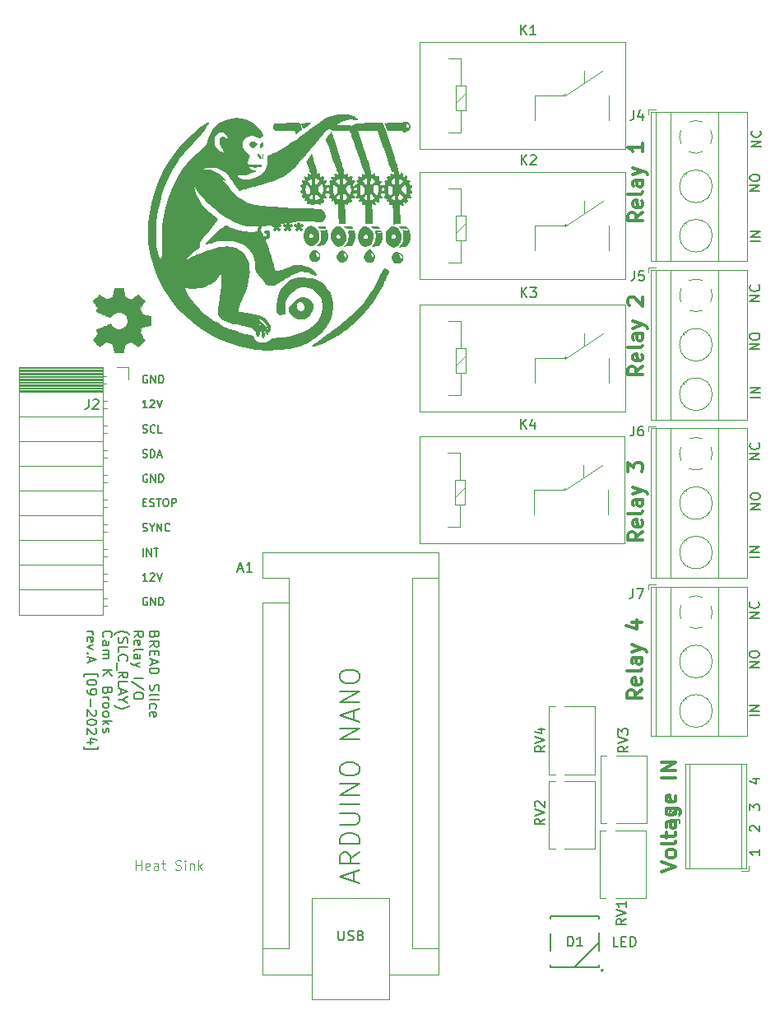
<source format=gbr>
%TF.GenerationSoftware,KiCad,Pcbnew,8.0.5*%
%TF.CreationDate,2024-09-29T21:47:55-04:00*%
%TF.ProjectId,BREAD_Slice,42524541-445f-4536-9c69-63652e6b6963,rev?*%
%TF.SameCoordinates,PX74eba40PY8552dc0*%
%TF.FileFunction,Legend,Top*%
%TF.FilePolarity,Positive*%
%FSLAX46Y46*%
G04 Gerber Fmt 4.6, Leading zero omitted, Abs format (unit mm)*
G04 Created by KiCad (PCBNEW 8.0.5) date 2024-09-29 21:47:55*
%MOMM*%
%LPD*%
G01*
G04 APERTURE LIST*
%ADD10C,0.300000*%
%ADD11C,0.150000*%
%ADD12C,0.100000*%
%ADD13C,0.000000*%
%ADD14C,0.120000*%
%ADD15C,0.010000*%
%ADD16C,0.177800*%
%ADD17C,0.200000*%
G04 APERTURE END LIST*
D10*
X57678328Y45792858D02*
X56964042Y45292858D01*
X57678328Y44935715D02*
X56178328Y44935715D01*
X56178328Y44935715D02*
X56178328Y45507144D01*
X56178328Y45507144D02*
X56249757Y45650001D01*
X56249757Y45650001D02*
X56321185Y45721430D01*
X56321185Y45721430D02*
X56464042Y45792858D01*
X56464042Y45792858D02*
X56678328Y45792858D01*
X56678328Y45792858D02*
X56821185Y45721430D01*
X56821185Y45721430D02*
X56892614Y45650001D01*
X56892614Y45650001D02*
X56964042Y45507144D01*
X56964042Y45507144D02*
X56964042Y44935715D01*
X57606900Y47007144D02*
X57678328Y46864287D01*
X57678328Y46864287D02*
X57678328Y46578572D01*
X57678328Y46578572D02*
X57606900Y46435715D01*
X57606900Y46435715D02*
X57464042Y46364287D01*
X57464042Y46364287D02*
X56892614Y46364287D01*
X56892614Y46364287D02*
X56749757Y46435715D01*
X56749757Y46435715D02*
X56678328Y46578572D01*
X56678328Y46578572D02*
X56678328Y46864287D01*
X56678328Y46864287D02*
X56749757Y47007144D01*
X56749757Y47007144D02*
X56892614Y47078572D01*
X56892614Y47078572D02*
X57035471Y47078572D01*
X57035471Y47078572D02*
X57178328Y46364287D01*
X57678328Y47935715D02*
X57606900Y47792858D01*
X57606900Y47792858D02*
X57464042Y47721429D01*
X57464042Y47721429D02*
X56178328Y47721429D01*
X57678328Y49150000D02*
X56892614Y49150000D01*
X56892614Y49150000D02*
X56749757Y49078572D01*
X56749757Y49078572D02*
X56678328Y48935715D01*
X56678328Y48935715D02*
X56678328Y48650000D01*
X56678328Y48650000D02*
X56749757Y48507143D01*
X57606900Y49150000D02*
X57678328Y49007143D01*
X57678328Y49007143D02*
X57678328Y48650000D01*
X57678328Y48650000D02*
X57606900Y48507143D01*
X57606900Y48507143D02*
X57464042Y48435715D01*
X57464042Y48435715D02*
X57321185Y48435715D01*
X57321185Y48435715D02*
X57178328Y48507143D01*
X57178328Y48507143D02*
X57106900Y48650000D01*
X57106900Y48650000D02*
X57106900Y49007143D01*
X57106900Y49007143D02*
X57035471Y49150000D01*
X56678328Y49721429D02*
X57678328Y50078572D01*
X56678328Y50435715D02*
X57678328Y50078572D01*
X57678328Y50078572D02*
X58035471Y49935715D01*
X58035471Y49935715D02*
X58106900Y49864286D01*
X58106900Y49864286D02*
X58178328Y49721429D01*
X56178328Y52007143D02*
X56178328Y52935715D01*
X56178328Y52935715D02*
X56749757Y52435715D01*
X56749757Y52435715D02*
X56749757Y52650000D01*
X56749757Y52650000D02*
X56821185Y52792857D01*
X56821185Y52792857D02*
X56892614Y52864286D01*
X56892614Y52864286D02*
X57035471Y52935715D01*
X57035471Y52935715D02*
X57392614Y52935715D01*
X57392614Y52935715D02*
X57535471Y52864286D01*
X57535471Y52864286D02*
X57606900Y52792857D01*
X57606900Y52792857D02*
X57678328Y52650000D01*
X57678328Y52650000D02*
X57678328Y52221429D01*
X57678328Y52221429D02*
X57606900Y52078572D01*
X57606900Y52078572D02*
X57535471Y52007143D01*
D11*
X6686666Y51677610D02*
X6610476Y51715705D01*
X6610476Y51715705D02*
X6496190Y51715705D01*
X6496190Y51715705D02*
X6381904Y51677610D01*
X6381904Y51677610D02*
X6305714Y51601420D01*
X6305714Y51601420D02*
X6267619Y51525229D01*
X6267619Y51525229D02*
X6229523Y51372848D01*
X6229523Y51372848D02*
X6229523Y51258562D01*
X6229523Y51258562D02*
X6267619Y51106181D01*
X6267619Y51106181D02*
X6305714Y51029991D01*
X6305714Y51029991D02*
X6381904Y50953800D01*
X6381904Y50953800D02*
X6496190Y50915705D01*
X6496190Y50915705D02*
X6572381Y50915705D01*
X6572381Y50915705D02*
X6686666Y50953800D01*
X6686666Y50953800D02*
X6724762Y50991896D01*
X6724762Y50991896D02*
X6724762Y51258562D01*
X6724762Y51258562D02*
X6572381Y51258562D01*
X7067619Y50915705D02*
X7067619Y51715705D01*
X7067619Y51715705D02*
X7524762Y50915705D01*
X7524762Y50915705D02*
X7524762Y51715705D01*
X7905714Y50915705D02*
X7905714Y51715705D01*
X7905714Y51715705D02*
X8096190Y51715705D01*
X8096190Y51715705D02*
X8210476Y51677610D01*
X8210476Y51677610D02*
X8286666Y51601420D01*
X8286666Y51601420D02*
X8324761Y51525229D01*
X8324761Y51525229D02*
X8362857Y51372848D01*
X8362857Y51372848D02*
X8362857Y51258562D01*
X8362857Y51258562D02*
X8324761Y51106181D01*
X8324761Y51106181D02*
X8286666Y51029991D01*
X8286666Y51029991D02*
X8210476Y50953800D01*
X8210476Y50953800D02*
X8096190Y50915705D01*
X8096190Y50915705D02*
X7905714Y50915705D01*
X69704819Y69564287D02*
X68704819Y69564287D01*
X68704819Y69564287D02*
X69704819Y70135715D01*
X69704819Y70135715D02*
X68704819Y70135715D01*
X69609580Y71183334D02*
X69657200Y71135715D01*
X69657200Y71135715D02*
X69704819Y70992858D01*
X69704819Y70992858D02*
X69704819Y70897620D01*
X69704819Y70897620D02*
X69657200Y70754763D01*
X69657200Y70754763D02*
X69561961Y70659525D01*
X69561961Y70659525D02*
X69466723Y70611906D01*
X69466723Y70611906D02*
X69276247Y70564287D01*
X69276247Y70564287D02*
X69133390Y70564287D01*
X69133390Y70564287D02*
X68942914Y70611906D01*
X68942914Y70611906D02*
X68847676Y70659525D01*
X68847676Y70659525D02*
X68752438Y70754763D01*
X68752438Y70754763D02*
X68704819Y70897620D01*
X68704819Y70897620D02*
X68704819Y70992858D01*
X68704819Y70992858D02*
X68752438Y71135715D01*
X68752438Y71135715D02*
X68800057Y71183334D01*
X69704819Y13135715D02*
X69704819Y12564287D01*
X69704819Y12850001D02*
X68704819Y12850001D01*
X68704819Y12850001D02*
X68847676Y12754763D01*
X68847676Y12754763D02*
X68942914Y12659525D01*
X68942914Y12659525D02*
X68990533Y12564287D01*
X68704819Y17166668D02*
X68704819Y17785715D01*
X68704819Y17785715D02*
X69085771Y17452382D01*
X69085771Y17452382D02*
X69085771Y17595239D01*
X69085771Y17595239D02*
X69133390Y17690477D01*
X69133390Y17690477D02*
X69181009Y17738096D01*
X69181009Y17738096D02*
X69276247Y17785715D01*
X69276247Y17785715D02*
X69514342Y17785715D01*
X69514342Y17785715D02*
X69609580Y17738096D01*
X69609580Y17738096D02*
X69657200Y17690477D01*
X69657200Y17690477D02*
X69704819Y17595239D01*
X69704819Y17595239D02*
X69704819Y17309525D01*
X69704819Y17309525D02*
X69657200Y17214287D01*
X69657200Y17214287D02*
X69609580Y17166668D01*
X69654819Y26926192D02*
X68654819Y26926192D01*
X69654819Y27402382D02*
X68654819Y27402382D01*
X68654819Y27402382D02*
X69654819Y27973810D01*
X69654819Y27973810D02*
X68654819Y27973810D01*
X55157142Y3145181D02*
X54680952Y3145181D01*
X54680952Y3145181D02*
X54680952Y4145181D01*
X55490476Y3668991D02*
X55823809Y3668991D01*
X55966666Y3145181D02*
X55490476Y3145181D01*
X55490476Y3145181D02*
X55490476Y4145181D01*
X55490476Y4145181D02*
X55966666Y4145181D01*
X56395238Y3145181D02*
X56395238Y4145181D01*
X56395238Y4145181D02*
X56633333Y4145181D01*
X56633333Y4145181D02*
X56776190Y4097562D01*
X56776190Y4097562D02*
X56871428Y4002324D01*
X56871428Y4002324D02*
X56919047Y3907086D01*
X56919047Y3907086D02*
X56966666Y3716610D01*
X56966666Y3716610D02*
X56966666Y3573753D01*
X56966666Y3573753D02*
X56919047Y3383277D01*
X56919047Y3383277D02*
X56871428Y3288039D01*
X56871428Y3288039D02*
X56776190Y3192800D01*
X56776190Y3192800D02*
X56633333Y3145181D01*
X56633333Y3145181D02*
X56395238Y3145181D01*
D10*
X57678328Y62842858D02*
X56964042Y62342858D01*
X57678328Y61985715D02*
X56178328Y61985715D01*
X56178328Y61985715D02*
X56178328Y62557144D01*
X56178328Y62557144D02*
X56249757Y62700001D01*
X56249757Y62700001D02*
X56321185Y62771430D01*
X56321185Y62771430D02*
X56464042Y62842858D01*
X56464042Y62842858D02*
X56678328Y62842858D01*
X56678328Y62842858D02*
X56821185Y62771430D01*
X56821185Y62771430D02*
X56892614Y62700001D01*
X56892614Y62700001D02*
X56964042Y62557144D01*
X56964042Y62557144D02*
X56964042Y61985715D01*
X57606900Y64057144D02*
X57678328Y63914287D01*
X57678328Y63914287D02*
X57678328Y63628572D01*
X57678328Y63628572D02*
X57606900Y63485715D01*
X57606900Y63485715D02*
X57464042Y63414287D01*
X57464042Y63414287D02*
X56892614Y63414287D01*
X56892614Y63414287D02*
X56749757Y63485715D01*
X56749757Y63485715D02*
X56678328Y63628572D01*
X56678328Y63628572D02*
X56678328Y63914287D01*
X56678328Y63914287D02*
X56749757Y64057144D01*
X56749757Y64057144D02*
X56892614Y64128572D01*
X56892614Y64128572D02*
X57035471Y64128572D01*
X57035471Y64128572D02*
X57178328Y63414287D01*
X57678328Y64985715D02*
X57606900Y64842858D01*
X57606900Y64842858D02*
X57464042Y64771429D01*
X57464042Y64771429D02*
X56178328Y64771429D01*
X57678328Y66200000D02*
X56892614Y66200000D01*
X56892614Y66200000D02*
X56749757Y66128572D01*
X56749757Y66128572D02*
X56678328Y65985715D01*
X56678328Y65985715D02*
X56678328Y65700000D01*
X56678328Y65700000D02*
X56749757Y65557143D01*
X57606900Y66200000D02*
X57678328Y66057143D01*
X57678328Y66057143D02*
X57678328Y65700000D01*
X57678328Y65700000D02*
X57606900Y65557143D01*
X57606900Y65557143D02*
X57464042Y65485715D01*
X57464042Y65485715D02*
X57321185Y65485715D01*
X57321185Y65485715D02*
X57178328Y65557143D01*
X57178328Y65557143D02*
X57106900Y65700000D01*
X57106900Y65700000D02*
X57106900Y66057143D01*
X57106900Y66057143D02*
X57035471Y66200000D01*
X56678328Y66771429D02*
X57678328Y67128572D01*
X56678328Y67485715D02*
X57678328Y67128572D01*
X57678328Y67128572D02*
X58035471Y66985715D01*
X58035471Y66985715D02*
X58106900Y66914286D01*
X58106900Y66914286D02*
X58178328Y66771429D01*
X56321185Y69128572D02*
X56249757Y69200000D01*
X56249757Y69200000D02*
X56178328Y69342857D01*
X56178328Y69342857D02*
X56178328Y69700000D01*
X56178328Y69700000D02*
X56249757Y69842857D01*
X56249757Y69842857D02*
X56321185Y69914286D01*
X56321185Y69914286D02*
X56464042Y69985715D01*
X56464042Y69985715D02*
X56606900Y69985715D01*
X56606900Y69985715D02*
X56821185Y69914286D01*
X56821185Y69914286D02*
X57678328Y69057143D01*
X57678328Y69057143D02*
X57678328Y69985715D01*
D11*
X69754819Y48140477D02*
X68754819Y48140477D01*
X68754819Y48140477D02*
X69754819Y48711905D01*
X69754819Y48711905D02*
X68754819Y48711905D01*
X68754819Y49378572D02*
X68754819Y49569048D01*
X68754819Y49569048D02*
X68802438Y49664286D01*
X68802438Y49664286D02*
X68897676Y49759524D01*
X68897676Y49759524D02*
X69088152Y49807143D01*
X69088152Y49807143D02*
X69421485Y49807143D01*
X69421485Y49807143D02*
X69611961Y49759524D01*
X69611961Y49759524D02*
X69707200Y49664286D01*
X69707200Y49664286D02*
X69754819Y49569048D01*
X69754819Y49569048D02*
X69754819Y49378572D01*
X69754819Y49378572D02*
X69707200Y49283334D01*
X69707200Y49283334D02*
X69611961Y49188096D01*
X69611961Y49188096D02*
X69421485Y49140477D01*
X69421485Y49140477D02*
X69088152Y49140477D01*
X69088152Y49140477D02*
X68897676Y49188096D01*
X68897676Y49188096D02*
X68802438Y49283334D01*
X68802438Y49283334D02*
X68754819Y49378572D01*
X6686666Y40765705D02*
X6229523Y40765705D01*
X6458095Y40765705D02*
X6458095Y41565705D01*
X6458095Y41565705D02*
X6381904Y41451420D01*
X6381904Y41451420D02*
X6305714Y41375229D01*
X6305714Y41375229D02*
X6229523Y41337134D01*
X6991428Y41489515D02*
X7029524Y41527610D01*
X7029524Y41527610D02*
X7105714Y41565705D01*
X7105714Y41565705D02*
X7296190Y41565705D01*
X7296190Y41565705D02*
X7372381Y41527610D01*
X7372381Y41527610D02*
X7410476Y41489515D01*
X7410476Y41489515D02*
X7448571Y41413324D01*
X7448571Y41413324D02*
X7448571Y41337134D01*
X7448571Y41337134D02*
X7410476Y41222848D01*
X7410476Y41222848D02*
X6953333Y40765705D01*
X6953333Y40765705D02*
X7448571Y40765705D01*
X7677143Y41565705D02*
X7943810Y40765705D01*
X7943810Y40765705D02*
X8210476Y41565705D01*
X69038152Y20390477D02*
X69704819Y20390477D01*
X68657200Y20152382D02*
X69371485Y19914287D01*
X69371485Y19914287D02*
X69371485Y20533334D01*
X6229523Y45903800D02*
X6343809Y45865705D01*
X6343809Y45865705D02*
X6534285Y45865705D01*
X6534285Y45865705D02*
X6610476Y45903800D01*
X6610476Y45903800D02*
X6648571Y45941896D01*
X6648571Y45941896D02*
X6686666Y46018086D01*
X6686666Y46018086D02*
X6686666Y46094277D01*
X6686666Y46094277D02*
X6648571Y46170467D01*
X6648571Y46170467D02*
X6610476Y46208562D01*
X6610476Y46208562D02*
X6534285Y46246658D01*
X6534285Y46246658D02*
X6381904Y46284753D01*
X6381904Y46284753D02*
X6305714Y46322848D01*
X6305714Y46322848D02*
X6267619Y46360943D01*
X6267619Y46360943D02*
X6229523Y46437134D01*
X6229523Y46437134D02*
X6229523Y46513324D01*
X6229523Y46513324D02*
X6267619Y46589515D01*
X6267619Y46589515D02*
X6305714Y46627610D01*
X6305714Y46627610D02*
X6381904Y46665705D01*
X6381904Y46665705D02*
X6572381Y46665705D01*
X6572381Y46665705D02*
X6686666Y46627610D01*
X7181905Y46246658D02*
X7181905Y45865705D01*
X6915238Y46665705D02*
X7181905Y46246658D01*
X7181905Y46246658D02*
X7448571Y46665705D01*
X7715238Y45865705D02*
X7715238Y46665705D01*
X7715238Y46665705D02*
X8172381Y45865705D01*
X8172381Y45865705D02*
X8172381Y46665705D01*
X9010476Y45941896D02*
X8972380Y45903800D01*
X8972380Y45903800D02*
X8858095Y45865705D01*
X8858095Y45865705D02*
X8781904Y45865705D01*
X8781904Y45865705D02*
X8667618Y45903800D01*
X8667618Y45903800D02*
X8591428Y45979991D01*
X8591428Y45979991D02*
X8553333Y46056181D01*
X8553333Y46056181D02*
X8515237Y46208562D01*
X8515237Y46208562D02*
X8515237Y46322848D01*
X8515237Y46322848D02*
X8553333Y46475229D01*
X8553333Y46475229D02*
X8591428Y46551420D01*
X8591428Y46551420D02*
X8667618Y46627610D01*
X8667618Y46627610D02*
X8781904Y46665705D01*
X8781904Y46665705D02*
X8858095Y46665705D01*
X8858095Y46665705D02*
X8972380Y46627610D01*
X8972380Y46627610D02*
X9010476Y46589515D01*
X6686666Y39027610D02*
X6610476Y39065705D01*
X6610476Y39065705D02*
X6496190Y39065705D01*
X6496190Y39065705D02*
X6381904Y39027610D01*
X6381904Y39027610D02*
X6305714Y38951420D01*
X6305714Y38951420D02*
X6267619Y38875229D01*
X6267619Y38875229D02*
X6229523Y38722848D01*
X6229523Y38722848D02*
X6229523Y38608562D01*
X6229523Y38608562D02*
X6267619Y38456181D01*
X6267619Y38456181D02*
X6305714Y38379991D01*
X6305714Y38379991D02*
X6381904Y38303800D01*
X6381904Y38303800D02*
X6496190Y38265705D01*
X6496190Y38265705D02*
X6572381Y38265705D01*
X6572381Y38265705D02*
X6686666Y38303800D01*
X6686666Y38303800D02*
X6724762Y38341896D01*
X6724762Y38341896D02*
X6724762Y38608562D01*
X6724762Y38608562D02*
X6572381Y38608562D01*
X7067619Y38265705D02*
X7067619Y39065705D01*
X7067619Y39065705D02*
X7524762Y38265705D01*
X7524762Y38265705D02*
X7524762Y39065705D01*
X7905714Y38265705D02*
X7905714Y39065705D01*
X7905714Y39065705D02*
X8096190Y39065705D01*
X8096190Y39065705D02*
X8210476Y39027610D01*
X8210476Y39027610D02*
X8286666Y38951420D01*
X8286666Y38951420D02*
X8324761Y38875229D01*
X8324761Y38875229D02*
X8362857Y38722848D01*
X8362857Y38722848D02*
X8362857Y38608562D01*
X8362857Y38608562D02*
X8324761Y38456181D01*
X8324761Y38456181D02*
X8286666Y38379991D01*
X8286666Y38379991D02*
X8210476Y38303800D01*
X8210476Y38303800D02*
X8096190Y38265705D01*
X8096190Y38265705D02*
X7905714Y38265705D01*
X7438878Y35229888D02*
X7391259Y35087031D01*
X7391259Y35087031D02*
X7343640Y35039412D01*
X7343640Y35039412D02*
X7248402Y34991793D01*
X7248402Y34991793D02*
X7105545Y34991793D01*
X7105545Y34991793D02*
X7010307Y35039412D01*
X7010307Y35039412D02*
X6962688Y35087031D01*
X6962688Y35087031D02*
X6915068Y35182269D01*
X6915068Y35182269D02*
X6915068Y35563221D01*
X6915068Y35563221D02*
X7915068Y35563221D01*
X7915068Y35563221D02*
X7915068Y35229888D01*
X7915068Y35229888D02*
X7867449Y35134650D01*
X7867449Y35134650D02*
X7819830Y35087031D01*
X7819830Y35087031D02*
X7724592Y35039412D01*
X7724592Y35039412D02*
X7629354Y35039412D01*
X7629354Y35039412D02*
X7534116Y35087031D01*
X7534116Y35087031D02*
X7486497Y35134650D01*
X7486497Y35134650D02*
X7438878Y35229888D01*
X7438878Y35229888D02*
X7438878Y35563221D01*
X6915068Y33991793D02*
X7391259Y34325126D01*
X6915068Y34563221D02*
X7915068Y34563221D01*
X7915068Y34563221D02*
X7915068Y34182269D01*
X7915068Y34182269D02*
X7867449Y34087031D01*
X7867449Y34087031D02*
X7819830Y34039412D01*
X7819830Y34039412D02*
X7724592Y33991793D01*
X7724592Y33991793D02*
X7581735Y33991793D01*
X7581735Y33991793D02*
X7486497Y34039412D01*
X7486497Y34039412D02*
X7438878Y34087031D01*
X7438878Y34087031D02*
X7391259Y34182269D01*
X7391259Y34182269D02*
X7391259Y34563221D01*
X7438878Y33563221D02*
X7438878Y33229888D01*
X6915068Y33087031D02*
X6915068Y33563221D01*
X6915068Y33563221D02*
X7915068Y33563221D01*
X7915068Y33563221D02*
X7915068Y33087031D01*
X7200783Y32706078D02*
X7200783Y32229888D01*
X6915068Y32801316D02*
X7915068Y32467983D01*
X7915068Y32467983D02*
X6915068Y32134650D01*
X6915068Y31801316D02*
X7915068Y31801316D01*
X7915068Y31801316D02*
X7915068Y31563221D01*
X7915068Y31563221D02*
X7867449Y31420364D01*
X7867449Y31420364D02*
X7772211Y31325126D01*
X7772211Y31325126D02*
X7676973Y31277507D01*
X7676973Y31277507D02*
X7486497Y31229888D01*
X7486497Y31229888D02*
X7343640Y31229888D01*
X7343640Y31229888D02*
X7153164Y31277507D01*
X7153164Y31277507D02*
X7057926Y31325126D01*
X7057926Y31325126D02*
X6962688Y31420364D01*
X6962688Y31420364D02*
X6915068Y31563221D01*
X6915068Y31563221D02*
X6915068Y31801316D01*
X6962688Y30087030D02*
X6915068Y29944173D01*
X6915068Y29944173D02*
X6915068Y29706078D01*
X6915068Y29706078D02*
X6962688Y29610840D01*
X6962688Y29610840D02*
X7010307Y29563221D01*
X7010307Y29563221D02*
X7105545Y29515602D01*
X7105545Y29515602D02*
X7200783Y29515602D01*
X7200783Y29515602D02*
X7296021Y29563221D01*
X7296021Y29563221D02*
X7343640Y29610840D01*
X7343640Y29610840D02*
X7391259Y29706078D01*
X7391259Y29706078D02*
X7438878Y29896554D01*
X7438878Y29896554D02*
X7486497Y29991792D01*
X7486497Y29991792D02*
X7534116Y30039411D01*
X7534116Y30039411D02*
X7629354Y30087030D01*
X7629354Y30087030D02*
X7724592Y30087030D01*
X7724592Y30087030D02*
X7819830Y30039411D01*
X7819830Y30039411D02*
X7867449Y29991792D01*
X7867449Y29991792D02*
X7915068Y29896554D01*
X7915068Y29896554D02*
X7915068Y29658459D01*
X7915068Y29658459D02*
X7867449Y29515602D01*
X6915068Y28944173D02*
X6962688Y29039411D01*
X6962688Y29039411D02*
X7057926Y29087030D01*
X7057926Y29087030D02*
X7915068Y29087030D01*
X6915068Y28563220D02*
X7581735Y28563220D01*
X7915068Y28563220D02*
X7867449Y28610839D01*
X7867449Y28610839D02*
X7819830Y28563220D01*
X7819830Y28563220D02*
X7867449Y28515601D01*
X7867449Y28515601D02*
X7915068Y28563220D01*
X7915068Y28563220D02*
X7819830Y28563220D01*
X6962688Y27658459D02*
X6915068Y27753697D01*
X6915068Y27753697D02*
X6915068Y27944173D01*
X6915068Y27944173D02*
X6962688Y28039411D01*
X6962688Y28039411D02*
X7010307Y28087030D01*
X7010307Y28087030D02*
X7105545Y28134649D01*
X7105545Y28134649D02*
X7391259Y28134649D01*
X7391259Y28134649D02*
X7486497Y28087030D01*
X7486497Y28087030D02*
X7534116Y28039411D01*
X7534116Y28039411D02*
X7581735Y27944173D01*
X7581735Y27944173D02*
X7581735Y27753697D01*
X7581735Y27753697D02*
X7534116Y27658459D01*
X6962688Y26848935D02*
X6915068Y26944173D01*
X6915068Y26944173D02*
X6915068Y27134649D01*
X6915068Y27134649D02*
X6962688Y27229887D01*
X6962688Y27229887D02*
X7057926Y27277506D01*
X7057926Y27277506D02*
X7438878Y27277506D01*
X7438878Y27277506D02*
X7534116Y27229887D01*
X7534116Y27229887D02*
X7581735Y27134649D01*
X7581735Y27134649D02*
X7581735Y26944173D01*
X7581735Y26944173D02*
X7534116Y26848935D01*
X7534116Y26848935D02*
X7438878Y26801316D01*
X7438878Y26801316D02*
X7343640Y26801316D01*
X7343640Y26801316D02*
X7248402Y27277506D01*
X5305124Y34991793D02*
X5781315Y35325126D01*
X5305124Y35563221D02*
X6305124Y35563221D01*
X6305124Y35563221D02*
X6305124Y35182269D01*
X6305124Y35182269D02*
X6257505Y35087031D01*
X6257505Y35087031D02*
X6209886Y35039412D01*
X6209886Y35039412D02*
X6114648Y34991793D01*
X6114648Y34991793D02*
X5971791Y34991793D01*
X5971791Y34991793D02*
X5876553Y35039412D01*
X5876553Y35039412D02*
X5828934Y35087031D01*
X5828934Y35087031D02*
X5781315Y35182269D01*
X5781315Y35182269D02*
X5781315Y35563221D01*
X5352744Y34182269D02*
X5305124Y34277507D01*
X5305124Y34277507D02*
X5305124Y34467983D01*
X5305124Y34467983D02*
X5352744Y34563221D01*
X5352744Y34563221D02*
X5447982Y34610840D01*
X5447982Y34610840D02*
X5828934Y34610840D01*
X5828934Y34610840D02*
X5924172Y34563221D01*
X5924172Y34563221D02*
X5971791Y34467983D01*
X5971791Y34467983D02*
X5971791Y34277507D01*
X5971791Y34277507D02*
X5924172Y34182269D01*
X5924172Y34182269D02*
X5828934Y34134650D01*
X5828934Y34134650D02*
X5733696Y34134650D01*
X5733696Y34134650D02*
X5638458Y34610840D01*
X5305124Y33563221D02*
X5352744Y33658459D01*
X5352744Y33658459D02*
X5447982Y33706078D01*
X5447982Y33706078D02*
X6305124Y33706078D01*
X5305124Y32753697D02*
X5828934Y32753697D01*
X5828934Y32753697D02*
X5924172Y32801316D01*
X5924172Y32801316D02*
X5971791Y32896554D01*
X5971791Y32896554D02*
X5971791Y33087030D01*
X5971791Y33087030D02*
X5924172Y33182268D01*
X5352744Y32753697D02*
X5305124Y32848935D01*
X5305124Y32848935D02*
X5305124Y33087030D01*
X5305124Y33087030D02*
X5352744Y33182268D01*
X5352744Y33182268D02*
X5447982Y33229887D01*
X5447982Y33229887D02*
X5543220Y33229887D01*
X5543220Y33229887D02*
X5638458Y33182268D01*
X5638458Y33182268D02*
X5686077Y33087030D01*
X5686077Y33087030D02*
X5686077Y32848935D01*
X5686077Y32848935D02*
X5733696Y32753697D01*
X5971791Y32372744D02*
X5305124Y32134649D01*
X5971791Y31896554D02*
X5305124Y32134649D01*
X5305124Y32134649D02*
X5067029Y32229887D01*
X5067029Y32229887D02*
X5019410Y32277506D01*
X5019410Y32277506D02*
X4971791Y32372744D01*
X5305124Y30753696D02*
X6305124Y30753696D01*
X6352744Y29563221D02*
X5067029Y30420363D01*
X6305124Y29039411D02*
X6305124Y28848935D01*
X6305124Y28848935D02*
X6257505Y28753697D01*
X6257505Y28753697D02*
X6162267Y28658459D01*
X6162267Y28658459D02*
X5971791Y28610840D01*
X5971791Y28610840D02*
X5638458Y28610840D01*
X5638458Y28610840D02*
X5447982Y28658459D01*
X5447982Y28658459D02*
X5352744Y28753697D01*
X5352744Y28753697D02*
X5305124Y28848935D01*
X5305124Y28848935D02*
X5305124Y29039411D01*
X5305124Y29039411D02*
X5352744Y29134649D01*
X5352744Y29134649D02*
X5447982Y29229887D01*
X5447982Y29229887D02*
X5638458Y29277506D01*
X5638458Y29277506D02*
X5971791Y29277506D01*
X5971791Y29277506D02*
X6162267Y29229887D01*
X6162267Y29229887D02*
X6257505Y29134649D01*
X6257505Y29134649D02*
X6305124Y29039411D01*
X3314228Y35277507D02*
X3361847Y35325126D01*
X3361847Y35325126D02*
X3504704Y35420364D01*
X3504704Y35420364D02*
X3599942Y35467983D01*
X3599942Y35467983D02*
X3742800Y35515602D01*
X3742800Y35515602D02*
X3980895Y35563221D01*
X3980895Y35563221D02*
X4171371Y35563221D01*
X4171371Y35563221D02*
X4409466Y35515602D01*
X4409466Y35515602D02*
X4552323Y35467983D01*
X4552323Y35467983D02*
X4647561Y35420364D01*
X4647561Y35420364D02*
X4790419Y35325126D01*
X4790419Y35325126D02*
X4838038Y35277507D01*
X3742800Y34944173D02*
X3695180Y34801316D01*
X3695180Y34801316D02*
X3695180Y34563221D01*
X3695180Y34563221D02*
X3742800Y34467983D01*
X3742800Y34467983D02*
X3790419Y34420364D01*
X3790419Y34420364D02*
X3885657Y34372745D01*
X3885657Y34372745D02*
X3980895Y34372745D01*
X3980895Y34372745D02*
X4076133Y34420364D01*
X4076133Y34420364D02*
X4123752Y34467983D01*
X4123752Y34467983D02*
X4171371Y34563221D01*
X4171371Y34563221D02*
X4218990Y34753697D01*
X4218990Y34753697D02*
X4266609Y34848935D01*
X4266609Y34848935D02*
X4314228Y34896554D01*
X4314228Y34896554D02*
X4409466Y34944173D01*
X4409466Y34944173D02*
X4504704Y34944173D01*
X4504704Y34944173D02*
X4599942Y34896554D01*
X4599942Y34896554D02*
X4647561Y34848935D01*
X4647561Y34848935D02*
X4695180Y34753697D01*
X4695180Y34753697D02*
X4695180Y34515602D01*
X4695180Y34515602D02*
X4647561Y34372745D01*
X3695180Y33467983D02*
X3695180Y33944173D01*
X3695180Y33944173D02*
X4695180Y33944173D01*
X3790419Y32563221D02*
X3742800Y32610840D01*
X3742800Y32610840D02*
X3695180Y32753697D01*
X3695180Y32753697D02*
X3695180Y32848935D01*
X3695180Y32848935D02*
X3742800Y32991792D01*
X3742800Y32991792D02*
X3838038Y33087030D01*
X3838038Y33087030D02*
X3933276Y33134649D01*
X3933276Y33134649D02*
X4123752Y33182268D01*
X4123752Y33182268D02*
X4266609Y33182268D01*
X4266609Y33182268D02*
X4457085Y33134649D01*
X4457085Y33134649D02*
X4552323Y33087030D01*
X4552323Y33087030D02*
X4647561Y32991792D01*
X4647561Y32991792D02*
X4695180Y32848935D01*
X4695180Y32848935D02*
X4695180Y32753697D01*
X4695180Y32753697D02*
X4647561Y32610840D01*
X4647561Y32610840D02*
X4599942Y32563221D01*
X3599942Y32372744D02*
X3599942Y31610840D01*
X3695180Y30801316D02*
X4171371Y31134649D01*
X3695180Y31372744D02*
X4695180Y31372744D01*
X4695180Y31372744D02*
X4695180Y30991792D01*
X4695180Y30991792D02*
X4647561Y30896554D01*
X4647561Y30896554D02*
X4599942Y30848935D01*
X4599942Y30848935D02*
X4504704Y30801316D01*
X4504704Y30801316D02*
X4361847Y30801316D01*
X4361847Y30801316D02*
X4266609Y30848935D01*
X4266609Y30848935D02*
X4218990Y30896554D01*
X4218990Y30896554D02*
X4171371Y30991792D01*
X4171371Y30991792D02*
X4171371Y31372744D01*
X3695180Y29896554D02*
X3695180Y30372744D01*
X3695180Y30372744D02*
X4695180Y30372744D01*
X3980895Y29610839D02*
X3980895Y29134649D01*
X3695180Y29706077D02*
X4695180Y29372744D01*
X4695180Y29372744D02*
X3695180Y29039411D01*
X4171371Y28515601D02*
X3695180Y28515601D01*
X4695180Y28848934D02*
X4171371Y28515601D01*
X4171371Y28515601D02*
X4695180Y28182268D01*
X3314228Y27944172D02*
X3361847Y27896553D01*
X3361847Y27896553D02*
X3504704Y27801315D01*
X3504704Y27801315D02*
X3599942Y27753696D01*
X3599942Y27753696D02*
X3742800Y27706077D01*
X3742800Y27706077D02*
X3980895Y27658458D01*
X3980895Y27658458D02*
X4171371Y27658458D01*
X4171371Y27658458D02*
X4409466Y27706077D01*
X4409466Y27706077D02*
X4552323Y27753696D01*
X4552323Y27753696D02*
X4647561Y27801315D01*
X4647561Y27801315D02*
X4790419Y27896553D01*
X4790419Y27896553D02*
X4838038Y27944172D01*
X2180475Y34991793D02*
X2132856Y35039412D01*
X2132856Y35039412D02*
X2085236Y35182269D01*
X2085236Y35182269D02*
X2085236Y35277507D01*
X2085236Y35277507D02*
X2132856Y35420364D01*
X2132856Y35420364D02*
X2228094Y35515602D01*
X2228094Y35515602D02*
X2323332Y35563221D01*
X2323332Y35563221D02*
X2513808Y35610840D01*
X2513808Y35610840D02*
X2656665Y35610840D01*
X2656665Y35610840D02*
X2847141Y35563221D01*
X2847141Y35563221D02*
X2942379Y35515602D01*
X2942379Y35515602D02*
X3037617Y35420364D01*
X3037617Y35420364D02*
X3085236Y35277507D01*
X3085236Y35277507D02*
X3085236Y35182269D01*
X3085236Y35182269D02*
X3037617Y35039412D01*
X3037617Y35039412D02*
X2989998Y34991793D01*
X2085236Y34134650D02*
X2609046Y34134650D01*
X2609046Y34134650D02*
X2704284Y34182269D01*
X2704284Y34182269D02*
X2751903Y34277507D01*
X2751903Y34277507D02*
X2751903Y34467983D01*
X2751903Y34467983D02*
X2704284Y34563221D01*
X2132856Y34134650D02*
X2085236Y34229888D01*
X2085236Y34229888D02*
X2085236Y34467983D01*
X2085236Y34467983D02*
X2132856Y34563221D01*
X2132856Y34563221D02*
X2228094Y34610840D01*
X2228094Y34610840D02*
X2323332Y34610840D01*
X2323332Y34610840D02*
X2418570Y34563221D01*
X2418570Y34563221D02*
X2466189Y34467983D01*
X2466189Y34467983D02*
X2466189Y34229888D01*
X2466189Y34229888D02*
X2513808Y34134650D01*
X2085236Y33658459D02*
X2751903Y33658459D01*
X2656665Y33658459D02*
X2704284Y33610840D01*
X2704284Y33610840D02*
X2751903Y33515602D01*
X2751903Y33515602D02*
X2751903Y33372745D01*
X2751903Y33372745D02*
X2704284Y33277507D01*
X2704284Y33277507D02*
X2609046Y33229888D01*
X2609046Y33229888D02*
X2085236Y33229888D01*
X2609046Y33229888D02*
X2704284Y33182269D01*
X2704284Y33182269D02*
X2751903Y33087031D01*
X2751903Y33087031D02*
X2751903Y32944174D01*
X2751903Y32944174D02*
X2704284Y32848935D01*
X2704284Y32848935D02*
X2609046Y32801316D01*
X2609046Y32801316D02*
X2085236Y32801316D01*
X2085236Y31563221D02*
X3085236Y31563221D01*
X2085236Y30991793D02*
X2656665Y31420364D01*
X3085236Y30991793D02*
X2513808Y31563221D01*
X2609046Y29467983D02*
X2561427Y29325126D01*
X2561427Y29325126D02*
X2513808Y29277507D01*
X2513808Y29277507D02*
X2418570Y29229888D01*
X2418570Y29229888D02*
X2275713Y29229888D01*
X2275713Y29229888D02*
X2180475Y29277507D01*
X2180475Y29277507D02*
X2132856Y29325126D01*
X2132856Y29325126D02*
X2085236Y29420364D01*
X2085236Y29420364D02*
X2085236Y29801316D01*
X2085236Y29801316D02*
X3085236Y29801316D01*
X3085236Y29801316D02*
X3085236Y29467983D01*
X3085236Y29467983D02*
X3037617Y29372745D01*
X3037617Y29372745D02*
X2989998Y29325126D01*
X2989998Y29325126D02*
X2894760Y29277507D01*
X2894760Y29277507D02*
X2799522Y29277507D01*
X2799522Y29277507D02*
X2704284Y29325126D01*
X2704284Y29325126D02*
X2656665Y29372745D01*
X2656665Y29372745D02*
X2609046Y29467983D01*
X2609046Y29467983D02*
X2609046Y29801316D01*
X2085236Y28801316D02*
X2751903Y28801316D01*
X2561427Y28801316D02*
X2656665Y28753697D01*
X2656665Y28753697D02*
X2704284Y28706078D01*
X2704284Y28706078D02*
X2751903Y28610840D01*
X2751903Y28610840D02*
X2751903Y28515602D01*
X2085236Y28039411D02*
X2132856Y28134649D01*
X2132856Y28134649D02*
X2180475Y28182268D01*
X2180475Y28182268D02*
X2275713Y28229887D01*
X2275713Y28229887D02*
X2561427Y28229887D01*
X2561427Y28229887D02*
X2656665Y28182268D01*
X2656665Y28182268D02*
X2704284Y28134649D01*
X2704284Y28134649D02*
X2751903Y28039411D01*
X2751903Y28039411D02*
X2751903Y27896554D01*
X2751903Y27896554D02*
X2704284Y27801316D01*
X2704284Y27801316D02*
X2656665Y27753697D01*
X2656665Y27753697D02*
X2561427Y27706078D01*
X2561427Y27706078D02*
X2275713Y27706078D01*
X2275713Y27706078D02*
X2180475Y27753697D01*
X2180475Y27753697D02*
X2132856Y27801316D01*
X2132856Y27801316D02*
X2085236Y27896554D01*
X2085236Y27896554D02*
X2085236Y28039411D01*
X2085236Y27134649D02*
X2132856Y27229887D01*
X2132856Y27229887D02*
X2180475Y27277506D01*
X2180475Y27277506D02*
X2275713Y27325125D01*
X2275713Y27325125D02*
X2561427Y27325125D01*
X2561427Y27325125D02*
X2656665Y27277506D01*
X2656665Y27277506D02*
X2704284Y27229887D01*
X2704284Y27229887D02*
X2751903Y27134649D01*
X2751903Y27134649D02*
X2751903Y26991792D01*
X2751903Y26991792D02*
X2704284Y26896554D01*
X2704284Y26896554D02*
X2656665Y26848935D01*
X2656665Y26848935D02*
X2561427Y26801316D01*
X2561427Y26801316D02*
X2275713Y26801316D01*
X2275713Y26801316D02*
X2180475Y26848935D01*
X2180475Y26848935D02*
X2132856Y26896554D01*
X2132856Y26896554D02*
X2085236Y26991792D01*
X2085236Y26991792D02*
X2085236Y27134649D01*
X2085236Y26372744D02*
X3085236Y26372744D01*
X2466189Y26277506D02*
X2085236Y25991792D01*
X2751903Y25991792D02*
X2370951Y26372744D01*
X2132856Y25610839D02*
X2085236Y25515601D01*
X2085236Y25515601D02*
X2085236Y25325125D01*
X2085236Y25325125D02*
X2132856Y25229887D01*
X2132856Y25229887D02*
X2228094Y25182268D01*
X2228094Y25182268D02*
X2275713Y25182268D01*
X2275713Y25182268D02*
X2370951Y25229887D01*
X2370951Y25229887D02*
X2418570Y25325125D01*
X2418570Y25325125D02*
X2418570Y25467982D01*
X2418570Y25467982D02*
X2466189Y25563220D01*
X2466189Y25563220D02*
X2561427Y25610839D01*
X2561427Y25610839D02*
X2609046Y25610839D01*
X2609046Y25610839D02*
X2704284Y25563220D01*
X2704284Y25563220D02*
X2751903Y25467982D01*
X2751903Y25467982D02*
X2751903Y25325125D01*
X2751903Y25325125D02*
X2704284Y25229887D01*
X475292Y35563221D02*
X1141959Y35563221D01*
X951483Y35563221D02*
X1046721Y35515602D01*
X1046721Y35515602D02*
X1094340Y35467983D01*
X1094340Y35467983D02*
X1141959Y35372745D01*
X1141959Y35372745D02*
X1141959Y35277507D01*
X522912Y34563221D02*
X475292Y34658459D01*
X475292Y34658459D02*
X475292Y34848935D01*
X475292Y34848935D02*
X522912Y34944173D01*
X522912Y34944173D02*
X618150Y34991792D01*
X618150Y34991792D02*
X999102Y34991792D01*
X999102Y34991792D02*
X1094340Y34944173D01*
X1094340Y34944173D02*
X1141959Y34848935D01*
X1141959Y34848935D02*
X1141959Y34658459D01*
X1141959Y34658459D02*
X1094340Y34563221D01*
X1094340Y34563221D02*
X999102Y34515602D01*
X999102Y34515602D02*
X903864Y34515602D01*
X903864Y34515602D02*
X808626Y34991792D01*
X1141959Y34182268D02*
X475292Y33944173D01*
X475292Y33944173D02*
X1141959Y33706078D01*
X570531Y33325125D02*
X522912Y33277506D01*
X522912Y33277506D02*
X475292Y33325125D01*
X475292Y33325125D02*
X522912Y33372744D01*
X522912Y33372744D02*
X570531Y33325125D01*
X570531Y33325125D02*
X475292Y33325125D01*
X761007Y32896554D02*
X761007Y32420364D01*
X475292Y32991792D02*
X1475292Y32658459D01*
X1475292Y32658459D02*
X475292Y32325126D01*
X141959Y30944173D02*
X141959Y31182268D01*
X141959Y31182268D02*
X1570531Y31182268D01*
X1570531Y31182268D02*
X1570531Y30944173D01*
X1475292Y30372744D02*
X1475292Y30277506D01*
X1475292Y30277506D02*
X1427673Y30182268D01*
X1427673Y30182268D02*
X1380054Y30134649D01*
X1380054Y30134649D02*
X1284816Y30087030D01*
X1284816Y30087030D02*
X1094340Y30039411D01*
X1094340Y30039411D02*
X856245Y30039411D01*
X856245Y30039411D02*
X665769Y30087030D01*
X665769Y30087030D02*
X570531Y30134649D01*
X570531Y30134649D02*
X522912Y30182268D01*
X522912Y30182268D02*
X475292Y30277506D01*
X475292Y30277506D02*
X475292Y30372744D01*
X475292Y30372744D02*
X522912Y30467982D01*
X522912Y30467982D02*
X570531Y30515601D01*
X570531Y30515601D02*
X665769Y30563220D01*
X665769Y30563220D02*
X856245Y30610839D01*
X856245Y30610839D02*
X1094340Y30610839D01*
X1094340Y30610839D02*
X1284816Y30563220D01*
X1284816Y30563220D02*
X1380054Y30515601D01*
X1380054Y30515601D02*
X1427673Y30467982D01*
X1427673Y30467982D02*
X1475292Y30372744D01*
X475292Y29563220D02*
X475292Y29372744D01*
X475292Y29372744D02*
X522912Y29277506D01*
X522912Y29277506D02*
X570531Y29229887D01*
X570531Y29229887D02*
X713388Y29134649D01*
X713388Y29134649D02*
X903864Y29087030D01*
X903864Y29087030D02*
X1284816Y29087030D01*
X1284816Y29087030D02*
X1380054Y29134649D01*
X1380054Y29134649D02*
X1427673Y29182268D01*
X1427673Y29182268D02*
X1475292Y29277506D01*
X1475292Y29277506D02*
X1475292Y29467982D01*
X1475292Y29467982D02*
X1427673Y29563220D01*
X1427673Y29563220D02*
X1380054Y29610839D01*
X1380054Y29610839D02*
X1284816Y29658458D01*
X1284816Y29658458D02*
X1046721Y29658458D01*
X1046721Y29658458D02*
X951483Y29610839D01*
X951483Y29610839D02*
X903864Y29563220D01*
X903864Y29563220D02*
X856245Y29467982D01*
X856245Y29467982D02*
X856245Y29277506D01*
X856245Y29277506D02*
X903864Y29182268D01*
X903864Y29182268D02*
X951483Y29134649D01*
X951483Y29134649D02*
X1046721Y29087030D01*
X856245Y28658458D02*
X856245Y27896553D01*
X1380054Y27467982D02*
X1427673Y27420363D01*
X1427673Y27420363D02*
X1475292Y27325125D01*
X1475292Y27325125D02*
X1475292Y27087030D01*
X1475292Y27087030D02*
X1427673Y26991792D01*
X1427673Y26991792D02*
X1380054Y26944173D01*
X1380054Y26944173D02*
X1284816Y26896554D01*
X1284816Y26896554D02*
X1189578Y26896554D01*
X1189578Y26896554D02*
X1046721Y26944173D01*
X1046721Y26944173D02*
X475292Y27515601D01*
X475292Y27515601D02*
X475292Y26896554D01*
X1475292Y26277506D02*
X1475292Y26182268D01*
X1475292Y26182268D02*
X1427673Y26087030D01*
X1427673Y26087030D02*
X1380054Y26039411D01*
X1380054Y26039411D02*
X1284816Y25991792D01*
X1284816Y25991792D02*
X1094340Y25944173D01*
X1094340Y25944173D02*
X856245Y25944173D01*
X856245Y25944173D02*
X665769Y25991792D01*
X665769Y25991792D02*
X570531Y26039411D01*
X570531Y26039411D02*
X522912Y26087030D01*
X522912Y26087030D02*
X475292Y26182268D01*
X475292Y26182268D02*
X475292Y26277506D01*
X475292Y26277506D02*
X522912Y26372744D01*
X522912Y26372744D02*
X570531Y26420363D01*
X570531Y26420363D02*
X665769Y26467982D01*
X665769Y26467982D02*
X856245Y26515601D01*
X856245Y26515601D02*
X1094340Y26515601D01*
X1094340Y26515601D02*
X1284816Y26467982D01*
X1284816Y26467982D02*
X1380054Y26420363D01*
X1380054Y26420363D02*
X1427673Y26372744D01*
X1427673Y26372744D02*
X1475292Y26277506D01*
X1380054Y25563220D02*
X1427673Y25515601D01*
X1427673Y25515601D02*
X1475292Y25420363D01*
X1475292Y25420363D02*
X1475292Y25182268D01*
X1475292Y25182268D02*
X1427673Y25087030D01*
X1427673Y25087030D02*
X1380054Y25039411D01*
X1380054Y25039411D02*
X1284816Y24991792D01*
X1284816Y24991792D02*
X1189578Y24991792D01*
X1189578Y24991792D02*
X1046721Y25039411D01*
X1046721Y25039411D02*
X475292Y25610839D01*
X475292Y25610839D02*
X475292Y24991792D01*
X1141959Y24134649D02*
X475292Y24134649D01*
X1522912Y24372744D02*
X808626Y24610839D01*
X808626Y24610839D02*
X808626Y23991792D01*
X141959Y23706077D02*
X141959Y23467982D01*
X141959Y23467982D02*
X1570531Y23467982D01*
X1570531Y23467982D02*
X1570531Y23706077D01*
X6686666Y61877610D02*
X6610476Y61915705D01*
X6610476Y61915705D02*
X6496190Y61915705D01*
X6496190Y61915705D02*
X6381904Y61877610D01*
X6381904Y61877610D02*
X6305714Y61801420D01*
X6305714Y61801420D02*
X6267619Y61725229D01*
X6267619Y61725229D02*
X6229523Y61572848D01*
X6229523Y61572848D02*
X6229523Y61458562D01*
X6229523Y61458562D02*
X6267619Y61306181D01*
X6267619Y61306181D02*
X6305714Y61229991D01*
X6305714Y61229991D02*
X6381904Y61153800D01*
X6381904Y61153800D02*
X6496190Y61115705D01*
X6496190Y61115705D02*
X6572381Y61115705D01*
X6572381Y61115705D02*
X6686666Y61153800D01*
X6686666Y61153800D02*
X6724762Y61191896D01*
X6724762Y61191896D02*
X6724762Y61458562D01*
X6724762Y61458562D02*
X6572381Y61458562D01*
X7067619Y61115705D02*
X7067619Y61915705D01*
X7067619Y61915705D02*
X7524762Y61115705D01*
X7524762Y61115705D02*
X7524762Y61915705D01*
X7905714Y61115705D02*
X7905714Y61915705D01*
X7905714Y61915705D02*
X8096190Y61915705D01*
X8096190Y61915705D02*
X8210476Y61877610D01*
X8210476Y61877610D02*
X8286666Y61801420D01*
X8286666Y61801420D02*
X8324761Y61725229D01*
X8324761Y61725229D02*
X8362857Y61572848D01*
X8362857Y61572848D02*
X8362857Y61458562D01*
X8362857Y61458562D02*
X8324761Y61306181D01*
X8324761Y61306181D02*
X8286666Y61229991D01*
X8286666Y61229991D02*
X8210476Y61153800D01*
X8210476Y61153800D02*
X8096190Y61115705D01*
X8096190Y61115705D02*
X7905714Y61115705D01*
X69704819Y80890477D02*
X68704819Y80890477D01*
X68704819Y80890477D02*
X69704819Y81461905D01*
X69704819Y81461905D02*
X68704819Y81461905D01*
X68704819Y82128572D02*
X68704819Y82319048D01*
X68704819Y82319048D02*
X68752438Y82414286D01*
X68752438Y82414286D02*
X68847676Y82509524D01*
X68847676Y82509524D02*
X69038152Y82557143D01*
X69038152Y82557143D02*
X69371485Y82557143D01*
X69371485Y82557143D02*
X69561961Y82509524D01*
X69561961Y82509524D02*
X69657200Y82414286D01*
X69657200Y82414286D02*
X69704819Y82319048D01*
X69704819Y82319048D02*
X69704819Y82128572D01*
X69704819Y82128572D02*
X69657200Y82033334D01*
X69657200Y82033334D02*
X69561961Y81938096D01*
X69561961Y81938096D02*
X69371485Y81890477D01*
X69371485Y81890477D02*
X69038152Y81890477D01*
X69038152Y81890477D02*
X68847676Y81938096D01*
X68847676Y81938096D02*
X68752438Y82033334D01*
X68752438Y82033334D02*
X68704819Y82128572D01*
X69754819Y59626192D02*
X68754819Y59626192D01*
X69754819Y60102382D02*
X68754819Y60102382D01*
X68754819Y60102382D02*
X69754819Y60673810D01*
X69754819Y60673810D02*
X68754819Y60673810D01*
D10*
X57578328Y29542858D02*
X56864042Y29042858D01*
X57578328Y28685715D02*
X56078328Y28685715D01*
X56078328Y28685715D02*
X56078328Y29257144D01*
X56078328Y29257144D02*
X56149757Y29400001D01*
X56149757Y29400001D02*
X56221185Y29471430D01*
X56221185Y29471430D02*
X56364042Y29542858D01*
X56364042Y29542858D02*
X56578328Y29542858D01*
X56578328Y29542858D02*
X56721185Y29471430D01*
X56721185Y29471430D02*
X56792614Y29400001D01*
X56792614Y29400001D02*
X56864042Y29257144D01*
X56864042Y29257144D02*
X56864042Y28685715D01*
X57506900Y30757144D02*
X57578328Y30614287D01*
X57578328Y30614287D02*
X57578328Y30328572D01*
X57578328Y30328572D02*
X57506900Y30185715D01*
X57506900Y30185715D02*
X57364042Y30114287D01*
X57364042Y30114287D02*
X56792614Y30114287D01*
X56792614Y30114287D02*
X56649757Y30185715D01*
X56649757Y30185715D02*
X56578328Y30328572D01*
X56578328Y30328572D02*
X56578328Y30614287D01*
X56578328Y30614287D02*
X56649757Y30757144D01*
X56649757Y30757144D02*
X56792614Y30828572D01*
X56792614Y30828572D02*
X56935471Y30828572D01*
X56935471Y30828572D02*
X57078328Y30114287D01*
X57578328Y31685715D02*
X57506900Y31542858D01*
X57506900Y31542858D02*
X57364042Y31471429D01*
X57364042Y31471429D02*
X56078328Y31471429D01*
X57578328Y32900000D02*
X56792614Y32900000D01*
X56792614Y32900000D02*
X56649757Y32828572D01*
X56649757Y32828572D02*
X56578328Y32685715D01*
X56578328Y32685715D02*
X56578328Y32400000D01*
X56578328Y32400000D02*
X56649757Y32257143D01*
X57506900Y32900000D02*
X57578328Y32757143D01*
X57578328Y32757143D02*
X57578328Y32400000D01*
X57578328Y32400000D02*
X57506900Y32257143D01*
X57506900Y32257143D02*
X57364042Y32185715D01*
X57364042Y32185715D02*
X57221185Y32185715D01*
X57221185Y32185715D02*
X57078328Y32257143D01*
X57078328Y32257143D02*
X57006900Y32400000D01*
X57006900Y32400000D02*
X57006900Y32757143D01*
X57006900Y32757143D02*
X56935471Y32900000D01*
X56578328Y33471429D02*
X57578328Y33828572D01*
X56578328Y34185715D02*
X57578328Y33828572D01*
X57578328Y33828572D02*
X57935471Y33685715D01*
X57935471Y33685715D02*
X58006900Y33614286D01*
X58006900Y33614286D02*
X58078328Y33471429D01*
X56578328Y36542857D02*
X57578328Y36542857D01*
X56006900Y36185715D02*
X57078328Y35828572D01*
X57078328Y35828572D02*
X57078328Y36757143D01*
X59578328Y10885715D02*
X61078328Y11385715D01*
X61078328Y11385715D02*
X59578328Y11885715D01*
X61078328Y12600000D02*
X61006900Y12457143D01*
X61006900Y12457143D02*
X60935471Y12385714D01*
X60935471Y12385714D02*
X60792614Y12314286D01*
X60792614Y12314286D02*
X60364042Y12314286D01*
X60364042Y12314286D02*
X60221185Y12385714D01*
X60221185Y12385714D02*
X60149757Y12457143D01*
X60149757Y12457143D02*
X60078328Y12600000D01*
X60078328Y12600000D02*
X60078328Y12814286D01*
X60078328Y12814286D02*
X60149757Y12957143D01*
X60149757Y12957143D02*
X60221185Y13028571D01*
X60221185Y13028571D02*
X60364042Y13100000D01*
X60364042Y13100000D02*
X60792614Y13100000D01*
X60792614Y13100000D02*
X60935471Y13028571D01*
X60935471Y13028571D02*
X61006900Y12957143D01*
X61006900Y12957143D02*
X61078328Y12814286D01*
X61078328Y12814286D02*
X61078328Y12600000D01*
X61078328Y13957143D02*
X61006900Y13814286D01*
X61006900Y13814286D02*
X60864042Y13742857D01*
X60864042Y13742857D02*
X59578328Y13742857D01*
X60078328Y14314286D02*
X60078328Y14885714D01*
X59578328Y14528571D02*
X60864042Y14528571D01*
X60864042Y14528571D02*
X61006900Y14600000D01*
X61006900Y14600000D02*
X61078328Y14742857D01*
X61078328Y14742857D02*
X61078328Y14885714D01*
X61078328Y16028571D02*
X60292614Y16028571D01*
X60292614Y16028571D02*
X60149757Y15957143D01*
X60149757Y15957143D02*
X60078328Y15814286D01*
X60078328Y15814286D02*
X60078328Y15528571D01*
X60078328Y15528571D02*
X60149757Y15385714D01*
X61006900Y16028571D02*
X61078328Y15885714D01*
X61078328Y15885714D02*
X61078328Y15528571D01*
X61078328Y15528571D02*
X61006900Y15385714D01*
X61006900Y15385714D02*
X60864042Y15314286D01*
X60864042Y15314286D02*
X60721185Y15314286D01*
X60721185Y15314286D02*
X60578328Y15385714D01*
X60578328Y15385714D02*
X60506900Y15528571D01*
X60506900Y15528571D02*
X60506900Y15885714D01*
X60506900Y15885714D02*
X60435471Y16028571D01*
X60078328Y17385714D02*
X61292614Y17385714D01*
X61292614Y17385714D02*
X61435471Y17314286D01*
X61435471Y17314286D02*
X61506900Y17242857D01*
X61506900Y17242857D02*
X61578328Y17100000D01*
X61578328Y17100000D02*
X61578328Y16885714D01*
X61578328Y16885714D02*
X61506900Y16742857D01*
X61006900Y17385714D02*
X61078328Y17242857D01*
X61078328Y17242857D02*
X61078328Y16957143D01*
X61078328Y16957143D02*
X61006900Y16814286D01*
X61006900Y16814286D02*
X60935471Y16742857D01*
X60935471Y16742857D02*
X60792614Y16671429D01*
X60792614Y16671429D02*
X60364042Y16671429D01*
X60364042Y16671429D02*
X60221185Y16742857D01*
X60221185Y16742857D02*
X60149757Y16814286D01*
X60149757Y16814286D02*
X60078328Y16957143D01*
X60078328Y16957143D02*
X60078328Y17242857D01*
X60078328Y17242857D02*
X60149757Y17385714D01*
X61006900Y18671429D02*
X61078328Y18528572D01*
X61078328Y18528572D02*
X61078328Y18242857D01*
X61078328Y18242857D02*
X61006900Y18100000D01*
X61006900Y18100000D02*
X60864042Y18028572D01*
X60864042Y18028572D02*
X60292614Y18028572D01*
X60292614Y18028572D02*
X60149757Y18100000D01*
X60149757Y18100000D02*
X60078328Y18242857D01*
X60078328Y18242857D02*
X60078328Y18528572D01*
X60078328Y18528572D02*
X60149757Y18671429D01*
X60149757Y18671429D02*
X60292614Y18742857D01*
X60292614Y18742857D02*
X60435471Y18742857D01*
X60435471Y18742857D02*
X60578328Y18028572D01*
X61078328Y20528571D02*
X59578328Y20528571D01*
X61078328Y21242857D02*
X59578328Y21242857D01*
X59578328Y21242857D02*
X61078328Y22100000D01*
X61078328Y22100000D02*
X59578328Y22100000D01*
D11*
X6267618Y48834753D02*
X6534284Y48834753D01*
X6648570Y48415705D02*
X6267618Y48415705D01*
X6267618Y48415705D02*
X6267618Y49215705D01*
X6267618Y49215705D02*
X6648570Y49215705D01*
X6953332Y48453800D02*
X7067618Y48415705D01*
X7067618Y48415705D02*
X7258094Y48415705D01*
X7258094Y48415705D02*
X7334285Y48453800D01*
X7334285Y48453800D02*
X7372380Y48491896D01*
X7372380Y48491896D02*
X7410475Y48568086D01*
X7410475Y48568086D02*
X7410475Y48644277D01*
X7410475Y48644277D02*
X7372380Y48720467D01*
X7372380Y48720467D02*
X7334285Y48758562D01*
X7334285Y48758562D02*
X7258094Y48796658D01*
X7258094Y48796658D02*
X7105713Y48834753D01*
X7105713Y48834753D02*
X7029523Y48872848D01*
X7029523Y48872848D02*
X6991428Y48910943D01*
X6991428Y48910943D02*
X6953332Y48987134D01*
X6953332Y48987134D02*
X6953332Y49063324D01*
X6953332Y49063324D02*
X6991428Y49139515D01*
X6991428Y49139515D02*
X7029523Y49177610D01*
X7029523Y49177610D02*
X7105713Y49215705D01*
X7105713Y49215705D02*
X7296190Y49215705D01*
X7296190Y49215705D02*
X7410475Y49177610D01*
X7639047Y49215705D02*
X8096190Y49215705D01*
X7867618Y48415705D02*
X7867618Y49215705D01*
X8515238Y49215705D02*
X8667619Y49215705D01*
X8667619Y49215705D02*
X8743809Y49177610D01*
X8743809Y49177610D02*
X8820000Y49101420D01*
X8820000Y49101420D02*
X8858095Y48949039D01*
X8858095Y48949039D02*
X8858095Y48682372D01*
X8858095Y48682372D02*
X8820000Y48529991D01*
X8820000Y48529991D02*
X8743809Y48453800D01*
X8743809Y48453800D02*
X8667619Y48415705D01*
X8667619Y48415705D02*
X8515238Y48415705D01*
X8515238Y48415705D02*
X8439047Y48453800D01*
X8439047Y48453800D02*
X8362857Y48529991D01*
X8362857Y48529991D02*
X8324761Y48682372D01*
X8324761Y48682372D02*
X8324761Y48949039D01*
X8324761Y48949039D02*
X8362857Y49101420D01*
X8362857Y49101420D02*
X8439047Y49177610D01*
X8439047Y49177610D02*
X8515238Y49215705D01*
X9200952Y48415705D02*
X9200952Y49215705D01*
X9200952Y49215705D02*
X9505714Y49215705D01*
X9505714Y49215705D02*
X9581904Y49177610D01*
X9581904Y49177610D02*
X9619999Y49139515D01*
X9619999Y49139515D02*
X9658095Y49063324D01*
X9658095Y49063324D02*
X9658095Y48949039D01*
X9658095Y48949039D02*
X9619999Y48872848D01*
X9619999Y48872848D02*
X9581904Y48834753D01*
X9581904Y48834753D02*
X9505714Y48796658D01*
X9505714Y48796658D02*
X9200952Y48796658D01*
X69704819Y53314287D02*
X68704819Y53314287D01*
X68704819Y53314287D02*
X69704819Y53885715D01*
X69704819Y53885715D02*
X68704819Y53885715D01*
X69609580Y54933334D02*
X69657200Y54885715D01*
X69657200Y54885715D02*
X69704819Y54742858D01*
X69704819Y54742858D02*
X69704819Y54647620D01*
X69704819Y54647620D02*
X69657200Y54504763D01*
X69657200Y54504763D02*
X69561961Y54409525D01*
X69561961Y54409525D02*
X69466723Y54361906D01*
X69466723Y54361906D02*
X69276247Y54314287D01*
X69276247Y54314287D02*
X69133390Y54314287D01*
X69133390Y54314287D02*
X68942914Y54361906D01*
X68942914Y54361906D02*
X68847676Y54409525D01*
X68847676Y54409525D02*
X68752438Y54504763D01*
X68752438Y54504763D02*
X68704819Y54647620D01*
X68704819Y54647620D02*
X68704819Y54742858D01*
X68704819Y54742858D02*
X68752438Y54885715D01*
X68752438Y54885715D02*
X68800057Y54933334D01*
X69654819Y36964287D02*
X68654819Y36964287D01*
X68654819Y36964287D02*
X69654819Y37535715D01*
X69654819Y37535715D02*
X68654819Y37535715D01*
X69559580Y38583334D02*
X69607200Y38535715D01*
X69607200Y38535715D02*
X69654819Y38392858D01*
X69654819Y38392858D02*
X69654819Y38297620D01*
X69654819Y38297620D02*
X69607200Y38154763D01*
X69607200Y38154763D02*
X69511961Y38059525D01*
X69511961Y38059525D02*
X69416723Y38011906D01*
X69416723Y38011906D02*
X69226247Y37964287D01*
X69226247Y37964287D02*
X69083390Y37964287D01*
X69083390Y37964287D02*
X68892914Y38011906D01*
X68892914Y38011906D02*
X68797676Y38059525D01*
X68797676Y38059525D02*
X68702438Y38154763D01*
X68702438Y38154763D02*
X68654819Y38297620D01*
X68654819Y38297620D02*
X68654819Y38392858D01*
X68654819Y38392858D02*
X68702438Y38535715D01*
X68702438Y38535715D02*
X68750057Y38583334D01*
X6267619Y43315705D02*
X6267619Y44115705D01*
X6648571Y43315705D02*
X6648571Y44115705D01*
X6648571Y44115705D02*
X7105714Y43315705D01*
X7105714Y43315705D02*
X7105714Y44115705D01*
X7372380Y44115705D02*
X7829523Y44115705D01*
X7600951Y43315705D02*
X7600951Y44115705D01*
X6229523Y53503800D02*
X6343809Y53465705D01*
X6343809Y53465705D02*
X6534285Y53465705D01*
X6534285Y53465705D02*
X6610476Y53503800D01*
X6610476Y53503800D02*
X6648571Y53541896D01*
X6648571Y53541896D02*
X6686666Y53618086D01*
X6686666Y53618086D02*
X6686666Y53694277D01*
X6686666Y53694277D02*
X6648571Y53770467D01*
X6648571Y53770467D02*
X6610476Y53808562D01*
X6610476Y53808562D02*
X6534285Y53846658D01*
X6534285Y53846658D02*
X6381904Y53884753D01*
X6381904Y53884753D02*
X6305714Y53922848D01*
X6305714Y53922848D02*
X6267619Y53960943D01*
X6267619Y53960943D02*
X6229523Y54037134D01*
X6229523Y54037134D02*
X6229523Y54113324D01*
X6229523Y54113324D02*
X6267619Y54189515D01*
X6267619Y54189515D02*
X6305714Y54227610D01*
X6305714Y54227610D02*
X6381904Y54265705D01*
X6381904Y54265705D02*
X6572381Y54265705D01*
X6572381Y54265705D02*
X6686666Y54227610D01*
X7029524Y53465705D02*
X7029524Y54265705D01*
X7029524Y54265705D02*
X7220000Y54265705D01*
X7220000Y54265705D02*
X7334286Y54227610D01*
X7334286Y54227610D02*
X7410476Y54151420D01*
X7410476Y54151420D02*
X7448571Y54075229D01*
X7448571Y54075229D02*
X7486667Y53922848D01*
X7486667Y53922848D02*
X7486667Y53808562D01*
X7486667Y53808562D02*
X7448571Y53656181D01*
X7448571Y53656181D02*
X7410476Y53579991D01*
X7410476Y53579991D02*
X7334286Y53503800D01*
X7334286Y53503800D02*
X7220000Y53465705D01*
X7220000Y53465705D02*
X7029524Y53465705D01*
X7791428Y53694277D02*
X8172381Y53694277D01*
X7715238Y53465705D02*
X7981905Y54265705D01*
X7981905Y54265705D02*
X8248571Y53465705D01*
X69754819Y75676192D02*
X68754819Y75676192D01*
X69754819Y76152382D02*
X68754819Y76152382D01*
X68754819Y76152382D02*
X69754819Y76723810D01*
X69754819Y76723810D02*
X68754819Y76723810D01*
X6229523Y56053800D02*
X6343809Y56015705D01*
X6343809Y56015705D02*
X6534285Y56015705D01*
X6534285Y56015705D02*
X6610476Y56053800D01*
X6610476Y56053800D02*
X6648571Y56091896D01*
X6648571Y56091896D02*
X6686666Y56168086D01*
X6686666Y56168086D02*
X6686666Y56244277D01*
X6686666Y56244277D02*
X6648571Y56320467D01*
X6648571Y56320467D02*
X6610476Y56358562D01*
X6610476Y56358562D02*
X6534285Y56396658D01*
X6534285Y56396658D02*
X6381904Y56434753D01*
X6381904Y56434753D02*
X6305714Y56472848D01*
X6305714Y56472848D02*
X6267619Y56510943D01*
X6267619Y56510943D02*
X6229523Y56587134D01*
X6229523Y56587134D02*
X6229523Y56663324D01*
X6229523Y56663324D02*
X6267619Y56739515D01*
X6267619Y56739515D02*
X6305714Y56777610D01*
X6305714Y56777610D02*
X6381904Y56815705D01*
X6381904Y56815705D02*
X6572381Y56815705D01*
X6572381Y56815705D02*
X6686666Y56777610D01*
X7486667Y56091896D02*
X7448571Y56053800D01*
X7448571Y56053800D02*
X7334286Y56015705D01*
X7334286Y56015705D02*
X7258095Y56015705D01*
X7258095Y56015705D02*
X7143809Y56053800D01*
X7143809Y56053800D02*
X7067619Y56129991D01*
X7067619Y56129991D02*
X7029524Y56206181D01*
X7029524Y56206181D02*
X6991428Y56358562D01*
X6991428Y56358562D02*
X6991428Y56472848D01*
X6991428Y56472848D02*
X7029524Y56625229D01*
X7029524Y56625229D02*
X7067619Y56701420D01*
X7067619Y56701420D02*
X7143809Y56777610D01*
X7143809Y56777610D02*
X7258095Y56815705D01*
X7258095Y56815705D02*
X7334286Y56815705D01*
X7334286Y56815705D02*
X7448571Y56777610D01*
X7448571Y56777610D02*
X7486667Y56739515D01*
X8210476Y56015705D02*
X7829524Y56015705D01*
X7829524Y56015705D02*
X7829524Y56815705D01*
X27944009Y9892858D02*
X27944009Y10845239D01*
X28515438Y9702382D02*
X26515438Y10369048D01*
X26515438Y10369048D02*
X28515438Y11035715D01*
X28515438Y12845239D02*
X27563057Y12178572D01*
X28515438Y11702382D02*
X26515438Y11702382D01*
X26515438Y11702382D02*
X26515438Y12464287D01*
X26515438Y12464287D02*
X26610676Y12654763D01*
X26610676Y12654763D02*
X26705914Y12750001D01*
X26705914Y12750001D02*
X26896390Y12845239D01*
X26896390Y12845239D02*
X27182104Y12845239D01*
X27182104Y12845239D02*
X27372580Y12750001D01*
X27372580Y12750001D02*
X27467819Y12654763D01*
X27467819Y12654763D02*
X27563057Y12464287D01*
X27563057Y12464287D02*
X27563057Y11702382D01*
X28515438Y13702382D02*
X26515438Y13702382D01*
X26515438Y13702382D02*
X26515438Y14178572D01*
X26515438Y14178572D02*
X26610676Y14464287D01*
X26610676Y14464287D02*
X26801152Y14654763D01*
X26801152Y14654763D02*
X26991628Y14750001D01*
X26991628Y14750001D02*
X27372580Y14845239D01*
X27372580Y14845239D02*
X27658295Y14845239D01*
X27658295Y14845239D02*
X28039247Y14750001D01*
X28039247Y14750001D02*
X28229723Y14654763D01*
X28229723Y14654763D02*
X28420200Y14464287D01*
X28420200Y14464287D02*
X28515438Y14178572D01*
X28515438Y14178572D02*
X28515438Y13702382D01*
X26515438Y15702382D02*
X28134485Y15702382D01*
X28134485Y15702382D02*
X28324961Y15797620D01*
X28324961Y15797620D02*
X28420200Y15892858D01*
X28420200Y15892858D02*
X28515438Y16083334D01*
X28515438Y16083334D02*
X28515438Y16464287D01*
X28515438Y16464287D02*
X28420200Y16654763D01*
X28420200Y16654763D02*
X28324961Y16750001D01*
X28324961Y16750001D02*
X28134485Y16845239D01*
X28134485Y16845239D02*
X26515438Y16845239D01*
X28515438Y17797620D02*
X26515438Y17797620D01*
X28515438Y18750001D02*
X26515438Y18750001D01*
X26515438Y18750001D02*
X28515438Y19892858D01*
X28515438Y19892858D02*
X26515438Y19892858D01*
X26515438Y21226191D02*
X26515438Y21607144D01*
X26515438Y21607144D02*
X26610676Y21797620D01*
X26610676Y21797620D02*
X26801152Y21988096D01*
X26801152Y21988096D02*
X27182104Y22083334D01*
X27182104Y22083334D02*
X27848771Y22083334D01*
X27848771Y22083334D02*
X28229723Y21988096D01*
X28229723Y21988096D02*
X28420200Y21797620D01*
X28420200Y21797620D02*
X28515438Y21607144D01*
X28515438Y21607144D02*
X28515438Y21226191D01*
X28515438Y21226191D02*
X28420200Y21035715D01*
X28420200Y21035715D02*
X28229723Y20845239D01*
X28229723Y20845239D02*
X27848771Y20750001D01*
X27848771Y20750001D02*
X27182104Y20750001D01*
X27182104Y20750001D02*
X26801152Y20845239D01*
X26801152Y20845239D02*
X26610676Y21035715D01*
X26610676Y21035715D02*
X26515438Y21226191D01*
X28515438Y24464287D02*
X26515438Y24464287D01*
X26515438Y24464287D02*
X28515438Y25607144D01*
X28515438Y25607144D02*
X26515438Y25607144D01*
X27944009Y26464287D02*
X27944009Y27416668D01*
X28515438Y26273811D02*
X26515438Y26940477D01*
X26515438Y26940477D02*
X28515438Y27607144D01*
X28515438Y28273811D02*
X26515438Y28273811D01*
X26515438Y28273811D02*
X28515438Y29416668D01*
X28515438Y29416668D02*
X26515438Y29416668D01*
X26515438Y30750001D02*
X26515438Y31130954D01*
X26515438Y31130954D02*
X26610676Y31321430D01*
X26610676Y31321430D02*
X26801152Y31511906D01*
X26801152Y31511906D02*
X27182104Y31607144D01*
X27182104Y31607144D02*
X27848771Y31607144D01*
X27848771Y31607144D02*
X28229723Y31511906D01*
X28229723Y31511906D02*
X28420200Y31321430D01*
X28420200Y31321430D02*
X28515438Y31130954D01*
X28515438Y31130954D02*
X28515438Y30750001D01*
X28515438Y30750001D02*
X28420200Y30559525D01*
X28420200Y30559525D02*
X28229723Y30369049D01*
X28229723Y30369049D02*
X27848771Y30273811D01*
X27848771Y30273811D02*
X27182104Y30273811D01*
X27182104Y30273811D02*
X26801152Y30369049D01*
X26801152Y30369049D02*
X26610676Y30559525D01*
X26610676Y30559525D02*
X26515438Y30750001D01*
D10*
X57678328Y78642858D02*
X56964042Y78142858D01*
X57678328Y77785715D02*
X56178328Y77785715D01*
X56178328Y77785715D02*
X56178328Y78357144D01*
X56178328Y78357144D02*
X56249757Y78500001D01*
X56249757Y78500001D02*
X56321185Y78571430D01*
X56321185Y78571430D02*
X56464042Y78642858D01*
X56464042Y78642858D02*
X56678328Y78642858D01*
X56678328Y78642858D02*
X56821185Y78571430D01*
X56821185Y78571430D02*
X56892614Y78500001D01*
X56892614Y78500001D02*
X56964042Y78357144D01*
X56964042Y78357144D02*
X56964042Y77785715D01*
X57606900Y79857144D02*
X57678328Y79714287D01*
X57678328Y79714287D02*
X57678328Y79428572D01*
X57678328Y79428572D02*
X57606900Y79285715D01*
X57606900Y79285715D02*
X57464042Y79214287D01*
X57464042Y79214287D02*
X56892614Y79214287D01*
X56892614Y79214287D02*
X56749757Y79285715D01*
X56749757Y79285715D02*
X56678328Y79428572D01*
X56678328Y79428572D02*
X56678328Y79714287D01*
X56678328Y79714287D02*
X56749757Y79857144D01*
X56749757Y79857144D02*
X56892614Y79928572D01*
X56892614Y79928572D02*
X57035471Y79928572D01*
X57035471Y79928572D02*
X57178328Y79214287D01*
X57678328Y80785715D02*
X57606900Y80642858D01*
X57606900Y80642858D02*
X57464042Y80571429D01*
X57464042Y80571429D02*
X56178328Y80571429D01*
X57678328Y82000000D02*
X56892614Y82000000D01*
X56892614Y82000000D02*
X56749757Y81928572D01*
X56749757Y81928572D02*
X56678328Y81785715D01*
X56678328Y81785715D02*
X56678328Y81500000D01*
X56678328Y81500000D02*
X56749757Y81357143D01*
X57606900Y82000000D02*
X57678328Y81857143D01*
X57678328Y81857143D02*
X57678328Y81500000D01*
X57678328Y81500000D02*
X57606900Y81357143D01*
X57606900Y81357143D02*
X57464042Y81285715D01*
X57464042Y81285715D02*
X57321185Y81285715D01*
X57321185Y81285715D02*
X57178328Y81357143D01*
X57178328Y81357143D02*
X57106900Y81500000D01*
X57106900Y81500000D02*
X57106900Y81857143D01*
X57106900Y81857143D02*
X57035471Y82000000D01*
X56678328Y82571429D02*
X57678328Y82928572D01*
X56678328Y83285715D02*
X57678328Y82928572D01*
X57678328Y82928572D02*
X58035471Y82785715D01*
X58035471Y82785715D02*
X58106900Y82714286D01*
X58106900Y82714286D02*
X58178328Y82571429D01*
X57678328Y85785715D02*
X57678328Y84928572D01*
X57678328Y85357143D02*
X56178328Y85357143D01*
X56178328Y85357143D02*
X56392614Y85214286D01*
X56392614Y85214286D02*
X56535471Y85071429D01*
X56535471Y85071429D02*
X56606900Y84928572D01*
D11*
X68800057Y15064287D02*
X68752438Y15111906D01*
X68752438Y15111906D02*
X68704819Y15207144D01*
X68704819Y15207144D02*
X68704819Y15445239D01*
X68704819Y15445239D02*
X68752438Y15540477D01*
X68752438Y15540477D02*
X68800057Y15588096D01*
X68800057Y15588096D02*
X68895295Y15635715D01*
X68895295Y15635715D02*
X68990533Y15635715D01*
X68990533Y15635715D02*
X69133390Y15588096D01*
X69133390Y15588096D02*
X69704819Y15016668D01*
X69704819Y15016668D02*
X69704819Y15635715D01*
X6686666Y58565705D02*
X6229523Y58565705D01*
X6458095Y58565705D02*
X6458095Y59365705D01*
X6458095Y59365705D02*
X6381904Y59251420D01*
X6381904Y59251420D02*
X6305714Y59175229D01*
X6305714Y59175229D02*
X6229523Y59137134D01*
X6991428Y59289515D02*
X7029524Y59327610D01*
X7029524Y59327610D02*
X7105714Y59365705D01*
X7105714Y59365705D02*
X7296190Y59365705D01*
X7296190Y59365705D02*
X7372381Y59327610D01*
X7372381Y59327610D02*
X7410476Y59289515D01*
X7410476Y59289515D02*
X7448571Y59213324D01*
X7448571Y59213324D02*
X7448571Y59137134D01*
X7448571Y59137134D02*
X7410476Y59022848D01*
X7410476Y59022848D02*
X6953333Y58565705D01*
X6953333Y58565705D02*
X7448571Y58565705D01*
X7677143Y59365705D02*
X7943810Y58565705D01*
X7943810Y58565705D02*
X8210476Y59365705D01*
X69704819Y43226192D02*
X68704819Y43226192D01*
X69704819Y43702382D02*
X68704819Y43702382D01*
X68704819Y43702382D02*
X69704819Y44273810D01*
X69704819Y44273810D02*
X68704819Y44273810D01*
X69654819Y31890477D02*
X68654819Y31890477D01*
X68654819Y31890477D02*
X69654819Y32461905D01*
X69654819Y32461905D02*
X68654819Y32461905D01*
X68654819Y33128572D02*
X68654819Y33319048D01*
X68654819Y33319048D02*
X68702438Y33414286D01*
X68702438Y33414286D02*
X68797676Y33509524D01*
X68797676Y33509524D02*
X68988152Y33557143D01*
X68988152Y33557143D02*
X69321485Y33557143D01*
X69321485Y33557143D02*
X69511961Y33509524D01*
X69511961Y33509524D02*
X69607200Y33414286D01*
X69607200Y33414286D02*
X69654819Y33319048D01*
X69654819Y33319048D02*
X69654819Y33128572D01*
X69654819Y33128572D02*
X69607200Y33033334D01*
X69607200Y33033334D02*
X69511961Y32938096D01*
X69511961Y32938096D02*
X69321485Y32890477D01*
X69321485Y32890477D02*
X68988152Y32890477D01*
X68988152Y32890477D02*
X68797676Y32938096D01*
X68797676Y32938096D02*
X68702438Y33033334D01*
X68702438Y33033334D02*
X68654819Y33128572D01*
X69854819Y85414287D02*
X68854819Y85414287D01*
X68854819Y85414287D02*
X69854819Y85985715D01*
X69854819Y85985715D02*
X68854819Y85985715D01*
X69759580Y87033334D02*
X69807200Y86985715D01*
X69807200Y86985715D02*
X69854819Y86842858D01*
X69854819Y86842858D02*
X69854819Y86747620D01*
X69854819Y86747620D02*
X69807200Y86604763D01*
X69807200Y86604763D02*
X69711961Y86509525D01*
X69711961Y86509525D02*
X69616723Y86461906D01*
X69616723Y86461906D02*
X69426247Y86414287D01*
X69426247Y86414287D02*
X69283390Y86414287D01*
X69283390Y86414287D02*
X69092914Y86461906D01*
X69092914Y86461906D02*
X68997676Y86509525D01*
X68997676Y86509525D02*
X68902438Y86604763D01*
X68902438Y86604763D02*
X68854819Y86747620D01*
X68854819Y86747620D02*
X68854819Y86842858D01*
X68854819Y86842858D02*
X68902438Y86985715D01*
X68902438Y86985715D02*
X68950057Y87033334D01*
X69704819Y64590477D02*
X68704819Y64590477D01*
X68704819Y64590477D02*
X69704819Y65161905D01*
X69704819Y65161905D02*
X68704819Y65161905D01*
X68704819Y65828572D02*
X68704819Y66019048D01*
X68704819Y66019048D02*
X68752438Y66114286D01*
X68752438Y66114286D02*
X68847676Y66209524D01*
X68847676Y66209524D02*
X69038152Y66257143D01*
X69038152Y66257143D02*
X69371485Y66257143D01*
X69371485Y66257143D02*
X69561961Y66209524D01*
X69561961Y66209524D02*
X69657200Y66114286D01*
X69657200Y66114286D02*
X69704819Y66019048D01*
X69704819Y66019048D02*
X69704819Y65828572D01*
X69704819Y65828572D02*
X69657200Y65733334D01*
X69657200Y65733334D02*
X69561961Y65638096D01*
X69561961Y65638096D02*
X69371485Y65590477D01*
X69371485Y65590477D02*
X69038152Y65590477D01*
X69038152Y65590477D02*
X68847676Y65638096D01*
X68847676Y65638096D02*
X68752438Y65733334D01*
X68752438Y65733334D02*
X68704819Y65828572D01*
D10*
X19078572Y77450243D02*
X18935715Y77521672D01*
X18935715Y77521672D02*
X18721429Y77521672D01*
X18721429Y77521672D02*
X18507143Y77450243D01*
X18507143Y77450243D02*
X18364286Y77307386D01*
X18364286Y77307386D02*
X18292857Y77164529D01*
X18292857Y77164529D02*
X18221429Y76878815D01*
X18221429Y76878815D02*
X18221429Y76664529D01*
X18221429Y76664529D02*
X18292857Y76378815D01*
X18292857Y76378815D02*
X18364286Y76235958D01*
X18364286Y76235958D02*
X18507143Y76093100D01*
X18507143Y76093100D02*
X18721429Y76021672D01*
X18721429Y76021672D02*
X18864286Y76021672D01*
X18864286Y76021672D02*
X19078572Y76093100D01*
X19078572Y76093100D02*
X19150000Y76164529D01*
X19150000Y76164529D02*
X19150000Y76664529D01*
X19150000Y76664529D02*
X18864286Y76664529D01*
X20007143Y77521672D02*
X20007143Y77164529D01*
X19650000Y77307386D02*
X20007143Y77164529D01*
X20007143Y77164529D02*
X20364286Y77307386D01*
X19792857Y76878815D02*
X20007143Y77164529D01*
X20007143Y77164529D02*
X20221429Y76878815D01*
X21150000Y77521672D02*
X21150000Y77164529D01*
X20792857Y77307386D02*
X21150000Y77164529D01*
X21150000Y77164529D02*
X21507143Y77307386D01*
X20935714Y76878815D02*
X21150000Y77164529D01*
X21150000Y77164529D02*
X21364286Y76878815D01*
X22292857Y77521672D02*
X22292857Y77164529D01*
X21935714Y77307386D02*
X22292857Y77164529D01*
X22292857Y77164529D02*
X22650000Y77307386D01*
X22078571Y76878815D02*
X22292857Y77164529D01*
X22292857Y77164529D02*
X22507143Y76878815D01*
D11*
X16049714Y41994896D02*
X16525904Y41994896D01*
X15954476Y41709181D02*
X16287809Y42709181D01*
X16287809Y42709181D02*
X16621142Y41709181D01*
X17478285Y41709181D02*
X16906857Y41709181D01*
X17192571Y41709181D02*
X17192571Y42709181D01*
X17192571Y42709181D02*
X17097333Y42566324D01*
X17097333Y42566324D02*
X17002095Y42471086D01*
X17002095Y42471086D02*
X16906857Y42423467D01*
X26346095Y4785181D02*
X26346095Y3975658D01*
X26346095Y3975658D02*
X26393714Y3880420D01*
X26393714Y3880420D02*
X26441333Y3832800D01*
X26441333Y3832800D02*
X26536571Y3785181D01*
X26536571Y3785181D02*
X26727047Y3785181D01*
X26727047Y3785181D02*
X26822285Y3832800D01*
X26822285Y3832800D02*
X26869904Y3880420D01*
X26869904Y3880420D02*
X26917523Y3975658D01*
X26917523Y3975658D02*
X26917523Y4785181D01*
X27346095Y3832800D02*
X27488952Y3785181D01*
X27488952Y3785181D02*
X27727047Y3785181D01*
X27727047Y3785181D02*
X27822285Y3832800D01*
X27822285Y3832800D02*
X27869904Y3880420D01*
X27869904Y3880420D02*
X27917523Y3975658D01*
X27917523Y3975658D02*
X27917523Y4070896D01*
X27917523Y4070896D02*
X27869904Y4166134D01*
X27869904Y4166134D02*
X27822285Y4213753D01*
X27822285Y4213753D02*
X27727047Y4261372D01*
X27727047Y4261372D02*
X27536571Y4308991D01*
X27536571Y4308991D02*
X27441333Y4356610D01*
X27441333Y4356610D02*
X27393714Y4404229D01*
X27393714Y4404229D02*
X27346095Y4499467D01*
X27346095Y4499467D02*
X27346095Y4594705D01*
X27346095Y4594705D02*
X27393714Y4689943D01*
X27393714Y4689943D02*
X27441333Y4737562D01*
X27441333Y4737562D02*
X27536571Y4785181D01*
X27536571Y4785181D02*
X27774666Y4785181D01*
X27774666Y4785181D02*
X27917523Y4737562D01*
X28679428Y4308991D02*
X28822285Y4261372D01*
X28822285Y4261372D02*
X28869904Y4213753D01*
X28869904Y4213753D02*
X28917523Y4118515D01*
X28917523Y4118515D02*
X28917523Y3975658D01*
X28917523Y3975658D02*
X28869904Y3880420D01*
X28869904Y3880420D02*
X28822285Y3832800D01*
X28822285Y3832800D02*
X28727047Y3785181D01*
X28727047Y3785181D02*
X28346095Y3785181D01*
X28346095Y3785181D02*
X28346095Y4785181D01*
X28346095Y4785181D02*
X28679428Y4785181D01*
X28679428Y4785181D02*
X28774666Y4737562D01*
X28774666Y4737562D02*
X28822285Y4689943D01*
X28822285Y4689943D02*
X28869904Y4594705D01*
X28869904Y4594705D02*
X28869904Y4499467D01*
X28869904Y4499467D02*
X28822285Y4404229D01*
X28822285Y4404229D02*
X28774666Y4356610D01*
X28774666Y4356610D02*
X28679428Y4308991D01*
X28679428Y4308991D02*
X28346095Y4308991D01*
X666666Y59445181D02*
X666666Y58730896D01*
X666666Y58730896D02*
X619047Y58588039D01*
X619047Y58588039D02*
X523809Y58492800D01*
X523809Y58492800D02*
X380952Y58445181D01*
X380952Y58445181D02*
X285714Y58445181D01*
X1095238Y59349943D02*
X1142857Y59397562D01*
X1142857Y59397562D02*
X1238095Y59445181D01*
X1238095Y59445181D02*
X1476190Y59445181D01*
X1476190Y59445181D02*
X1571428Y59397562D01*
X1571428Y59397562D02*
X1619047Y59349943D01*
X1619047Y59349943D02*
X1666666Y59254705D01*
X1666666Y59254705D02*
X1666666Y59159467D01*
X1666666Y59159467D02*
X1619047Y59016610D01*
X1619047Y59016610D02*
X1047619Y58445181D01*
X1047619Y58445181D02*
X1666666Y58445181D01*
D12*
X5495238Y11042581D02*
X5495238Y12042581D01*
X5495238Y11566391D02*
X6066666Y11566391D01*
X6066666Y11042581D02*
X6066666Y12042581D01*
X6923809Y11090200D02*
X6828571Y11042581D01*
X6828571Y11042581D02*
X6638095Y11042581D01*
X6638095Y11042581D02*
X6542857Y11090200D01*
X6542857Y11090200D02*
X6495238Y11185439D01*
X6495238Y11185439D02*
X6495238Y11566391D01*
X6495238Y11566391D02*
X6542857Y11661629D01*
X6542857Y11661629D02*
X6638095Y11709248D01*
X6638095Y11709248D02*
X6828571Y11709248D01*
X6828571Y11709248D02*
X6923809Y11661629D01*
X6923809Y11661629D02*
X6971428Y11566391D01*
X6971428Y11566391D02*
X6971428Y11471153D01*
X6971428Y11471153D02*
X6495238Y11375915D01*
X7828571Y11042581D02*
X7828571Y11566391D01*
X7828571Y11566391D02*
X7780952Y11661629D01*
X7780952Y11661629D02*
X7685714Y11709248D01*
X7685714Y11709248D02*
X7495238Y11709248D01*
X7495238Y11709248D02*
X7400000Y11661629D01*
X7828571Y11090200D02*
X7733333Y11042581D01*
X7733333Y11042581D02*
X7495238Y11042581D01*
X7495238Y11042581D02*
X7400000Y11090200D01*
X7400000Y11090200D02*
X7352381Y11185439D01*
X7352381Y11185439D02*
X7352381Y11280677D01*
X7352381Y11280677D02*
X7400000Y11375915D01*
X7400000Y11375915D02*
X7495238Y11423534D01*
X7495238Y11423534D02*
X7733333Y11423534D01*
X7733333Y11423534D02*
X7828571Y11471153D01*
X8161905Y11709248D02*
X8542857Y11709248D01*
X8304762Y12042581D02*
X8304762Y11185439D01*
X8304762Y11185439D02*
X8352381Y11090200D01*
X8352381Y11090200D02*
X8447619Y11042581D01*
X8447619Y11042581D02*
X8542857Y11042581D01*
X9590477Y11090200D02*
X9733334Y11042581D01*
X9733334Y11042581D02*
X9971429Y11042581D01*
X9971429Y11042581D02*
X10066667Y11090200D01*
X10066667Y11090200D02*
X10114286Y11137820D01*
X10114286Y11137820D02*
X10161905Y11233058D01*
X10161905Y11233058D02*
X10161905Y11328296D01*
X10161905Y11328296D02*
X10114286Y11423534D01*
X10114286Y11423534D02*
X10066667Y11471153D01*
X10066667Y11471153D02*
X9971429Y11518772D01*
X9971429Y11518772D02*
X9780953Y11566391D01*
X9780953Y11566391D02*
X9685715Y11614010D01*
X9685715Y11614010D02*
X9638096Y11661629D01*
X9638096Y11661629D02*
X9590477Y11756867D01*
X9590477Y11756867D02*
X9590477Y11852105D01*
X9590477Y11852105D02*
X9638096Y11947343D01*
X9638096Y11947343D02*
X9685715Y11994962D01*
X9685715Y11994962D02*
X9780953Y12042581D01*
X9780953Y12042581D02*
X10019048Y12042581D01*
X10019048Y12042581D02*
X10161905Y11994962D01*
X10590477Y11042581D02*
X10590477Y11709248D01*
X10590477Y12042581D02*
X10542858Y11994962D01*
X10542858Y11994962D02*
X10590477Y11947343D01*
X10590477Y11947343D02*
X10638096Y11994962D01*
X10638096Y11994962D02*
X10590477Y12042581D01*
X10590477Y12042581D02*
X10590477Y11947343D01*
X11066667Y11709248D02*
X11066667Y11042581D01*
X11066667Y11614010D02*
X11114286Y11661629D01*
X11114286Y11661629D02*
X11209524Y11709248D01*
X11209524Y11709248D02*
X11352381Y11709248D01*
X11352381Y11709248D02*
X11447619Y11661629D01*
X11447619Y11661629D02*
X11495238Y11566391D01*
X11495238Y11566391D02*
X11495238Y11042581D01*
X11971429Y11042581D02*
X11971429Y12042581D01*
X12066667Y11423534D02*
X12352381Y11042581D01*
X12352381Y11709248D02*
X11971429Y11328296D01*
D11*
X56766666Y56695181D02*
X56766666Y55980896D01*
X56766666Y55980896D02*
X56719047Y55838039D01*
X56719047Y55838039D02*
X56623809Y55742800D01*
X56623809Y55742800D02*
X56480952Y55695181D01*
X56480952Y55695181D02*
X56385714Y55695181D01*
X57671428Y56695181D02*
X57480952Y56695181D01*
X57480952Y56695181D02*
X57385714Y56647562D01*
X57385714Y56647562D02*
X57338095Y56599943D01*
X57338095Y56599943D02*
X57242857Y56457086D01*
X57242857Y56457086D02*
X57195238Y56266610D01*
X57195238Y56266610D02*
X57195238Y55885658D01*
X57195238Y55885658D02*
X57242857Y55790420D01*
X57242857Y55790420D02*
X57290476Y55742800D01*
X57290476Y55742800D02*
X57385714Y55695181D01*
X57385714Y55695181D02*
X57576190Y55695181D01*
X57576190Y55695181D02*
X57671428Y55742800D01*
X57671428Y55742800D02*
X57719047Y55790420D01*
X57719047Y55790420D02*
X57766666Y55885658D01*
X57766666Y55885658D02*
X57766666Y56123753D01*
X57766666Y56123753D02*
X57719047Y56218991D01*
X57719047Y56218991D02*
X57671428Y56266610D01*
X57671428Y56266610D02*
X57576190Y56314229D01*
X57576190Y56314229D02*
X57385714Y56314229D01*
X57385714Y56314229D02*
X57290476Y56266610D01*
X57290476Y56266610D02*
X57242857Y56218991D01*
X57242857Y56218991D02*
X57195238Y56123753D01*
X55954819Y6004762D02*
X55478628Y5671429D01*
X55954819Y5433334D02*
X54954819Y5433334D01*
X54954819Y5433334D02*
X54954819Y5814286D01*
X54954819Y5814286D02*
X55002438Y5909524D01*
X55002438Y5909524D02*
X55050057Y5957143D01*
X55050057Y5957143D02*
X55145295Y6004762D01*
X55145295Y6004762D02*
X55288152Y6004762D01*
X55288152Y6004762D02*
X55383390Y5957143D01*
X55383390Y5957143D02*
X55431009Y5909524D01*
X55431009Y5909524D02*
X55478628Y5814286D01*
X55478628Y5814286D02*
X55478628Y5433334D01*
X54954819Y6290477D02*
X55954819Y6623810D01*
X55954819Y6623810D02*
X54954819Y6957143D01*
X55954819Y7814286D02*
X55954819Y7242858D01*
X55954819Y7528572D02*
X54954819Y7528572D01*
X54954819Y7528572D02*
X55097676Y7433334D01*
X55097676Y7433334D02*
X55192914Y7338096D01*
X55192914Y7338096D02*
X55240533Y7242858D01*
X60494819Y16211667D02*
X61209104Y16211667D01*
X61209104Y16211667D02*
X61351961Y16164048D01*
X61351961Y16164048D02*
X61447200Y16068810D01*
X61447200Y16068810D02*
X61494819Y15925953D01*
X61494819Y15925953D02*
X61494819Y15830715D01*
X60494819Y16592620D02*
X60494819Y17211667D01*
X60494819Y17211667D02*
X60875771Y16878334D01*
X60875771Y16878334D02*
X60875771Y17021191D01*
X60875771Y17021191D02*
X60923390Y17116429D01*
X60923390Y17116429D02*
X60971009Y17164048D01*
X60971009Y17164048D02*
X61066247Y17211667D01*
X61066247Y17211667D02*
X61304342Y17211667D01*
X61304342Y17211667D02*
X61399580Y17164048D01*
X61399580Y17164048D02*
X61447200Y17116429D01*
X61447200Y17116429D02*
X61494819Y17021191D01*
X61494819Y17021191D02*
X61494819Y16735477D01*
X61494819Y16735477D02*
X61447200Y16640239D01*
X61447200Y16640239D02*
X61399580Y16592620D01*
X47604819Y23804762D02*
X47128628Y23471429D01*
X47604819Y23233334D02*
X46604819Y23233334D01*
X46604819Y23233334D02*
X46604819Y23614286D01*
X46604819Y23614286D02*
X46652438Y23709524D01*
X46652438Y23709524D02*
X46700057Y23757143D01*
X46700057Y23757143D02*
X46795295Y23804762D01*
X46795295Y23804762D02*
X46938152Y23804762D01*
X46938152Y23804762D02*
X47033390Y23757143D01*
X47033390Y23757143D02*
X47081009Y23709524D01*
X47081009Y23709524D02*
X47128628Y23614286D01*
X47128628Y23614286D02*
X47128628Y23233334D01*
X46604819Y24090477D02*
X47604819Y24423810D01*
X47604819Y24423810D02*
X46604819Y24757143D01*
X46938152Y25519048D02*
X47604819Y25519048D01*
X46557200Y25280953D02*
X47271485Y25042858D01*
X47271485Y25042858D02*
X47271485Y25661905D01*
X56666666Y39995181D02*
X56666666Y39280896D01*
X56666666Y39280896D02*
X56619047Y39138039D01*
X56619047Y39138039D02*
X56523809Y39042800D01*
X56523809Y39042800D02*
X56380952Y38995181D01*
X56380952Y38995181D02*
X56285714Y38995181D01*
X57047619Y39995181D02*
X57714285Y39995181D01*
X57714285Y39995181D02*
X57285714Y38995181D01*
X45151905Y96953181D02*
X45151905Y97953181D01*
X45723333Y96953181D02*
X45294762Y97524610D01*
X45723333Y97953181D02*
X45151905Y97381753D01*
X46675714Y96953181D02*
X46104286Y96953181D01*
X46390000Y96953181D02*
X46390000Y97953181D01*
X46390000Y97953181D02*
X46294762Y97810324D01*
X46294762Y97810324D02*
X46199524Y97715086D01*
X46199524Y97715086D02*
X46104286Y97667467D01*
X47554819Y16304762D02*
X47078628Y15971429D01*
X47554819Y15733334D02*
X46554819Y15733334D01*
X46554819Y15733334D02*
X46554819Y16114286D01*
X46554819Y16114286D02*
X46602438Y16209524D01*
X46602438Y16209524D02*
X46650057Y16257143D01*
X46650057Y16257143D02*
X46745295Y16304762D01*
X46745295Y16304762D02*
X46888152Y16304762D01*
X46888152Y16304762D02*
X46983390Y16257143D01*
X46983390Y16257143D02*
X47031009Y16209524D01*
X47031009Y16209524D02*
X47078628Y16114286D01*
X47078628Y16114286D02*
X47078628Y15733334D01*
X46554819Y16590477D02*
X47554819Y16923810D01*
X47554819Y16923810D02*
X46554819Y17257143D01*
X46650057Y17542858D02*
X46602438Y17590477D01*
X46602438Y17590477D02*
X46554819Y17685715D01*
X46554819Y17685715D02*
X46554819Y17923810D01*
X46554819Y17923810D02*
X46602438Y18019048D01*
X46602438Y18019048D02*
X46650057Y18066667D01*
X46650057Y18066667D02*
X46745295Y18114286D01*
X46745295Y18114286D02*
X46840533Y18114286D01*
X46840533Y18114286D02*
X46983390Y18066667D01*
X46983390Y18066667D02*
X47554819Y17495239D01*
X47554819Y17495239D02*
X47554819Y18114286D01*
X45121905Y56405181D02*
X45121905Y57405181D01*
X45693333Y56405181D02*
X45264762Y56976610D01*
X45693333Y57405181D02*
X45121905Y56833753D01*
X46550476Y57071848D02*
X46550476Y56405181D01*
X46312381Y57452800D02*
X46074286Y56738515D01*
X46074286Y56738515D02*
X46693333Y56738515D01*
X56766666Y89195181D02*
X56766666Y88480896D01*
X56766666Y88480896D02*
X56719047Y88338039D01*
X56719047Y88338039D02*
X56623809Y88242800D01*
X56623809Y88242800D02*
X56480952Y88195181D01*
X56480952Y88195181D02*
X56385714Y88195181D01*
X57671428Y88861848D02*
X57671428Y88195181D01*
X57433333Y89242800D02*
X57195238Y88528515D01*
X57195238Y88528515D02*
X57814285Y88528515D01*
X45186905Y83577181D02*
X45186905Y84577181D01*
X45758333Y83577181D02*
X45329762Y84148610D01*
X45758333Y84577181D02*
X45186905Y84005753D01*
X46139286Y84481943D02*
X46186905Y84529562D01*
X46186905Y84529562D02*
X46282143Y84577181D01*
X46282143Y84577181D02*
X46520238Y84577181D01*
X46520238Y84577181D02*
X46615476Y84529562D01*
X46615476Y84529562D02*
X46663095Y84481943D01*
X46663095Y84481943D02*
X46710714Y84386705D01*
X46710714Y84386705D02*
X46710714Y84291467D01*
X46710714Y84291467D02*
X46663095Y84148610D01*
X46663095Y84148610D02*
X46091667Y83577181D01*
X46091667Y83577181D02*
X46710714Y83577181D01*
X49961905Y3197412D02*
X49961905Y4197412D01*
X49961905Y4197412D02*
X50200000Y4197412D01*
X50200000Y4197412D02*
X50342857Y4149793D01*
X50342857Y4149793D02*
X50438095Y4054555D01*
X50438095Y4054555D02*
X50485714Y3959317D01*
X50485714Y3959317D02*
X50533333Y3768841D01*
X50533333Y3768841D02*
X50533333Y3625984D01*
X50533333Y3625984D02*
X50485714Y3435508D01*
X50485714Y3435508D02*
X50438095Y3340270D01*
X50438095Y3340270D02*
X50342857Y3245031D01*
X50342857Y3245031D02*
X50200000Y3197412D01*
X50200000Y3197412D02*
X49961905Y3197412D01*
X51485714Y3197412D02*
X50914286Y3197412D01*
X51200000Y3197412D02*
X51200000Y4197412D01*
X51200000Y4197412D02*
X51104762Y4054555D01*
X51104762Y4054555D02*
X51009524Y3959317D01*
X51009524Y3959317D02*
X50914286Y3911698D01*
X45186905Y69945181D02*
X45186905Y70945181D01*
X45758333Y69945181D02*
X45329762Y70516610D01*
X45758333Y70945181D02*
X45186905Y70373753D01*
X46091667Y70945181D02*
X46710714Y70945181D01*
X46710714Y70945181D02*
X46377381Y70564229D01*
X46377381Y70564229D02*
X46520238Y70564229D01*
X46520238Y70564229D02*
X46615476Y70516610D01*
X46615476Y70516610D02*
X46663095Y70468991D01*
X46663095Y70468991D02*
X46710714Y70373753D01*
X46710714Y70373753D02*
X46710714Y70135658D01*
X46710714Y70135658D02*
X46663095Y70040420D01*
X46663095Y70040420D02*
X46615476Y69992800D01*
X46615476Y69992800D02*
X46520238Y69945181D01*
X46520238Y69945181D02*
X46234524Y69945181D01*
X46234524Y69945181D02*
X46139286Y69992800D01*
X46139286Y69992800D02*
X46091667Y70040420D01*
X56154819Y23754762D02*
X55678628Y23421429D01*
X56154819Y23183334D02*
X55154819Y23183334D01*
X55154819Y23183334D02*
X55154819Y23564286D01*
X55154819Y23564286D02*
X55202438Y23659524D01*
X55202438Y23659524D02*
X55250057Y23707143D01*
X55250057Y23707143D02*
X55345295Y23754762D01*
X55345295Y23754762D02*
X55488152Y23754762D01*
X55488152Y23754762D02*
X55583390Y23707143D01*
X55583390Y23707143D02*
X55631009Y23659524D01*
X55631009Y23659524D02*
X55678628Y23564286D01*
X55678628Y23564286D02*
X55678628Y23183334D01*
X55154819Y24040477D02*
X56154819Y24373810D01*
X56154819Y24373810D02*
X55154819Y24707143D01*
X55154819Y24945239D02*
X55154819Y25564286D01*
X55154819Y25564286D02*
X55535771Y25230953D01*
X55535771Y25230953D02*
X55535771Y25373810D01*
X55535771Y25373810D02*
X55583390Y25469048D01*
X55583390Y25469048D02*
X55631009Y25516667D01*
X55631009Y25516667D02*
X55726247Y25564286D01*
X55726247Y25564286D02*
X55964342Y25564286D01*
X55964342Y25564286D02*
X56059580Y25516667D01*
X56059580Y25516667D02*
X56107200Y25469048D01*
X56107200Y25469048D02*
X56154819Y25373810D01*
X56154819Y25373810D02*
X56154819Y25088096D01*
X56154819Y25088096D02*
X56107200Y24992858D01*
X56107200Y24992858D02*
X56059580Y24945239D01*
X56816666Y72645181D02*
X56816666Y71930896D01*
X56816666Y71930896D02*
X56769047Y71788039D01*
X56769047Y71788039D02*
X56673809Y71692800D01*
X56673809Y71692800D02*
X56530952Y71645181D01*
X56530952Y71645181D02*
X56435714Y71645181D01*
X57769047Y72645181D02*
X57292857Y72645181D01*
X57292857Y72645181D02*
X57245238Y72168991D01*
X57245238Y72168991D02*
X57292857Y72216610D01*
X57292857Y72216610D02*
X57388095Y72264229D01*
X57388095Y72264229D02*
X57626190Y72264229D01*
X57626190Y72264229D02*
X57721428Y72216610D01*
X57721428Y72216610D02*
X57769047Y72168991D01*
X57769047Y72168991D02*
X57816666Y72073753D01*
X57816666Y72073753D02*
X57816666Y71835658D01*
X57816666Y71835658D02*
X57769047Y71740420D01*
X57769047Y71740420D02*
X57721428Y71692800D01*
X57721428Y71692800D02*
X57626190Y71645181D01*
X57626190Y71645181D02*
X57388095Y71645181D01*
X57388095Y71645181D02*
X57292857Y71692800D01*
X57292857Y71692800D02*
X57245238Y71740420D01*
D13*
%TO.C,G\u002A\u002A\u002A*%
G36*
X27332446Y88755211D02*
G01*
X27685248Y88677397D01*
X27984833Y88556057D01*
X28225198Y88392664D01*
X28286238Y88334236D01*
X28415707Y88199339D01*
X28222364Y88173691D01*
X28085229Y88166319D01*
X27962945Y88177433D01*
X27924274Y88187868D01*
X27736357Y88225811D01*
X27499913Y88220766D01*
X27229830Y88175428D01*
X26940994Y88092490D01*
X26648294Y87974644D01*
X26588866Y87946272D01*
X26417000Y87857492D01*
X26308499Y87789648D01*
X26253694Y87735862D01*
X26242000Y87699512D01*
X26245856Y87670227D01*
X26265159Y87649942D01*
X26311511Y87637388D01*
X26396516Y87631299D01*
X26531777Y87630408D01*
X26728896Y87633447D01*
X26828154Y87635489D01*
X27051937Y87637460D01*
X27249101Y87633971D01*
X27404041Y87625630D01*
X27501151Y87613049D01*
X27516572Y87608579D01*
X27663522Y87588904D01*
X27827552Y87623130D01*
X27977917Y87703345D01*
X28018417Y87737714D01*
X28056535Y87772595D01*
X28095536Y87798720D01*
X28146925Y87817624D01*
X28222205Y87830841D01*
X28332884Y87839907D01*
X28490465Y87846357D01*
X28706455Y87851726D01*
X28903054Y87855753D01*
X29199139Y87862459D01*
X29522154Y87871057D01*
X29843685Y87880709D01*
X30135317Y87890577D01*
X30306000Y87897146D01*
X30931231Y87922936D01*
X31060277Y87596622D01*
X31104377Y87480734D01*
X31159774Y87327104D01*
X31227812Y87131681D01*
X31309837Y86890411D01*
X31407195Y86599242D01*
X31521233Y86254121D01*
X31653295Y85850996D01*
X31804727Y85385814D01*
X31976876Y84854523D01*
X32171087Y84253069D01*
X32187305Y84202769D01*
X32300213Y83849750D01*
X32389920Y83562190D01*
X32458706Y83331665D01*
X32508850Y83149751D01*
X32542633Y83008024D01*
X32562333Y82898059D01*
X32570231Y82811432D01*
X32570635Y82786231D01*
X32572869Y82659195D01*
X32585495Y82591753D01*
X32615407Y82565424D01*
X32654457Y82561538D01*
X32735001Y82594714D01*
X32760382Y82642568D01*
X32796487Y82701471D01*
X32875472Y82712566D01*
X32891940Y82710953D01*
X32960188Y82695288D01*
X32997010Y82653966D01*
X33017150Y82564945D01*
X33023460Y82514335D01*
X33044476Y82377847D01*
X33072528Y82313526D01*
X33115334Y82315387D01*
X33180615Y82377447D01*
X33188427Y82386444D01*
X33256827Y82455381D01*
X33311101Y82469906D01*
X33370202Y82446093D01*
X33424742Y82400760D01*
X33443101Y82331466D01*
X33426413Y82221050D01*
X33392775Y82104687D01*
X33383305Y82053061D01*
X33408802Y82025603D01*
X33486287Y82012076D01*
X33555199Y82006995D01*
X33670965Y81994910D01*
X33730167Y81970297D01*
X33754387Y81921720D01*
X33758250Y81899420D01*
X33741834Y81799000D01*
X33704666Y81754879D01*
X33656586Y81681599D01*
X33662033Y81608501D01*
X33694994Y81540273D01*
X33764965Y81507889D01*
X33832847Y81499042D01*
X33928833Y81485371D01*
X33969873Y81450548D01*
X33979146Y81371277D01*
X33979231Y81351916D01*
X33968886Y81255499D01*
X33926750Y81208847D01*
X33881539Y81194072D01*
X33807371Y81156396D01*
X33775088Y81073932D01*
X33771601Y81045772D01*
X33770652Y80959091D01*
X33802110Y80925233D01*
X33856891Y80920308D01*
X33945650Y80888447D01*
X33989690Y80804795D01*
X33979672Y80687247D01*
X33979231Y80685846D01*
X33927886Y80623495D01*
X33839828Y80607692D01*
X33757967Y80597353D01*
X33728327Y80549704D01*
X33725231Y80493095D01*
X33746752Y80394839D01*
X33803385Y80353692D01*
X33867916Y80300422D01*
X33876164Y80218177D01*
X33834646Y80146584D01*
X33746464Y80106203D01*
X33626942Y80106809D01*
X33527277Y80140144D01*
X33471031Y80159303D01*
X33452722Y80120209D01*
X33451692Y80086313D01*
X33474690Y79992477D01*
X33510308Y79943384D01*
X33564065Y79867485D01*
X33547015Y79800607D01*
X33490769Y79767538D01*
X33427652Y79733639D01*
X33412616Y79709081D01*
X33387750Y79657599D01*
X33348841Y79611654D01*
X33302512Y79575495D01*
X33257979Y79582606D01*
X33189801Y79639252D01*
X33173402Y79654860D01*
X33085727Y79725668D01*
X33039581Y79730275D01*
X33034938Y79668662D01*
X33059807Y79575536D01*
X33083748Y79474723D01*
X33084007Y79404266D01*
X33080934Y79397072D01*
X33017950Y79360825D01*
X32919514Y79364105D01*
X32814998Y79402783D01*
X32760750Y79442051D01*
X32681627Y79498911D01*
X32641836Y79489249D01*
X32646153Y79416646D01*
X32662264Y79368253D01*
X32675465Y79298507D01*
X32689310Y79163448D01*
X32702928Y78975901D01*
X32715448Y78748691D01*
X32726000Y78494645D01*
X32730005Y78370538D01*
X32756039Y77481538D01*
X32644712Y77481261D01*
X32547582Y77477429D01*
X32405644Y77467728D01*
X32269616Y77456071D01*
X32005846Y77431160D01*
X32005846Y77801777D01*
X32003726Y78122195D01*
X31997722Y78433849D01*
X31988373Y78727243D01*
X31976215Y78992884D01*
X31961784Y79221276D01*
X31945619Y79402927D01*
X31928255Y79528340D01*
X31910230Y79588022D01*
X31904621Y79591692D01*
X31853967Y79559232D01*
X31830000Y79513538D01*
X31776730Y79449008D01*
X31694485Y79440759D01*
X31622892Y79482277D01*
X31590448Y79551655D01*
X31576043Y79655516D01*
X31576000Y79661228D01*
X31570711Y79749320D01*
X31541081Y79778826D01*
X31466471Y79769227D01*
X31462489Y79768355D01*
X31358770Y79765899D01*
X31314355Y79813318D01*
X31332819Y79905698D01*
X31344893Y79930114D01*
X31376072Y80005236D01*
X31360041Y80047660D01*
X31339733Y80062558D01*
X31253022Y80093465D01*
X31202816Y80099094D01*
X31093962Y80127259D01*
X31058118Y80175063D01*
X31849539Y80175063D01*
X31880714Y80124402D01*
X31955359Y80062423D01*
X32045150Y80008692D01*
X32121762Y79982774D01*
X32128347Y79982461D01*
X32166943Y79991389D01*
X32188996Y80029186D01*
X32198946Y80112371D01*
X32200582Y80213568D01*
X32551634Y80213568D01*
X32554254Y80081853D01*
X32563402Y79980053D01*
X32578974Y79930359D01*
X32607808Y79908731D01*
X32646173Y79913413D01*
X32721340Y79949277D01*
X32740479Y79959210D01*
X32844554Y80028918D01*
X32938374Y80113005D01*
X33030747Y80211896D01*
X32946589Y80330086D01*
X32859795Y80430701D01*
X32755638Y80522639D01*
X32657338Y80587527D01*
X32595737Y80607692D01*
X32577592Y80572262D01*
X32563837Y80480368D01*
X32555006Y80353605D01*
X32551634Y80213568D01*
X32200582Y80213568D01*
X32201231Y80253694D01*
X32196311Y80392031D01*
X32183391Y80497215D01*
X32165228Y80547133D01*
X32164566Y80547586D01*
X32126700Y80530108D01*
X32060913Y80468097D01*
X31983842Y80381226D01*
X31912124Y80289169D01*
X31862397Y80211599D01*
X31849539Y80175063D01*
X31058118Y80175063D01*
X31040385Y80198712D01*
X31047078Y80296917D01*
X31112452Y80398490D01*
X31167113Y80469936D01*
X31171172Y80537127D01*
X31146788Y80606162D01*
X31087101Y80701170D01*
X31019426Y80718922D01*
X30950769Y80666308D01*
X30874990Y80619574D01*
X30809215Y80607692D01*
X30736647Y80580884D01*
X30712396Y80515167D01*
X30735888Y80432606D01*
X30806548Y80355264D01*
X30815961Y80348814D01*
X30893533Y80266935D01*
X30903884Y80201375D01*
X30883223Y80149462D01*
X30826691Y80121539D01*
X30713687Y80107789D01*
X30706539Y80107320D01*
X30588840Y80097399D01*
X30535392Y80075188D01*
X30532530Y80022297D01*
X30566590Y79920336D01*
X30566920Y79919424D01*
X30592921Y79818694D01*
X30577337Y79752057D01*
X30562135Y79731034D01*
X30477023Y79675019D01*
X30389036Y79692292D01*
X30345267Y79734811D01*
X30285633Y79774955D01*
X30221217Y79771465D01*
X30181653Y79732789D01*
X30184715Y79689055D01*
X30220258Y79601400D01*
X30230094Y79577192D01*
X30221589Y79509551D01*
X30166172Y79440894D01*
X30089466Y79399310D01*
X30065089Y79396308D01*
X30008156Y79429092D01*
X29985169Y79474461D01*
X29934340Y79539953D01*
X29886698Y79552615D01*
X29838886Y79543677D01*
X29821695Y79503114D01*
X29828263Y79410306D01*
X29831428Y79386538D01*
X29839319Y79298736D01*
X29848541Y79146896D01*
X29858426Y78945109D01*
X29868306Y78707466D01*
X29877511Y78448057D01*
X29880563Y78351000D01*
X29906934Y77481538D01*
X29770276Y77481538D01*
X29653353Y77477330D01*
X29500428Y77466529D01*
X29401285Y77457255D01*
X29272485Y77445517D01*
X29202988Y77448293D01*
X29174478Y77470964D01*
X29168640Y77518913D01*
X29168597Y77525639D01*
X29168203Y77589454D01*
X29167285Y77719529D01*
X29165930Y77903970D01*
X29164228Y78130886D01*
X29162266Y78388384D01*
X29160736Y78586631D01*
X29153231Y79554955D01*
X29038821Y79470368D01*
X28927301Y79409899D01*
X28850852Y79419273D01*
X28809535Y79498458D01*
X28801539Y79591175D01*
X28801539Y79749418D01*
X28635462Y79738940D01*
X28531565Y79736197D01*
X28484670Y79753054D01*
X28474068Y79800767D01*
X28475060Y79826154D01*
X28491552Y79942714D01*
X28508926Y80011769D01*
X28519672Y80070263D01*
X28488373Y80094769D01*
X28398580Y80099692D01*
X28260235Y80124637D01*
X28172171Y80189229D01*
X28172010Y80189694D01*
X28978949Y80189694D01*
X28981116Y80146387D01*
X29015539Y80100274D01*
X29021980Y80093085D01*
X29110445Y80018056D01*
X29204378Y79971711D01*
X29275605Y79967500D01*
X29280231Y79969817D01*
X29294822Y80014655D01*
X29305320Y80116055D01*
X29309532Y80252452D01*
X29309539Y80258306D01*
X29307442Y80320413D01*
X29639576Y80320413D01*
X29648766Y80197896D01*
X29668061Y80048224D01*
X29698633Y79967302D01*
X29751945Y79945725D01*
X29839461Y79974088D01*
X29890710Y79999423D01*
X30007259Y80068635D01*
X30059503Y80132928D01*
X30049151Y80208867D01*
X29977912Y80313015D01*
X29929023Y80370554D01*
X29808303Y80497253D01*
X29722304Y80557626D01*
X29667721Y80549635D01*
X29641247Y80471243D01*
X29639576Y80320413D01*
X29307442Y80320413D01*
X29305008Y80392489D01*
X29293093Y80489466D01*
X29276308Y80529390D01*
X29275169Y80529538D01*
X29233775Y80501543D01*
X29161883Y80429032D01*
X29095072Y80351697D01*
X29014961Y80251147D01*
X28978949Y80189694D01*
X28172010Y80189694D01*
X28141323Y80278101D01*
X28174627Y80375889D01*
X28243206Y80443910D01*
X28311515Y80503364D01*
X28320127Y80549220D01*
X28300325Y80579977D01*
X28231939Y80621178D01*
X28123017Y80650120D01*
X28092039Y80654050D01*
X27985063Y80657359D01*
X27926367Y80633271D01*
X27890228Y80576233D01*
X27869405Y80498696D01*
X27905427Y80440874D01*
X27932937Y80418453D01*
X28001947Y80333837D01*
X28028784Y80256000D01*
X28027804Y80193994D01*
X27993489Y80162961D01*
X27905913Y80148827D01*
X27873462Y80146292D01*
X27768093Y80133105D01*
X27719783Y80105040D01*
X27707451Y80048747D01*
X27707385Y80041136D01*
X27722126Y79959285D01*
X27746462Y79923846D01*
X27783129Y79871239D01*
X27750701Y79796476D01*
X27707385Y79748000D01*
X27623516Y79681491D01*
X27567337Y79683822D01*
X27530856Y79750151D01*
X27493409Y79811883D01*
X27450679Y79804591D01*
X27413045Y79735819D01*
X27394769Y79651243D01*
X27360419Y79524879D01*
X27304340Y79455765D01*
X27237061Y79451045D01*
X27178055Y79504237D01*
X27110278Y79573154D01*
X27050403Y79593057D01*
X27017266Y79564002D01*
X27023230Y79503769D01*
X27029830Y79450535D01*
X27038208Y79333735D01*
X27047844Y79166208D01*
X27058215Y78960793D01*
X27068800Y78730329D01*
X27079077Y78487655D01*
X27088525Y78245611D01*
X27096620Y78017035D01*
X27102842Y77814767D01*
X27106669Y77651645D01*
X27107579Y77540510D01*
X27105049Y77494199D01*
X27104914Y77493944D01*
X27066686Y77489918D01*
X26968065Y77485128D01*
X26826797Y77480354D01*
X26749380Y77478306D01*
X26398308Y77469801D01*
X26369292Y78536968D01*
X26360962Y78817855D01*
X26352083Y79072531D01*
X26343119Y79290736D01*
X26334536Y79462207D01*
X26326799Y79576684D01*
X26320371Y79623903D01*
X26320038Y79624372D01*
X26282367Y79612885D01*
X26212416Y79559751D01*
X26184390Y79534040D01*
X26084810Y79463530D01*
X26011353Y79466153D01*
X25965557Y79540854D01*
X25948959Y79686581D01*
X25948923Y79695396D01*
X25932269Y79827638D01*
X25884869Y79891985D01*
X25810567Y79885605D01*
X25749698Y79842216D01*
X25687922Y79796175D01*
X25650513Y79805839D01*
X25634333Y79827708D01*
X25614265Y79875936D01*
X25621402Y79937121D01*
X25659236Y80039377D01*
X25661252Y80044268D01*
X25639413Y80082559D01*
X25563954Y80129666D01*
X25520734Y80148586D01*
X25412218Y80205487D01*
X26144308Y80205487D01*
X26176465Y80147166D01*
X26253477Y80084046D01*
X26346154Y80036340D01*
X26408077Y80022838D01*
X26457436Y80028657D01*
X26483797Y80060206D01*
X26494273Y80135823D01*
X26496000Y80249487D01*
X26495740Y80257226D01*
X26847692Y80257226D01*
X26850766Y80086548D01*
X26867018Y79986684D01*
X26906990Y79950339D01*
X26981228Y79970220D01*
X27100274Y80039032D01*
X27133119Y80059755D01*
X27234363Y80132542D01*
X27301007Y80196904D01*
X27316616Y80227465D01*
X27290418Y80280258D01*
X27222328Y80365688D01*
X27143667Y80448541D01*
X27025219Y80554483D01*
X26942147Y80598925D01*
X26888762Y80578189D01*
X26859375Y80488598D01*
X26848299Y80326475D01*
X26847692Y80257226D01*
X26495740Y80257226D01*
X26491718Y80376893D01*
X26480641Y80470739D01*
X26469154Y80504282D01*
X26430721Y80493848D01*
X26360186Y80442946D01*
X26277212Y80369663D01*
X26201463Y80292084D01*
X26152599Y80228294D01*
X26144308Y80205487D01*
X25412218Y80205487D01*
X25406947Y80208251D01*
X25369034Y80273550D01*
X25404789Y80353602D01*
X25457639Y80409656D01*
X25525190Y80497657D01*
X25517630Y80569894D01*
X25433553Y80633628D01*
X25412315Y80643791D01*
X25333353Y80670307D01*
X25289579Y80650321D01*
X25274541Y80627379D01*
X25232516Y80586436D01*
X25184266Y80609897D01*
X25104929Y80638209D01*
X25037132Y80607246D01*
X25011077Y80536821D01*
X25038556Y80456760D01*
X25091081Y80391095D01*
X25154243Y80288481D01*
X25159465Y80218962D01*
X25144655Y80156959D01*
X25104404Y80129662D01*
X25015900Y80125532D01*
X24977727Y80127030D01*
X24873260Y80128618D01*
X24829082Y80114084D01*
X24827597Y80073804D01*
X24834842Y80048876D01*
X24875250Y79898823D01*
X24880500Y79798136D01*
X24849385Y79725789D01*
X24814174Y79688505D01*
X24751187Y79637247D01*
X24713418Y79640728D01*
X24669508Y79699154D01*
X24597740Y79778903D01*
X24545492Y79785350D01*
X24521354Y79722580D01*
X24527044Y79631419D01*
X24536979Y79525776D01*
X24518444Y79471054D01*
X24482778Y79449224D01*
X24402714Y79455425D01*
X24359688Y79496445D01*
X24306432Y79546359D01*
X24244920Y79531783D01*
X24229099Y79522333D01*
X24148248Y79498117D01*
X24003616Y79481727D01*
X23809314Y79474636D01*
X23770412Y79474461D01*
X23593715Y79475726D01*
X23479229Y79481675D01*
X23411026Y79495544D01*
X23373176Y79520565D01*
X23349805Y79559857D01*
X23300245Y79633333D01*
X23249348Y79661538D01*
X23216911Y79637008D01*
X23213539Y79611231D01*
X23200437Y79556098D01*
X23169857Y79559444D01*
X23134884Y79607819D01*
X23108605Y79687772D01*
X23103566Y79724266D01*
X23091214Y79818804D01*
X23062184Y79854156D01*
X22995621Y79849181D01*
X22971191Y79843960D01*
X22889611Y79831356D01*
X22863616Y79853029D01*
X22870985Y79909791D01*
X22898771Y80012267D01*
X22918694Y80067978D01*
X22923891Y80110337D01*
X22882695Y80133437D01*
X22779356Y80145975D01*
X22777181Y80146132D01*
X22670748Y80158552D01*
X22619281Y80186877D01*
X22609813Y80216404D01*
X23311231Y80216404D01*
X23438847Y80099433D01*
X23534643Y80026996D01*
X23621443Y79985945D01*
X23644001Y79982461D01*
X23684766Y79989996D01*
X23708120Y80023726D01*
X23718795Y80100338D01*
X23719123Y80116733D01*
X23958475Y80116733D01*
X23964463Y80002748D01*
X23989077Y79945929D01*
X24039497Y79935840D01*
X24122904Y79962045D01*
X24179182Y79985480D01*
X24297623Y80041444D01*
X24390391Y80095023D01*
X24419404Y80117384D01*
X24448109Y80159312D01*
X24443877Y80209658D01*
X24400055Y80281990D01*
X24309988Y80389878D01*
X24256728Y80449103D01*
X24144859Y80559122D01*
X24064843Y80602502D01*
X24011513Y80576584D01*
X23979708Y80478709D01*
X23964261Y80306217D01*
X23963934Y80298319D01*
X23958475Y80116733D01*
X23719123Y80116733D01*
X23721521Y80236521D01*
X23721539Y80256000D01*
X23716100Y80402918D01*
X23701169Y80498666D01*
X23680948Y80529538D01*
X23632563Y80504419D01*
X23549560Y80439473D01*
X23475795Y80372971D01*
X23311231Y80216404D01*
X22609813Y80216404D01*
X22599600Y80248257D01*
X22595982Y80280202D01*
X22599647Y80372702D01*
X22642340Y80416078D01*
X22661838Y80422421D01*
X22716072Y80464868D01*
X22717295Y80531578D01*
X22672540Y80596785D01*
X22604780Y80631492D01*
X22490957Y80687242D01*
X22444232Y80782636D01*
X22451187Y80879630D01*
X22485473Y80967034D01*
X22548394Y80997367D01*
X22571874Y80998461D01*
X22646374Y81023082D01*
X22663787Y81075056D01*
X22982080Y81075056D01*
X22990240Y80969967D01*
X23013963Y80827001D01*
X23047113Y80674060D01*
X23083551Y80539044D01*
X23117141Y80449855D01*
X23121163Y80442782D01*
X23158986Y80446668D01*
X23232499Y80495843D01*
X23299869Y80555305D01*
X23455364Y80705384D01*
X23435974Y80957960D01*
X23424748Y81067288D01*
X24307692Y81067288D01*
X24311173Y80931486D01*
X24330110Y80842528D01*
X24377247Y80769153D01*
X24465327Y80680099D01*
X24465646Y80679796D01*
X24559313Y80596950D01*
X24633626Y80542377D01*
X24663024Y80529538D01*
X24701447Y80562206D01*
X24749306Y80643764D01*
X24763808Y80676077D01*
X24802923Y80841396D01*
X24808033Y81043689D01*
X24806604Y81054984D01*
X25085307Y81054984D01*
X25103471Y80976967D01*
X25167385Y80931630D01*
X25230733Y80900700D01*
X25245539Y80876673D01*
X25267378Y80843943D01*
X25330094Y80874034D01*
X25369462Y80906826D01*
X25424163Y80999073D01*
X25440923Y81102210D01*
X25429263Y81169920D01*
X25803749Y81169920D01*
X25804764Y80950632D01*
X25832794Y80743250D01*
X25885618Y80578055D01*
X25890815Y80567635D01*
X25938671Y80488750D01*
X25975015Y80451771D01*
X25977374Y80451384D01*
X26018875Y80476295D01*
X26093324Y80539292D01*
X26132678Y80576281D01*
X26201711Y80649034D01*
X26240370Y80716057D01*
X26257387Y80803852D01*
X26261496Y80938921D01*
X26261539Y80967309D01*
X26258796Y81099114D01*
X27134444Y81099114D01*
X27142906Y81020356D01*
X27181595Y80929253D01*
X27257603Y80819105D01*
X27353033Y80709712D01*
X27449993Y80620873D01*
X27530588Y80572389D01*
X27551171Y80568615D01*
X27593554Y80601026D01*
X27630198Y80668851D01*
X27666425Y80841647D01*
X27666439Y80845187D01*
X27945103Y80845187D01*
X27962456Y80864193D01*
X27979914Y80891000D01*
X28053115Y80943768D01*
X28139173Y80959384D01*
X28217520Y80967601D01*
X28248995Y81008210D01*
X28254462Y81091878D01*
X28249890Y81146626D01*
X28590362Y81146626D01*
X28591146Y80955427D01*
X28606287Y80769327D01*
X28635156Y80615509D01*
X28654697Y80558846D01*
X28702441Y80467277D01*
X28743294Y80416161D01*
X28752537Y80412308D01*
X28796155Y80438185D01*
X28873221Y80504784D01*
X28935724Y80565969D01*
X29085771Y80719631D01*
X29058937Y80966508D01*
X29047847Y81045712D01*
X29934769Y81045712D01*
X29938337Y80923624D01*
X29957535Y80838095D01*
X30005106Y80760933D01*
X30093794Y80663948D01*
X30118916Y80638342D01*
X30213495Y80544149D01*
X30284381Y80476979D01*
X30316211Y80451384D01*
X30338531Y80483489D01*
X30380235Y80564958D01*
X30404745Y80617461D01*
X30465022Y80823199D01*
X30477010Y81045978D01*
X30801980Y81045978D01*
X30802373Y80970135D01*
X30834109Y80925880D01*
X30914136Y80900666D01*
X31017383Y80886552D01*
X31055170Y80916860D01*
X31086084Y80998121D01*
X31089157Y81012881D01*
X31091144Y81030075D01*
X31467218Y81030075D01*
X31482087Y80829525D01*
X31513613Y80651073D01*
X31554843Y80532668D01*
X31618555Y80409462D01*
X31728890Y80488028D01*
X31826697Y80573087D01*
X31901823Y80662129D01*
X31936868Y80739148D01*
X31949450Y80842220D01*
X31942183Y80995228D01*
X31940406Y81014832D01*
X31931970Y81080315D01*
X32834572Y81080315D01*
X32839513Y81043567D01*
X32871170Y80941756D01*
X32941927Y80839180D01*
X33065547Y80715913D01*
X33066384Y80715154D01*
X33171162Y80623422D01*
X33253736Y80557077D01*
X33297197Y80529651D01*
X33298269Y80529538D01*
X33328051Y80562215D01*
X33348909Y80617461D01*
X33370919Y80784300D01*
X33365703Y80999911D01*
X33334478Y81240271D01*
X33311585Y81353116D01*
X33249631Y81625507D01*
X33033540Y81405936D01*
X32924821Y81292169D01*
X32862338Y81212897D01*
X32835714Y81148740D01*
X32834572Y81080315D01*
X31931970Y81080315D01*
X31923639Y81144989D01*
X31902919Y81237485D01*
X31883077Y81272000D01*
X31837495Y81296262D01*
X31756522Y81358499D01*
X31695540Y81411332D01*
X31541316Y81550664D01*
X31495511Y81382024D01*
X31471020Y81223863D01*
X31467218Y81030075D01*
X31091144Y81030075D01*
X31102720Y81130251D01*
X31100746Y81228168D01*
X31100696Y81228489D01*
X31088847Y81280518D01*
X31061596Y81291741D01*
X30997092Y81263693D01*
X30950769Y81239034D01*
X30850250Y81166821D01*
X30806808Y81078381D01*
X30801980Y81045978D01*
X30477010Y81045978D01*
X30477135Y81048295D01*
X30443153Y81266685D01*
X30365151Y81452306D01*
X30334910Y81495877D01*
X30266923Y81582986D01*
X30100846Y81424555D01*
X30006601Y81329111D01*
X29957000Y81252585D01*
X29937808Y81162506D01*
X29934769Y81045712D01*
X29047847Y81045712D01*
X29039018Y81108773D01*
X29006874Y81205266D01*
X28946562Y81288282D01*
X28856294Y81376979D01*
X28680486Y81540574D01*
X28634383Y81435594D01*
X28604564Y81315742D01*
X28590362Y81146626D01*
X28249890Y81146626D01*
X28246951Y81181828D01*
X28208538Y81222784D01*
X28117692Y81240339D01*
X28027989Y81246298D01*
X27989767Y81221667D01*
X27981062Y81145682D01*
X27980923Y81111042D01*
X27974967Y80993864D01*
X27960427Y80901109D01*
X27958434Y80894196D01*
X27945103Y80845187D01*
X27666439Y80845187D01*
X27667227Y81050398D01*
X27635048Y81262691D01*
X27572329Y81446114D01*
X27571480Y81447846D01*
X27519727Y81546417D01*
X27484345Y81601152D01*
X27474145Y81603483D01*
X27449411Y81555982D01*
X27385682Y81469368D01*
X27296660Y81362241D01*
X27295084Y81360437D01*
X27200405Y81247225D01*
X27150203Y81167592D01*
X27134444Y81099114D01*
X26258796Y81099114D01*
X26258502Y81113222D01*
X26244664Y81204940D01*
X26212929Y81266329D01*
X26156389Y81321104D01*
X26054810Y81410995D01*
X25967050Y81495875D01*
X25882860Y81582982D01*
X25831966Y81370834D01*
X25803749Y81169920D01*
X25429263Y81169920D01*
X25424866Y81195455D01*
X25370168Y81233883D01*
X25267041Y81221097D01*
X25189467Y81194813D01*
X25114749Y81136864D01*
X25085307Y81054984D01*
X24806604Y81054984D01*
X24781814Y81250918D01*
X24726943Y81431044D01*
X24695687Y81491413D01*
X24610497Y81629252D01*
X24459095Y81466888D01*
X24373753Y81368945D01*
X24328436Y81287982D01*
X24310604Y81190909D01*
X24307692Y81067288D01*
X23424748Y81067288D01*
X23421369Y81100196D01*
X23395269Y81194851D01*
X23343663Y81272458D01*
X23252538Y81363550D01*
X23247836Y81367940D01*
X23079090Y81525345D01*
X23032086Y81369365D01*
X22999923Y81229600D01*
X22982712Y81091537D01*
X22982080Y81075056D01*
X22663787Y81075056D01*
X22666613Y81083490D01*
X22632876Y81159504D01*
X22568769Y81216978D01*
X22493037Y81295687D01*
X22471078Y81411290D01*
X22471077Y81412286D01*
X22476662Y81500103D01*
X22507013Y81529801D01*
X22582525Y81521295D01*
X22582684Y81521263D01*
X22674901Y81518527D01*
X22718227Y81561317D01*
X22724346Y81662523D01*
X22672581Y81740617D01*
X22643902Y81756214D01*
X22603635Y81808080D01*
X22588308Y81901149D01*
X22588907Y81911964D01*
X23218015Y81911964D01*
X23225619Y81872742D01*
X23271113Y81793580D01*
X23341595Y81693942D01*
X23424162Y81593288D01*
X23443027Y81572554D01*
X23545168Y81462800D01*
X23614720Y81548692D01*
X23660118Y81632742D01*
X23666054Y81697523D01*
X23659547Y81727699D01*
X23979672Y81727699D01*
X23991944Y81616685D01*
X24024758Y81559936D01*
X24066654Y81546137D01*
X24101324Y81568474D01*
X24177543Y81626855D01*
X24252270Y81687015D01*
X24346500Y81771832D01*
X24409210Y81842846D01*
X24424923Y81875089D01*
X24394820Y81938578D01*
X24319401Y82020765D01*
X24221005Y82101218D01*
X24121969Y82159505D01*
X24107494Y82165432D01*
X24004989Y82204143D01*
X23985408Y81904148D01*
X23979672Y81727699D01*
X23659547Y81727699D01*
X23649822Y81772799D01*
X23629966Y81889880D01*
X23621635Y81946077D01*
X23601588Y82054058D01*
X23579912Y82120991D01*
X23569865Y82131692D01*
X23528814Y82112365D01*
X23447650Y82064638D01*
X23351002Y82003889D01*
X23263496Y81945499D01*
X23218015Y81911964D01*
X22588907Y81911964D01*
X22592639Y81979408D01*
X22620429Y82010925D01*
X22693870Y82010274D01*
X22744608Y82003788D01*
X22867929Y82000491D01*
X22925048Y82030603D01*
X22913068Y82091575D01*
X22885213Y82127462D01*
X22836355Y82215554D01*
X22824793Y82310667D01*
X22853554Y82379498D01*
X22861766Y82385643D01*
X22918498Y82383777D01*
X23005859Y82347416D01*
X23018041Y82340466D01*
X23101136Y82297248D01*
X23151745Y82296793D01*
X23197782Y82333650D01*
X23238560Y82397254D01*
X23219829Y82471345D01*
X23214344Y82481879D01*
X23186412Y82584496D01*
X23215035Y82653395D01*
X23282326Y82678656D01*
X23370397Y82650361D01*
X23428462Y82600615D01*
X23492169Y82542418D01*
X23532210Y82522461D01*
X23563626Y82553034D01*
X23563446Y82628576D01*
X23536336Y82724822D01*
X23486959Y82817508D01*
X23471705Y82837251D01*
X23406573Y82938976D01*
X23329736Y83096422D01*
X23249303Y83289711D01*
X23173381Y83498962D01*
X23110078Y83704298D01*
X23095255Y83760210D01*
X23043965Y83962420D01*
X23174389Y84110964D01*
X23266969Y84225763D01*
X23373706Y84371585D01*
X23452035Y84487289D01*
X23529923Y84604690D01*
X23578587Y84664507D01*
X23609780Y84675704D01*
X23635257Y84647247D01*
X23643158Y84633040D01*
X23669717Y84565364D01*
X23710790Y84439302D01*
X23761047Y84272062D01*
X23815158Y84080850D01*
X23822368Y84054505D01*
X23884048Y83833403D01*
X23949690Y83606742D01*
X24011113Y83402320D01*
X24056809Y83257949D01*
X24107688Y83092023D01*
X24132327Y82970103D01*
X24134318Y82863962D01*
X24120102Y82760716D01*
X24103479Y82644741D01*
X24100146Y82563670D01*
X24105345Y82542450D01*
X24143668Y82553178D01*
X24213471Y82605732D01*
X24238020Y82628279D01*
X24340916Y82698201D01*
X24420398Y82697918D01*
X24466132Y82631850D01*
X24470902Y82528687D01*
X24470834Y82401460D01*
X24494208Y82301451D01*
X24534943Y82251117D01*
X24546662Y82248923D01*
X24595477Y82275927D01*
X24665872Y82342322D01*
X24678430Y82356384D01*
X24749477Y82425359D01*
X24804474Y82437718D01*
X24842632Y82420581D01*
X24915453Y82339245D01*
X24918018Y82240578D01*
X24879214Y82176190D01*
X24837208Y82076856D01*
X24842140Y82019459D01*
X24868688Y81960078D01*
X24921975Y81944220D01*
X24997532Y81954392D01*
X25091301Y81963582D01*
X25140240Y81936275D01*
X25163449Y81889338D01*
X25172662Y81786262D01*
X25119764Y81718946D01*
X25045369Y81701846D01*
X24986692Y81675688D01*
X24972000Y81605924D01*
X24986927Y81536476D01*
X25046195Y81499017D01*
X25106234Y81484820D01*
X25206806Y81473881D01*
X25273800Y81480669D01*
X25277652Y81482619D01*
X25329495Y81476129D01*
X25363126Y81447416D01*
X25416586Y81392599D01*
X25451072Y81384992D01*
X25467685Y81430991D01*
X25467525Y81536997D01*
X25451694Y81709409D01*
X25433770Y81858154D01*
X25434473Y81916769D01*
X26103687Y81916769D01*
X26222480Y81711615D01*
X26310359Y81578841D01*
X26382835Y81516538D01*
X26447470Y81520475D01*
X26492318Y81560640D01*
X26514138Y81613761D01*
X26515785Y81707026D01*
X26497214Y81856566D01*
X26494035Y81876291D01*
X26844938Y81876291D01*
X26845720Y81740171D01*
X26857836Y81622560D01*
X26881677Y81547350D01*
X26896539Y81533627D01*
X26952838Y81548443D01*
X27035865Y81607986D01*
X27126981Y81693344D01*
X27207551Y81785602D01*
X27258936Y81865848D01*
X27266401Y81908968D01*
X27216343Y81978431D01*
X27129290Y82054221D01*
X27030192Y82119146D01*
X26943999Y82156016D01*
X26906707Y82156791D01*
X26875822Y82108492D01*
X26855102Y82007028D01*
X26844938Y81876291D01*
X26494035Y81876291D01*
X26491376Y81892794D01*
X26465585Y82028231D01*
X26440220Y82127160D01*
X26420334Y82170264D01*
X26418630Y82170769D01*
X26376098Y82147010D01*
X26297790Y82086509D01*
X26247739Y82043769D01*
X26103687Y81916769D01*
X25434473Y81916769D01*
X25434549Y81923119D01*
X25472705Y81954167D01*
X25567923Y81967974D01*
X25673443Y81983950D01*
X25708847Y82016866D01*
X25682074Y82079765D01*
X25657089Y82114454D01*
X25610395Y82211915D01*
X25601333Y82311658D01*
X25631883Y82381938D01*
X25640023Y82387988D01*
X25697048Y82384683D01*
X25780527Y82341848D01*
X25792763Y82333146D01*
X25889826Y82284928D01*
X25952442Y82304951D01*
X25976803Y82389557D01*
X25966439Y82499961D01*
X25953412Y82592214D01*
X25972479Y82631070D01*
X26039588Y82639596D01*
X26063031Y82639692D01*
X26162261Y82621714D01*
X26208330Y82581077D01*
X26253912Y82535644D01*
X26319575Y82524253D01*
X26370131Y82548119D01*
X26378769Y82575188D01*
X26361529Y82634125D01*
X26316178Y82739473D01*
X26252272Y82869164D01*
X26247639Y82878034D01*
X26204047Y82974554D01*
X26140008Y83134688D01*
X26059423Y83347785D01*
X25966195Y83603195D01*
X25864226Y83890268D01*
X25757420Y84198354D01*
X25676765Y84435976D01*
X25570396Y84750440D01*
X25467880Y85049977D01*
X25372816Y85324330D01*
X25288806Y85563242D01*
X25219450Y85756454D01*
X25168348Y85893708D01*
X25143588Y85955070D01*
X25093235Y86075022D01*
X25059313Y86167502D01*
X25050154Y86204749D01*
X25072367Y86249402D01*
X25132822Y86342430D01*
X25222242Y86470158D01*
X25329457Y86616388D01*
X25449326Y86774171D01*
X25532819Y86876276D01*
X25588614Y86930885D01*
X25625385Y86946181D01*
X25651811Y86930348D01*
X25656287Y86924621D01*
X25684427Y86865979D01*
X25730497Y86747420D01*
X25789150Y86583634D01*
X25855042Y86389310D01*
X25889632Y86283427D01*
X25957167Y86074300D01*
X26042413Y85810776D01*
X26138917Y85512782D01*
X26240223Y85200244D01*
X26339878Y84893089D01*
X26380045Y84769384D01*
X26516269Y84349242D01*
X26629912Y83996542D01*
X26722860Y83704501D01*
X26796995Y83466335D01*
X26854202Y83275262D01*
X26896366Y83124496D01*
X26925369Y83007255D01*
X26943096Y82916756D01*
X26951431Y82846214D01*
X26952258Y82788845D01*
X26947461Y82737867D01*
X26946363Y82730290D01*
X26934280Y82625273D01*
X26944801Y82576110D01*
X26985157Y82562028D01*
X27005111Y82561538D01*
X27090820Y82590328D01*
X27161365Y82649461D01*
X27239956Y82709495D01*
X27308369Y82698624D01*
X27356746Y82624099D01*
X27375230Y82493170D01*
X27375231Y82492177D01*
X27382688Y82366041D01*
X27411047Y82310435D01*
X27469284Y82318653D01*
X27543318Y82366596D01*
X27632277Y82421039D01*
X27699728Y82425475D01*
X27741774Y82407739D01*
X27796214Y82354610D01*
X27823727Y82284891D01*
X27817920Y82227486D01*
X27785539Y82209846D01*
X27759960Y82175435D01*
X27746896Y82090568D01*
X27746462Y82069717D01*
X27746462Y81929587D01*
X27908984Y81942717D01*
X28028819Y81941184D01*
X28080451Y81908583D01*
X28065307Y81840332D01*
X27984819Y81731849D01*
X27977443Y81723390D01*
X27903485Y81632122D01*
X27876436Y81568771D01*
X27887626Y81506307D01*
X27899150Y81479262D01*
X27945632Y81377245D01*
X28005981Y81463406D01*
X28080520Y81527862D01*
X28189704Y81537783D01*
X28270863Y81536193D01*
X28308313Y81566535D01*
X28323239Y81649938D01*
X28325229Y81672946D01*
X28314028Y81813961D01*
X28274639Y81882636D01*
X28230955Y81952481D01*
X28885608Y81952481D01*
X28894470Y81914709D01*
X28939693Y81836683D01*
X29007135Y81737793D01*
X29082655Y81637432D01*
X29152112Y81554991D01*
X29201366Y81509862D01*
X29210861Y81506461D01*
X29276207Y81533855D01*
X29308496Y81563821D01*
X29331924Y81614292D01*
X29335758Y81697685D01*
X29335307Y81701551D01*
X29663535Y81701551D01*
X29668903Y81605144D01*
X29690579Y81553815D01*
X29704094Y81542372D01*
X29750926Y81517109D01*
X29791028Y81518081D01*
X29840457Y81554916D01*
X29915271Y81637244D01*
X29970093Y81701890D01*
X30134881Y81897319D01*
X30006358Y82014706D01*
X29890463Y82106344D01*
X29790777Y82159374D01*
X29723974Y82165514D01*
X29715016Y82159426D01*
X29702940Y82114138D01*
X29688347Y82012027D01*
X29674200Y81874229D01*
X29672900Y81859016D01*
X29663535Y81701551D01*
X29335307Y81701551D01*
X29320068Y81832148D01*
X29309750Y81895975D01*
X29283644Y82030518D01*
X29258131Y82128465D01*
X29238357Y82170403D01*
X29236925Y82170769D01*
X29195477Y82151448D01*
X29113842Y82103671D01*
X29016607Y82042712D01*
X28928358Y81983849D01*
X28885608Y81952481D01*
X28230955Y81952481D01*
X28226901Y81958963D01*
X28253270Y82014310D01*
X28351581Y82044756D01*
X28364933Y82046245D01*
X28450184Y82064749D01*
X28488732Y82093036D01*
X28488923Y82095091D01*
X28461080Y82131000D01*
X28454404Y82131692D01*
X28417675Y82164847D01*
X28393646Y82240788D01*
X28391405Y82324234D01*
X28398084Y82350384D01*
X28451900Y82398829D01*
X28543016Y82392563D01*
X28636605Y82344351D01*
X28724532Y82303026D01*
X28773761Y82329468D01*
X28784414Y82423803D01*
X28777090Y82485743D01*
X28772109Y82596267D01*
X28805859Y82640504D01*
X28882144Y82620422D01*
X28952444Y82576554D01*
X29032468Y82537293D01*
X29086166Y82556997D01*
X29103002Y82607402D01*
X29093923Y82641998D01*
X29192308Y82641998D01*
X29220674Y82602206D01*
X29231385Y82600615D01*
X29269446Y82613948D01*
X29270462Y82617848D01*
X29243079Y82651210D01*
X29231385Y82659231D01*
X29195376Y82656132D01*
X29192308Y82641998D01*
X29093923Y82641998D01*
X29079590Y82696612D01*
X29039530Y82786211D01*
X29013291Y82850322D01*
X28965292Y82977937D01*
X28898368Y83160951D01*
X28815352Y83391257D01*
X28719081Y83660753D01*
X28612389Y83961331D01*
X28498111Y84284887D01*
X28379082Y84623316D01*
X28258136Y84968512D01*
X28138110Y85312371D01*
X28021837Y85646787D01*
X27912152Y85963655D01*
X27811892Y86254870D01*
X27723889Y86512326D01*
X27650980Y86727919D01*
X27596000Y86893543D01*
X27561782Y87001094D01*
X27551077Y87041773D01*
X27513795Y87051081D01*
X27409124Y87059380D01*
X27247826Y87066282D01*
X27040664Y87071401D01*
X26798399Y87074352D01*
X26627766Y87074923D01*
X26336076Y87075108D01*
X26112662Y87076253D01*
X25947647Y87079243D01*
X25831153Y87084962D01*
X25753301Y87094295D01*
X25752712Y87094461D01*
X28409280Y87094461D01*
X28434736Y86987000D01*
X28452456Y86925635D01*
X28491461Y86799202D01*
X28548813Y86616940D01*
X28621577Y86388088D01*
X28706816Y86121883D01*
X28801596Y85827566D01*
X28891121Y85550923D01*
X29058099Y85035446D01*
X29202220Y84588861D01*
X29325090Y84205833D01*
X29428312Y83881026D01*
X29513490Y83609106D01*
X29582229Y83384736D01*
X29636135Y83202582D01*
X29676810Y83057307D01*
X29705859Y82943578D01*
X29724888Y82856059D01*
X29735500Y82789414D01*
X29739300Y82738308D01*
X29739385Y82730194D01*
X29744052Y82624317D01*
X29765843Y82575243D01*
X29816443Y82561811D01*
X29832519Y82561538D01*
X29918457Y82591198D01*
X29946900Y82642784D01*
X29988949Y82704988D01*
X30058919Y82711168D01*
X30126537Y82682960D01*
X30151412Y82609297D01*
X30152968Y82581077D01*
X30167401Y82449026D01*
X30198118Y82345105D01*
X30237880Y82291170D01*
X30250018Y82288000D01*
X30285237Y82317981D01*
X30286462Y82328336D01*
X30319829Y82375700D01*
X30397594Y82407007D01*
X30486250Y82412449D01*
X30529989Y82399615D01*
X30566886Y82368185D01*
X30582677Y82311266D01*
X30580479Y82208708D01*
X30572580Y82124113D01*
X30560586Y81993625D01*
X30561879Y81925355D01*
X30580102Y81903967D01*
X30618898Y81914121D01*
X30622130Y81915471D01*
X30752423Y81952041D01*
X30832726Y81930023D01*
X30864753Y81855526D01*
X30852883Y81768117D01*
X30780082Y81711323D01*
X30776830Y81709825D01*
X30694035Y81639599D01*
X30677231Y81569171D01*
X30683145Y81505927D01*
X30711931Y81469575D01*
X30780150Y81453178D01*
X30904365Y81449801D01*
X30960889Y81450366D01*
X31080695Y81454856D01*
X31143332Y81471463D01*
X31169778Y81511159D01*
X31178669Y81564289D01*
X31172264Y81679284D01*
X31145507Y81761670D01*
X31107189Y81878979D01*
X31123303Y81923716D01*
X31817357Y81923716D01*
X31830261Y81855219D01*
X31877328Y81749547D01*
X31928237Y81661920D01*
X32001253Y81554516D01*
X32052005Y81503319D01*
X32096554Y81496425D01*
X32131728Y81511091D01*
X32173252Y81541501D01*
X32194695Y81589347D01*
X32199811Y81674355D01*
X32199045Y81688931D01*
X32558663Y81688931D01*
X32574481Y81563324D01*
X32612058Y81509132D01*
X32675141Y81523643D01*
X32767477Y81604145D01*
X32840956Y81685886D01*
X32944178Y81816220D01*
X32988198Y81907844D01*
X32971039Y81975283D01*
X32890720Y82033059D01*
X32787385Y82078972D01*
X32572462Y82165867D01*
X32560857Y81888667D01*
X32558663Y81688931D01*
X32199045Y81688931D01*
X32192358Y81816251D01*
X32191672Y81825905D01*
X32176906Y81967210D01*
X32156757Y82078042D01*
X32135531Y82134851D01*
X32135090Y82135310D01*
X32081910Y82139956D01*
X31999314Y82103764D01*
X31911444Y82042811D01*
X31842445Y81973176D01*
X31817357Y81923716D01*
X31123303Y81923716D01*
X31135627Y81957931D01*
X31228855Y81994628D01*
X31264103Y81996776D01*
X31360482Y82008245D01*
X31403570Y82048344D01*
X31412641Y82084699D01*
X31406698Y82151763D01*
X31383333Y82170769D01*
X31350050Y82201547D01*
X31342678Y82271107D01*
X31359073Y82345286D01*
X31397089Y82389923D01*
X31397100Y82389928D01*
X31473818Y82389962D01*
X31531039Y82369303D01*
X31635723Y82339531D01*
X31701607Y82375267D01*
X31719596Y82469728D01*
X31714720Y82506269D01*
X31707154Y82602492D01*
X31739784Y82658038D01*
X31777298Y82681934D01*
X31842736Y82705321D01*
X31896005Y82681348D01*
X31950189Y82620447D01*
X32029656Y82548224D01*
X32088148Y82550539D01*
X32119484Y82625189D01*
X32123077Y82682052D01*
X32110274Y82767464D01*
X32055790Y82808647D01*
X32003956Y82821778D01*
X31965601Y82829774D01*
X31931665Y82841128D01*
X31899666Y82861727D01*
X31867122Y82897454D01*
X31831551Y82954195D01*
X31790473Y83037835D01*
X31741406Y83154258D01*
X31681869Y83309350D01*
X31609380Y83508996D01*
X31521457Y83759081D01*
X31415621Y84065489D01*
X31289388Y84434106D01*
X31141554Y84867077D01*
X31041998Y85158977D01*
X30938969Y85461544D01*
X30838990Y85755580D01*
X30748586Y86021892D01*
X30674282Y86241284D01*
X30650085Y86312923D01*
X30581941Y86514715D01*
X30519167Y86700257D01*
X30467760Y86851851D01*
X30433716Y86951798D01*
X30428337Y86967461D01*
X30384569Y87094461D01*
X29396925Y87094461D01*
X28409280Y87094461D01*
X25752712Y87094461D01*
X25704216Y87108127D01*
X25674019Y87127342D01*
X25652832Y87152825D01*
X25646077Y87162846D01*
X25572325Y87231789D01*
X25476031Y87245978D01*
X25354125Y87203386D01*
X25203536Y87101983D01*
X25021193Y86939739D01*
X24804026Y86714626D01*
X24574834Y86454925D01*
X24393414Y86243241D01*
X24199888Y86017892D01*
X24011716Y85799178D01*
X23846355Y85607399D01*
X23765277Y85513620D01*
X23618328Y85341488D01*
X23441376Y85130471D01*
X23252987Y84902915D01*
X23071726Y84681167D01*
X23002326Y84595312D01*
X22634744Y84146379D01*
X22302944Y83758029D01*
X22001319Y83424552D01*
X21724260Y83140239D01*
X21466158Y82899380D01*
X21221404Y82696266D01*
X20984389Y82525187D01*
X20940293Y82496172D01*
X20688685Y82345647D01*
X20404262Y82200146D01*
X20080823Y82057445D01*
X19712170Y81915324D01*
X19292105Y81771561D01*
X18814429Y81623933D01*
X18272943Y81470219D01*
X17661448Y81308197D01*
X17537116Y81276362D01*
X17251955Y81202675D01*
X16986715Y81132181D01*
X16752275Y81067924D01*
X16559512Y81012950D01*
X16419307Y80970302D01*
X16342537Y80943025D01*
X16337442Y80940591D01*
X16254119Y80899993D01*
X16206378Y80881360D01*
X16204955Y80881231D01*
X16168774Y80911161D01*
X16096026Y80993342D01*
X15995473Y81116361D01*
X15875877Y81268804D01*
X15746000Y81439256D01*
X15614605Y81616304D01*
X15490454Y81788535D01*
X15382309Y81944533D01*
X15341336Y82006189D01*
X15063892Y82390509D01*
X14779291Y82700642D01*
X14481043Y82940551D01*
X14162657Y83114199D01*
X13817642Y83225550D01*
X13439508Y83278567D01*
X13248055Y83284461D01*
X13058334Y83282830D01*
X12922478Y83274810D01*
X12816216Y83255711D01*
X12715278Y83220842D01*
X12595393Y83165513D01*
X12571255Y83153672D01*
X12440710Y83085262D01*
X12356341Y83033115D01*
X12323443Y83002522D01*
X12347308Y82998774D01*
X12433232Y83027161D01*
X12452196Y83034678D01*
X12545583Y83056758D01*
X12688566Y83073304D01*
X12852624Y83081182D01*
X12877692Y83081424D01*
X13226405Y83045630D01*
X13578432Y82939848D01*
X13921364Y82770644D01*
X14242794Y82544586D01*
X14530314Y82268242D01*
X14623306Y82157491D01*
X14726168Y82016790D01*
X14770897Y81927963D01*
X14757485Y81890635D01*
X14685923Y81904435D01*
X14618172Y81935513D01*
X14503551Y81989909D01*
X14439897Y82011676D01*
X14433462Y81999925D01*
X14490494Y81953768D01*
X14490656Y81953654D01*
X14545920Y81902686D01*
X14639228Y81803616D01*
X14759282Y81668950D01*
X14894785Y81511195D01*
X14952279Y81442630D01*
X15282539Y81056580D01*
X15582950Y80730215D01*
X15863126Y80455760D01*
X16132684Y80225444D01*
X16401238Y80031491D01*
X16678403Y79866130D01*
X16973796Y79721586D01*
X17195692Y79628972D01*
X17326213Y79579199D01*
X17453467Y79534882D01*
X17583577Y79495256D01*
X17722665Y79459561D01*
X17876855Y79427031D01*
X18052270Y79396904D01*
X18255033Y79368418D01*
X18491266Y79340809D01*
X18767094Y79313313D01*
X19088639Y79285168D01*
X19462023Y79255612D01*
X19893371Y79223880D01*
X20388804Y79189209D01*
X20954447Y79150838D01*
X21122923Y79139548D01*
X21243893Y79133263D01*
X21431504Y79125850D01*
X21674259Y79117657D01*
X21960658Y79109032D01*
X22279205Y79100322D01*
X22618399Y79091874D01*
X22940000Y79084609D01*
X23381257Y79074072D01*
X23747675Y79062925D01*
X24042566Y79050998D01*
X24269244Y79038124D01*
X24431023Y79024134D01*
X24531215Y79008860D01*
X24553827Y79002685D01*
X24729499Y78904644D01*
X24876940Y78750489D01*
X24984032Y78560583D01*
X25038654Y78355287D01*
X25036204Y78192251D01*
X24972145Y77983646D01*
X24859803Y77810159D01*
X24731684Y77703356D01*
X24671117Y77669984D01*
X24616010Y77649359D01*
X24550005Y77641098D01*
X24456742Y77644819D01*
X24319862Y77660142D01*
X24123008Y77686684D01*
X24107681Y77688798D01*
X23807146Y77725236D01*
X23516310Y77748925D01*
X23223619Y77759381D01*
X22917518Y77756121D01*
X22586452Y77738659D01*
X22218865Y77706513D01*
X21803204Y77659199D01*
X21327913Y77596232D01*
X21089666Y77562396D01*
X20603687Y77492425D01*
X20186510Y77433032D01*
X19829625Y77383355D01*
X19524522Y77342531D01*
X19262690Y77309697D01*
X19035619Y77283991D01*
X18834799Y77264551D01*
X18651721Y77250513D01*
X18477873Y77241015D01*
X18304747Y77235195D01*
X18123831Y77232190D01*
X17926615Y77231137D01*
X17820923Y77231073D01*
X17534227Y77231855D01*
X17309753Y77234873D01*
X17131575Y77241428D01*
X16983765Y77252823D01*
X16850399Y77270360D01*
X16715550Y77295340D01*
X16563292Y77329066D01*
X16531385Y77336499D01*
X16117074Y77458372D01*
X15688449Y77634578D01*
X15239769Y77868202D01*
X14765296Y78162327D01*
X14259290Y78520038D01*
X14089077Y78648973D01*
X13555814Y79077320D01*
X13073747Y79502103D01*
X12646460Y79919354D01*
X12277539Y80325105D01*
X11970570Y80715388D01*
X11729136Y81086235D01*
X11556824Y81433676D01*
X11543814Y81466257D01*
X11514325Y81539155D01*
X11500574Y81557351D01*
X11500135Y81513571D01*
X11510582Y81400538D01*
X11513207Y81374493D01*
X11598279Y80912989D01*
X11758520Y80452366D01*
X11991015Y79996828D01*
X12292849Y79550582D01*
X12661110Y79117834D01*
X13092882Y78702789D01*
X13585252Y78309653D01*
X13687931Y78236004D01*
X13990169Y78022961D01*
X13849501Y77801096D01*
X13390469Y77143716D01*
X12920113Y76578588D01*
X12645915Y76269418D01*
X12425675Y76011356D01*
X12259967Y75805124D01*
X12149366Y75651442D01*
X12094447Y75551030D01*
X12090240Y75537578D01*
X12085238Y75434339D01*
X12105610Y75312773D01*
X12108544Y75302780D01*
X12128235Y75212340D01*
X12118974Y75136189D01*
X12071844Y75062157D01*
X11977924Y74978077D01*
X11828299Y74871781D01*
X11758729Y74825503D01*
X11613398Y74720607D01*
X11438519Y74580397D01*
X11248857Y74418231D01*
X11059176Y74247469D01*
X10884243Y74081472D01*
X10738822Y73933600D01*
X10637679Y73817213D01*
X10623928Y73798700D01*
X10582073Y73736158D01*
X10575927Y73710515D01*
X10613063Y73723816D01*
X10701053Y73778107D01*
X10806616Y73848053D01*
X10970156Y73944555D01*
X11197899Y74059832D01*
X11479422Y74189435D01*
X11804301Y74328919D01*
X12162115Y74473837D01*
X12542441Y74619740D01*
X12934857Y74762183D01*
X13014462Y74790070D01*
X13545815Y74956059D01*
X14049216Y75075356D01*
X14517467Y75146973D01*
X14943370Y75169924D01*
X15319728Y75143223D01*
X15437231Y75122215D01*
X15836329Y75000477D01*
X16196114Y74814251D01*
X16510536Y74568164D01*
X16773544Y74266839D01*
X16957472Y73960032D01*
X17076630Y73686138D01*
X17158984Y73413896D01*
X17209133Y73120961D01*
X17231676Y72784987D01*
X17234037Y72616461D01*
X17211471Y72122108D01*
X17140589Y71625789D01*
X17018603Y71116702D01*
X16842728Y70584042D01*
X16610175Y70017008D01*
X16503125Y69783384D01*
X16342331Y69433398D01*
X16219928Y69148183D01*
X16134849Y68925049D01*
X16086027Y68761305D01*
X16075442Y68705126D01*
X16066726Y68633166D01*
X16067535Y68574796D01*
X16085543Y68527295D01*
X16128429Y68487945D01*
X16203868Y68454027D01*
X16319536Y68422822D01*
X16483110Y68391611D01*
X16702266Y68357674D01*
X16984682Y68318293D01*
X17279668Y68278580D01*
X17773711Y68192741D01*
X18198082Y68076209D01*
X18555712Y67927225D01*
X18849527Y67744034D01*
X19082455Y67524877D01*
X19257427Y67267999D01*
X19358611Y67031270D01*
X19386308Y66924679D01*
X19407028Y66800851D01*
X19419772Y66677199D01*
X19423544Y66571138D01*
X19417344Y66500081D01*
X19400176Y66481444D01*
X19389424Y66493485D01*
X19355523Y66512545D01*
X19307903Y66467960D01*
X19285472Y66435548D01*
X19213977Y66326433D01*
X19130630Y66599293D01*
X19018601Y66885612D01*
X18868743Y67149245D01*
X18692127Y67375459D01*
X18499824Y67549521D01*
X18350274Y67637738D01*
X18234685Y67683592D01*
X18185323Y67688369D01*
X18202517Y67652473D01*
X18286596Y67576307D01*
X18294709Y67569709D01*
X18563271Y67325238D01*
X18785473Y67067239D01*
X18954902Y66805821D01*
X19065151Y66551096D01*
X19109808Y66313172D01*
X19110462Y66283056D01*
X19103186Y66161854D01*
X19084526Y66075104D01*
X19068785Y66049931D01*
X19034237Y66045071D01*
X18992412Y66076339D01*
X18937831Y66151810D01*
X18865014Y66279561D01*
X18768483Y66467668D01*
X18723025Y66559538D01*
X18562625Y66851737D01*
X18406804Y67066285D01*
X18351802Y67124521D01*
X18260938Y67206964D01*
X18196461Y67254205D01*
X18172616Y67256305D01*
X18199710Y67198257D01*
X18232001Y67164591D01*
X18299165Y67092116D01*
X18391514Y66971000D01*
X18495933Y66820727D01*
X18599302Y66660781D01*
X18688505Y66510643D01*
X18743789Y66404437D01*
X18792795Y66285768D01*
X18812325Y66185597D01*
X18802840Y66075580D01*
X18764800Y65927373D01*
X18752229Y65885461D01*
X18700176Y65785234D01*
X18640814Y65758461D01*
X18585694Y65766734D01*
X18547574Y65801398D01*
X18519506Y65877218D01*
X18494543Y66008962D01*
X18481540Y66096990D01*
X18430474Y66345648D01*
X18350743Y66543623D01*
X18248777Y66696308D01*
X18170383Y66794000D01*
X18234742Y66626963D01*
X18276588Y66459851D01*
X18287155Y66276808D01*
X18268283Y66102902D01*
X18221809Y65963201D01*
X18181912Y65906698D01*
X18110314Y65857121D01*
X18047926Y65867623D01*
X17989586Y65943274D01*
X17930126Y66089146D01*
X17900425Y66183070D01*
X17836643Y66373511D01*
X17769997Y66506996D01*
X17685371Y66603752D01*
X17567646Y66684011D01*
X17498603Y66720764D01*
X17358047Y66788798D01*
X17225530Y66843988D01*
X17085518Y66890623D01*
X16922476Y66932993D01*
X16720870Y66975389D01*
X16465164Y67022100D01*
X16311978Y67048446D01*
X15932748Y67115947D01*
X15618391Y67179446D01*
X15355981Y67242352D01*
X15132589Y67308069D01*
X14935287Y67380006D01*
X14759668Y67457482D01*
X14510465Y67591031D01*
X14323918Y67727523D01*
X14185170Y67879910D01*
X14088056Y68043051D01*
X14016294Y68220594D01*
X13975059Y68406977D01*
X13963549Y68618075D01*
X13980965Y68869767D01*
X14026505Y69177928D01*
X14029880Y69197231D01*
X14142367Y69879283D01*
X14227474Y70493574D01*
X14285696Y71045360D01*
X14317522Y71539894D01*
X14323445Y71982433D01*
X14314181Y72235460D01*
X14293160Y72596920D01*
X14210616Y72351640D01*
X14088125Y72081065D01*
X13912397Y71817859D01*
X13704641Y71593171D01*
X13678578Y71570287D01*
X13525915Y71459040D01*
X13320022Y71336096D01*
X13082460Y71212430D01*
X12834794Y71099014D01*
X12598586Y71006823D01*
X12520706Y70981005D01*
X12238504Y70907621D01*
X11932788Y70853536D01*
X11621042Y70819731D01*
X11320754Y70807186D01*
X11049409Y70816883D01*
X10824492Y70849800D01*
X10721608Y70880144D01*
X10641149Y70902044D01*
X10600108Y70898979D01*
X10606193Y70855340D01*
X10643783Y70757998D01*
X10705755Y70621192D01*
X10784984Y70459159D01*
X10874344Y70286134D01*
X10966711Y70116357D01*
X11054959Y69964062D01*
X11118031Y69864044D01*
X11311365Y69595986D01*
X11549384Y69300354D01*
X11815188Y68995778D01*
X12091883Y68700892D01*
X12362569Y68434327D01*
X12610351Y68214716D01*
X12623692Y68203788D01*
X12907830Y67984338D01*
X13232516Y67753848D01*
X13580411Y67523191D01*
X13934178Y67303240D01*
X14276476Y67104868D01*
X14589968Y66938948D01*
X14792462Y66843780D01*
X14998129Y66760514D01*
X15261386Y66663804D01*
X15564079Y66559472D01*
X15888055Y66453340D01*
X16215163Y66351233D01*
X16527248Y66258972D01*
X16806159Y66182382D01*
X17009230Y66132684D01*
X17238454Y66080875D01*
X17404401Y66039690D01*
X17520006Y66002444D01*
X17598203Y65962449D01*
X17651928Y65913021D01*
X17694116Y65847472D01*
X17737702Y65759117D01*
X17739586Y65755163D01*
X17843462Y65583114D01*
X17982017Y65450695D01*
X18035846Y65412622D01*
X18129371Y65351990D01*
X18204864Y65314511D01*
X18284809Y65295624D01*
X18391689Y65290771D01*
X18547988Y65295391D01*
X18602462Y65297710D01*
X18866013Y65321201D01*
X19073126Y65371755D01*
X19243325Y65458067D01*
X19396138Y65588835D01*
X19487178Y65691735D01*
X19538329Y65718615D01*
X19647616Y65740517D01*
X19821984Y65758458D01*
X20034254Y65771749D01*
X20636035Y65825027D01*
X21223561Y65920601D01*
X21788360Y66055285D01*
X22321960Y66225894D01*
X22815886Y66429241D01*
X23261667Y66662141D01*
X23650829Y66921409D01*
X23974901Y67203858D01*
X24047454Y67280701D01*
X24281451Y67590295D01*
X24475901Y67949475D01*
X24620837Y68335486D01*
X24706292Y68725577D01*
X24715804Y68806461D01*
X24719371Y69204226D01*
X24652429Y69579765D01*
X24518766Y69925948D01*
X24322170Y70235647D01*
X24066429Y70501732D01*
X23755331Y70717073D01*
X23679322Y70757188D01*
X23313453Y70904815D01*
X22959190Y70975340D01*
X22615867Y70968643D01*
X22282816Y70884606D01*
X21959371Y70723110D01*
X21644866Y70484037D01*
X21528727Y70373991D01*
X21266793Y70077998D01*
X21076878Y69780044D01*
X20953759Y69466270D01*
X20892212Y69122817D01*
X20887015Y68735824D01*
X20890309Y68680033D01*
X20901336Y68497943D01*
X20904035Y68376898D01*
X20896390Y68300047D01*
X20876388Y68250535D01*
X20842015Y68211510D01*
X20833371Y68203600D01*
X20757616Y68157251D01*
X20646711Y68132879D01*
X20499875Y68125446D01*
X20353182Y68128410D01*
X20257486Y68146097D01*
X20186014Y68185547D01*
X20148718Y68217762D01*
X20069523Y68315018D01*
X20015919Y68440683D01*
X19985547Y68607061D01*
X19976049Y68826456D01*
X19983428Y69080000D01*
X20040079Y69601234D01*
X20158735Y70089985D01*
X20345183Y70568061D01*
X20418238Y70718663D01*
X20564317Y70945529D01*
X20768826Y71178286D01*
X21014572Y71403105D01*
X21284361Y71606153D01*
X21560998Y71773602D01*
X21827290Y71891620D01*
X21907635Y71916721D01*
X22196812Y71970209D01*
X22535618Y71990075D01*
X22905007Y71978736D01*
X23285932Y71938611D01*
X23659348Y71872117D01*
X24006207Y71781673D01*
X24307464Y71669698D01*
X24459100Y71592781D01*
X24664797Y71453282D01*
X24868957Y71270846D01*
X25084655Y71033225D01*
X25175801Y70921605D01*
X25447295Y70528772D01*
X25645750Y70119372D01*
X25776161Y69681226D01*
X25833191Y69318132D01*
X25846712Y68817912D01*
X25784338Y68323263D01*
X25648312Y67838303D01*
X25440880Y67367149D01*
X25164286Y66913916D01*
X24820775Y66482722D01*
X24412590Y66077684D01*
X23941977Y65702917D01*
X23813190Y65613325D01*
X23486971Y65400168D01*
X23197031Y65229991D01*
X22921982Y65093027D01*
X22640434Y64979507D01*
X22330999Y64879662D01*
X22026608Y64797370D01*
X21648627Y64706168D01*
X21303529Y64634164D01*
X20972860Y64579140D01*
X20638165Y64538878D01*
X20280988Y64511160D01*
X19882874Y64493767D01*
X19425370Y64484483D01*
X19423077Y64484455D01*
X19079950Y64481159D01*
X18801485Y64480773D01*
X18574226Y64483829D01*
X18384716Y64490862D01*
X18219499Y64502405D01*
X18065121Y64518990D01*
X17908123Y64541152D01*
X17879539Y64545617D01*
X17021161Y64699147D01*
X16224754Y64880524D01*
X15477611Y65094531D01*
X14767029Y65345955D01*
X14080302Y65639582D01*
X13404727Y65980196D01*
X12727597Y66372584D01*
X12291539Y66650467D01*
X11591099Y67150792D01*
X10914196Y67711465D01*
X10270649Y68322158D01*
X9670275Y68972543D01*
X9122894Y69652293D01*
X8638323Y70351079D01*
X8399278Y70744747D01*
X7943172Y71600442D01*
X7561034Y72454993D01*
X7253658Y73306117D01*
X7021840Y74151532D01*
X6866375Y74988955D01*
X6835158Y75234615D01*
X6813515Y75488764D01*
X6798143Y75802369D01*
X6788942Y76157771D01*
X6785813Y76537306D01*
X6788654Y76923316D01*
X6797366Y77298138D01*
X6811848Y77644112D01*
X6832000Y77943576D01*
X6851613Y78133686D01*
X6922528Y78595102D01*
X7022326Y79104476D01*
X7145438Y79640239D01*
X7286295Y80180822D01*
X7439329Y80704656D01*
X7598972Y81190173D01*
X7734583Y81553812D01*
X8065054Y82330246D01*
X8415298Y83046469D01*
X8794534Y83716642D01*
X9211978Y84354926D01*
X9676847Y84975484D01*
X10198357Y85592475D01*
X10743297Y86176542D01*
X11045294Y86481969D01*
X11312930Y86739861D01*
X11561363Y86963144D01*
X11805753Y87164746D01*
X12061258Y87357595D01*
X12343036Y87554618D01*
X12420050Y87606501D01*
X12659723Y87763462D01*
X12840439Y87872807D01*
X12965062Y87934731D01*
X13036458Y87949431D01*
X13057493Y87917102D01*
X13031031Y87837939D01*
X12959938Y87712138D01*
X12914055Y87640221D01*
X12816010Y87481226D01*
X12713068Y87300836D01*
X12655328Y87192154D01*
X12599596Y87097422D01*
X12518165Y86985250D01*
X12404792Y86848443D01*
X12253235Y86679808D01*
X12057251Y86472149D01*
X11810597Y86218273D01*
X11807612Y86215231D01*
X11411097Y85805944D01*
X11065712Y85437574D01*
X10763129Y85100310D01*
X10495023Y84784344D01*
X10253066Y84479867D01*
X10028932Y84177070D01*
X9817283Y83870615D01*
X9318168Y83056650D01*
X8874710Y82192184D01*
X8490441Y81284951D01*
X8168897Y80342686D01*
X8103614Y80119812D01*
X7925527Y79447091D01*
X7787977Y78819760D01*
X7688083Y78218223D01*
X7622966Y77622885D01*
X7589748Y77014150D01*
X7583911Y76582769D01*
X7592764Y76090606D01*
X7617288Y75626861D01*
X7656362Y75200609D01*
X7708865Y74820922D01*
X7773676Y74496873D01*
X7849676Y74237535D01*
X7884349Y74150798D01*
X7960671Y73991848D01*
X8021130Y73901085D01*
X8072610Y73871924D01*
X8121995Y73897781D01*
X8134431Y73911599D01*
X8148723Y73941829D01*
X8160385Y73999264D01*
X8169659Y74090794D01*
X8176785Y74223308D01*
X8182003Y74403698D01*
X8185556Y74638851D01*
X8187682Y74935658D01*
X8188623Y75301008D01*
X8188721Y75465389D01*
X8189679Y75905982D01*
X8192967Y76281180D01*
X8199458Y76603725D01*
X8210025Y76886361D01*
X8225541Y77141834D01*
X8246878Y77382885D01*
X8274910Y77622261D01*
X8310509Y77872703D01*
X8354547Y78146958D01*
X8384386Y78322454D01*
X8460356Y78701213D01*
X8564014Y79127795D01*
X8688752Y79580235D01*
X8827965Y80036569D01*
X8975045Y80474833D01*
X9123387Y80873062D01*
X9225310Y81118222D01*
X9569648Y81846883D01*
X9937391Y82513151D01*
X10338005Y83129698D01*
X10780958Y83709195D01*
X11275718Y84264314D01*
X11831751Y84807726D01*
X12272000Y85196003D01*
X12431844Y85333634D01*
X12571184Y85457246D01*
X12678595Y85556424D01*
X12742649Y85620751D01*
X12754398Y85635750D01*
X12779454Y85701055D01*
X12814378Y85818197D01*
X12833905Y85893364D01*
X13605772Y85893364D01*
X13654783Y85644256D01*
X13757181Y85413963D01*
X13894445Y85236527D01*
X14002282Y85142689D01*
X14131206Y85052082D01*
X14266438Y84972144D01*
X14393202Y84910311D01*
X14496721Y84874022D01*
X14562218Y84870712D01*
X14577539Y84892718D01*
X14560142Y84934969D01*
X14512566Y85032266D01*
X14441732Y85170870D01*
X14354560Y85337041D01*
X14338676Y85366926D01*
X14240449Y85553614D01*
X14174331Y85688660D01*
X14134735Y85788883D01*
X14116072Y85871101D01*
X14112753Y85952132D01*
X14117748Y86031752D01*
X14161063Y86222935D01*
X14249944Y86353172D01*
X14377703Y86419637D01*
X14537652Y86419502D01*
X14723105Y86349940D01*
X14784811Y86313784D01*
X14889927Y86250628D01*
X14945737Y86229236D01*
X14966442Y86245822D01*
X14968090Y86264937D01*
X14933003Y86456040D01*
X14838390Y86641628D01*
X14751596Y86744502D01*
X14670968Y86817060D01*
X14599760Y86857565D01*
X14510237Y86875287D01*
X14374663Y86879499D01*
X14347634Y86879538D01*
X14194962Y86875111D01*
X14090235Y86856372D01*
X14003486Y86815134D01*
X13935292Y86766881D01*
X13774907Y86598045D01*
X13666249Y86385812D01*
X13609732Y86145734D01*
X13605772Y85893364D01*
X12833905Y85893364D01*
X12851933Y85962758D01*
X12854685Y85974152D01*
X12959802Y86310722D01*
X13111465Y86657897D01*
X13297635Y86994259D01*
X13506278Y87298390D01*
X13725356Y87548874D01*
X13756383Y87578636D01*
X14121376Y87867801D01*
X14526548Y88094543D01*
X14963016Y88257272D01*
X15421897Y88354401D01*
X15894308Y88384341D01*
X16371366Y88345505D01*
X16844188Y88236304D01*
X17045532Y88166728D01*
X17371059Y88013895D01*
X17684872Y87813310D01*
X17974417Y87576757D01*
X18227142Y87316018D01*
X18430492Y87042876D01*
X18571914Y86769113D01*
X18591562Y86715619D01*
X18653475Y86533914D01*
X18540522Y86443849D01*
X18411154Y86349707D01*
X18303630Y86302486D01*
X18194049Y86300344D01*
X18058510Y86341439D01*
X17931146Y86396898D01*
X17758872Y86469685D01*
X17618464Y86509620D01*
X17475337Y86524988D01*
X17391925Y86526047D01*
X17126080Y86490766D01*
X16897166Y86395490D01*
X16711642Y86250093D01*
X16575971Y86064446D01*
X16496610Y85848422D01*
X16480022Y85611894D01*
X16532667Y85364735D01*
X16571281Y85271946D01*
X16652168Y85141603D01*
X16781557Y84981100D01*
X16945592Y84807388D01*
X16972923Y84780665D01*
X17284427Y84479329D01*
X17176349Y84253126D01*
X17088732Y84032444D01*
X17049940Y83844076D01*
X17061342Y83697985D01*
X17091538Y83636489D01*
X17117376Y83608423D01*
X17154258Y83588078D01*
X17213870Y83574255D01*
X17307897Y83565757D01*
X17448027Y83561384D01*
X17645944Y83559939D01*
X17837144Y83560052D01*
X18083604Y83560252D01*
X18262271Y83558891D01*
X18383506Y83554743D01*
X18457668Y83546582D01*
X18495119Y83533181D01*
X18506219Y83513313D01*
X18501327Y83485752D01*
X18500064Y83481563D01*
X18468211Y83403443D01*
X18419010Y83352284D01*
X18335689Y83320334D01*
X18201475Y83299838D01*
X18084344Y83289405D01*
X17815996Y83282912D01*
X17545671Y83301801D01*
X17305957Y83343200D01*
X17227673Y83364868D01*
X17176220Y83376971D01*
X17175861Y83353260D01*
X17211566Y83295539D01*
X17310715Y83194746D01*
X17464065Y83097142D01*
X17648274Y83015638D01*
X17796598Y82971944D01*
X17988354Y82928756D01*
X17714108Y82784644D01*
X17315854Y82618087D01*
X16890172Y82518743D01*
X16455692Y82490687D01*
X16381596Y82493335D01*
X16186150Y82498897D01*
X16060427Y82489219D01*
X15996814Y82460333D01*
X15987698Y82408272D01*
X16025465Y82329069D01*
X16035700Y82313078D01*
X16150327Y82202657D01*
X16324878Y82116515D01*
X16543908Y82058261D01*
X16791968Y82031507D01*
X17053612Y82039864D01*
X17150361Y82052512D01*
X17558253Y82148848D01*
X17929981Y82298955D01*
X18259631Y82496932D01*
X18541286Y82736873D01*
X18769031Y83012875D01*
X18936951Y83319035D01*
X19039129Y83649448D01*
X19069989Y83968308D01*
X19063169Y84122759D01*
X19046381Y84271616D01*
X19035444Y84329977D01*
X19019483Y84404617D01*
X19020612Y84457492D01*
X19050459Y84498559D01*
X19120650Y84537773D01*
X19242813Y84585091D01*
X19396661Y84639281D01*
X19656243Y84741697D01*
X19946146Y84878580D01*
X20272164Y85053190D01*
X20640087Y85268786D01*
X21055708Y85528626D01*
X21524818Y85835971D01*
X21533075Y85841482D01*
X21989105Y86148855D01*
X22397484Y86430875D01*
X22777955Y86701770D01*
X23150259Y86975763D01*
X23534137Y87267080D01*
X23831208Y87497438D01*
X24264619Y87824454D01*
X24657988Y88095213D01*
X25020530Y88314137D01*
X25361458Y88485649D01*
X25689985Y88614173D01*
X26015323Y88704131D01*
X26346687Y88759946D01*
X26491189Y88774378D01*
X26932425Y88788029D01*
X27332446Y88755211D01*
G37*
G36*
X31220725Y72893240D02*
G01*
X31324678Y72852058D01*
X31438561Y72797560D01*
X31539233Y72741312D01*
X31603550Y72694882D01*
X31615077Y72677002D01*
X31599987Y72629129D01*
X31554601Y72511395D01*
X31478741Y72323364D01*
X31372231Y72064601D01*
X31234896Y71734671D01*
X31191892Y71631861D01*
X30955708Y71124982D01*
X30662195Y70589439D01*
X30320491Y70037678D01*
X29939737Y69482146D01*
X29529071Y68935288D01*
X29097632Y68409551D01*
X28654559Y67917382D01*
X28208990Y67471225D01*
X27989300Y67270328D01*
X27752499Y67068363D01*
X27471785Y66840781D01*
X27166598Y66602448D01*
X26856379Y66368231D01*
X26560568Y66152996D01*
X26298606Y65971610D01*
X26242000Y65934156D01*
X25964946Y65762835D01*
X25662079Y65592805D01*
X25344875Y65429079D01*
X25024815Y65276668D01*
X24713374Y65140581D01*
X24422032Y65025830D01*
X24162267Y64937426D01*
X23945555Y64880379D01*
X23783376Y64859700D01*
X23780780Y64859692D01*
X23675676Y64866082D01*
X23612513Y64882253D01*
X23604308Y64891957D01*
X23626223Y64935388D01*
X23695643Y65003541D01*
X23818075Y65100963D01*
X23999029Y65232203D01*
X24112308Y65311326D01*
X24260699Y65416277D01*
X24451341Y65554389D01*
X24664515Y65711203D01*
X24880500Y65872257D01*
X24991539Y65956036D01*
X25198489Y66111188D01*
X25411214Y66267643D01*
X25610736Y66411643D01*
X25778079Y66529433D01*
X25851231Y66579200D01*
X26438694Y66997455D01*
X27030332Y67469040D01*
X27609437Y67978694D01*
X28159300Y68511157D01*
X28663212Y69051167D01*
X29012785Y69466757D01*
X29324736Y69881649D01*
X29639162Y70344341D01*
X29942494Y70832528D01*
X30221163Y71323903D01*
X30461599Y71796161D01*
X30558937Y72008354D01*
X30676708Y72258900D01*
X30796009Y72481883D01*
X30910576Y72667752D01*
X31014146Y72806954D01*
X31100457Y72889939D01*
X31149847Y72909538D01*
X31220725Y72893240D01*
G37*
G36*
X23099092Y69885736D02*
G01*
X23358121Y69762310D01*
X23515764Y69646443D01*
X23667844Y69467505D01*
X23762239Y69249352D01*
X23799397Y69005009D01*
X23779764Y68747498D01*
X23703788Y68489842D01*
X23571916Y68245066D01*
X23462891Y68106162D01*
X23252213Y67917958D01*
X23007027Y67774720D01*
X22744313Y67681993D01*
X22481054Y67645325D01*
X22234233Y67670263D01*
X22178000Y67686470D01*
X21877582Y67815665D01*
X21638780Y67986503D01*
X21453246Y68205802D01*
X21374263Y68342807D01*
X21287803Y68547857D01*
X21259670Y68718511D01*
X21290766Y68873387D01*
X21381994Y69031105D01*
X21409370Y69066954D01*
X21421272Y69080579D01*
X22111827Y69080579D01*
X22139182Y68860066D01*
X22197612Y68702613D01*
X22300131Y68594136D01*
X22430412Y68540998D01*
X22572131Y68549560D01*
X22708961Y68626184D01*
X22718130Y68634443D01*
X22841230Y68789605D01*
X22887122Y68954902D01*
X22877874Y69056908D01*
X22808296Y69238547D01*
X22690996Y69359245D01*
X22522825Y69421440D01*
X22393876Y69431692D01*
X22257255Y69413441D01*
X22166900Y69353762D01*
X22119521Y69245270D01*
X22111827Y69080579D01*
X21421272Y69080579D01*
X21571618Y69252694D01*
X21762827Y69441065D01*
X21963836Y69615376D01*
X22155485Y69758935D01*
X22308369Y69850140D01*
X22561078Y69931867D01*
X22829031Y69942993D01*
X23099092Y69885736D01*
G37*
G36*
X14866315Y77346570D02*
G01*
X14968584Y77299032D01*
X15103428Y77230201D01*
X15177764Y77190323D01*
X15673478Y76962493D01*
X16205660Y76800134D01*
X16776881Y76702717D01*
X17389712Y76669717D01*
X17684154Y76675929D01*
X17898301Y76686295D01*
X18091505Y76697789D01*
X18247030Y76709259D01*
X18348140Y76719551D01*
X18370183Y76723208D01*
X18414457Y76728286D01*
X18452473Y76713885D01*
X18492551Y76668834D01*
X18543012Y76581960D01*
X18612179Y76442090D01*
X18668928Y76322105D01*
X18789409Y76058413D01*
X18901487Y75796121D01*
X19008569Y75525233D01*
X19114055Y75235754D01*
X19221351Y74917686D01*
X19333859Y74561033D01*
X19454983Y74155799D01*
X19588126Y73691988D01*
X19697743Y73300308D01*
X19752182Y73112115D01*
X19805491Y72941686D01*
X19851176Y72808994D01*
X19880265Y72738630D01*
X19923288Y72669302D01*
X19975055Y72641556D01*
X20064661Y72644039D01*
X20108251Y72649661D01*
X20200157Y72671218D01*
X20349085Y72716476D01*
X20539440Y72780243D01*
X20755627Y72857330D01*
X20942315Y72927253D01*
X21228247Y73035531D01*
X21455096Y73117688D01*
X21636088Y73177251D01*
X21784453Y73217748D01*
X21913417Y73242704D01*
X22036209Y73255646D01*
X22166057Y73260102D01*
X22191400Y73260275D01*
X22381059Y73249566D01*
X22610154Y73219494D01*
X22853906Y73175013D01*
X23087538Y73121079D01*
X23286272Y73062643D01*
X23396455Y73019343D01*
X23526677Y72940710D01*
X23673019Y72824854D01*
X23822445Y72685693D01*
X23961918Y72537146D01*
X24078403Y72393132D01*
X24158864Y72267570D01*
X24190265Y72174379D01*
X24190316Y72171701D01*
X24158839Y72134835D01*
X24075218Y72130305D01*
X23956107Y72153368D01*
X23818159Y72199283D01*
X23678030Y72263308D01*
X23552374Y72340701D01*
X23526154Y72360792D01*
X23434872Y72407902D01*
X23287823Y72455768D01*
X23107186Y72499440D01*
X22915138Y72533967D01*
X22733859Y72554398D01*
X22643405Y72557839D01*
X22461757Y72540558D01*
X22240050Y72494076D01*
X22006920Y72426455D01*
X21791008Y72345758D01*
X21653324Y72279121D01*
X21555136Y72221508D01*
X21404526Y72129893D01*
X21214816Y72012534D01*
X20999327Y71877687D01*
X20771379Y71733611D01*
X20697812Y71686799D01*
X20475165Y71546631D01*
X20266362Y71418433D01*
X20083164Y71309173D01*
X19937333Y71225819D01*
X19840632Y71175338D01*
X19818582Y71165995D01*
X19658069Y71129642D01*
X19469120Y71117139D01*
X19285113Y71128418D01*
X19139422Y71163408D01*
X19130000Y71167418D01*
X18985247Y71259812D01*
X18814719Y71416649D01*
X18624914Y71631192D01*
X18422332Y71896705D01*
X18410647Y71913077D01*
X18288258Y72079729D01*
X18161668Y72243125D01*
X18049325Y72379836D01*
X17995207Y72440615D01*
X17829914Y72616461D01*
X17809603Y73026769D01*
X17758977Y73526369D01*
X17657843Y73968495D01*
X17503651Y74357384D01*
X17293847Y74697274D01*
X17025880Y74992402D01*
X16697196Y75247006D01*
X16355539Y75440982D01*
X16101803Y75555820D01*
X15862240Y75639068D01*
X15616176Y75694919D01*
X15342937Y75727571D01*
X15021849Y75741217D01*
X14870616Y75742292D01*
X14535587Y75735775D01*
X14242239Y75713818D01*
X13963850Y75672206D01*
X13673698Y75606726D01*
X13345061Y75513163D01*
X13269397Y75489783D01*
X13017857Y75414623D01*
X12834372Y75367767D01*
X12714518Y75348282D01*
X12653872Y75355232D01*
X12649403Y75358700D01*
X12641821Y75395720D01*
X12671367Y75460099D01*
X12741882Y75556414D01*
X12857205Y75689241D01*
X13021177Y75863158D01*
X13237637Y76082742D01*
X13353728Y76198204D01*
X13688021Y76519101D01*
X13991393Y76789789D01*
X14257815Y77005001D01*
X14371024Y77087204D01*
X14527168Y77193249D01*
X14662154Y77280549D01*
X14762101Y77340430D01*
X14813132Y77364217D01*
X14814393Y77364308D01*
X14866315Y77346570D01*
G37*
G36*
X32629060Y74556485D02*
G01*
X32801970Y74465436D01*
X32937648Y74330252D01*
X33027039Y74164488D01*
X33061086Y73981696D01*
X33030732Y73795428D01*
X33002349Y73730233D01*
X32883118Y73574593D01*
X32719541Y73461843D01*
X32532074Y73399732D01*
X32341174Y73396006D01*
X32216046Y73432469D01*
X32115932Y73498796D01*
X32011982Y73598460D01*
X31981584Y73635308D01*
X31915400Y73735035D01*
X31881734Y73831968D01*
X31870746Y73960191D01*
X31870446Y74020316D01*
X31897868Y74245845D01*
X31961250Y74378721D01*
X32592000Y74378721D01*
X32607062Y74318100D01*
X32643881Y74218285D01*
X32689907Y74110302D01*
X32732593Y74025180D01*
X32739732Y74013461D01*
X32804071Y73939030D01*
X32857950Y73940818D01*
X32909897Y74019231D01*
X32910996Y74021630D01*
X32924834Y74135670D01*
X32871420Y74243353D01*
X32760963Y74327951D01*
X32711310Y74348804D01*
X32630086Y74373977D01*
X32592337Y74379483D01*
X32592000Y74378721D01*
X31961250Y74378721D01*
X31977986Y74413807D01*
X32111981Y74525411D01*
X32301038Y74581866D01*
X32427973Y74589846D01*
X32629060Y74556485D01*
G37*
G36*
X29743450Y74847222D02*
G01*
X29773924Y74782821D01*
X29777863Y74724777D01*
X29804923Y74654191D01*
X29873861Y74558044D01*
X29935623Y74491320D01*
X30076500Y74319920D01*
X30141879Y74150779D01*
X30133786Y73976241D01*
X30098653Y73874948D01*
X30019514Y73740312D01*
X29914981Y73620061D01*
X29804253Y73532486D01*
X29706529Y73495874D01*
X29700506Y73495692D01*
X29609438Y73488241D01*
X29576504Y73481641D01*
X29499187Y73477451D01*
X29427281Y73485572D01*
X29252073Y73555104D01*
X29115459Y73684221D01*
X29027175Y73859878D01*
X28996923Y74062308D01*
X29023633Y74265195D01*
X29110054Y74435299D01*
X29153385Y74479485D01*
X29720804Y74479485D01*
X29740983Y74395097D01*
X29783558Y74276881D01*
X29839837Y74149502D01*
X29902398Y74047762D01*
X29953054Y74022570D01*
X29989002Y74073595D01*
X30005297Y74169167D01*
X30003213Y74268316D01*
X29964578Y74340471D01*
X29884378Y74410377D01*
X29797695Y74472765D01*
X29738652Y74508446D01*
X29728655Y74511692D01*
X29720804Y74479485D01*
X29153385Y74479485D01*
X29254582Y74582678D01*
X29335039Y74662056D01*
X29377262Y74729975D01*
X29378848Y74752271D01*
X29399427Y74795486D01*
X29494347Y74833942D01*
X29540452Y74845413D01*
X29670489Y74865616D01*
X29743450Y74847222D01*
G37*
G36*
X26731049Y74750389D02*
G01*
X26739291Y74748569D01*
X26959418Y74661387D01*
X27142524Y74514490D01*
X27274142Y74321649D01*
X27321039Y74194742D01*
X27347035Y74073718D01*
X27342218Y73984783D01*
X27302804Y73886695D01*
X27290560Y73862588D01*
X27163118Y73687159D01*
X26995466Y73578568D01*
X26785634Y73535627D01*
X26747219Y73534769D01*
X26603766Y73544125D01*
X26500129Y73580032D01*
X26415531Y73640406D01*
X26268886Y73806465D01*
X26195635Y73991215D01*
X26195351Y74187696D01*
X26267604Y74388945D01*
X26310189Y74447664D01*
X26895806Y74447664D01*
X26921021Y74355065D01*
X26964800Y74245069D01*
X27018140Y74143513D01*
X27025205Y74132434D01*
X27092472Y74056502D01*
X27149810Y74056208D01*
X27198015Y74118364D01*
X27217139Y74228984D01*
X27171346Y74342221D01*
X27070313Y74437373D01*
X27041124Y74454087D01*
X26954753Y74490920D01*
X26901722Y74499104D01*
X26898158Y74497030D01*
X26895806Y74447664D01*
X26310189Y74447664D01*
X26411966Y74588003D01*
X26478026Y74654535D01*
X26569467Y74730807D01*
X26643019Y74758875D01*
X26731049Y74750389D01*
G37*
G36*
X24130926Y74735794D02*
G01*
X24212001Y74683363D01*
X24377225Y74518431D01*
X24475680Y74332739D01*
X24504837Y74137415D01*
X24462168Y73943587D01*
X24404264Y73837341D01*
X24265793Y73690686D01*
X24097385Y73599585D01*
X23916327Y73567528D01*
X23739907Y73598004D01*
X23605902Y73676193D01*
X23457723Y73841547D01*
X23382102Y74030498D01*
X23369846Y74160000D01*
X23394200Y74340390D01*
X23449703Y74450323D01*
X24078078Y74450323D01*
X24086874Y74394629D01*
X24120568Y74288843D01*
X24172594Y74184660D01*
X24228254Y74107416D01*
X24268325Y74081846D01*
X24315325Y74108376D01*
X24346348Y74139954D01*
X24378205Y74231954D01*
X24356074Y74339016D01*
X24293340Y74436588D01*
X24203385Y74500117D01*
X24143709Y74511692D01*
X24089476Y74500104D01*
X24078078Y74450323D01*
X23449703Y74450323D01*
X23474032Y74498511D01*
X23619500Y74654278D01*
X23623970Y74658231D01*
X23789286Y74761620D01*
X23959740Y74787538D01*
X24130926Y74735794D01*
G37*
G36*
X26886769Y74804769D02*
G01*
X26867231Y74785231D01*
X26847692Y74804769D01*
X26867231Y74824308D01*
X26886769Y74804769D01*
G37*
G36*
X32307231Y77148658D02*
G01*
X32383788Y77106542D01*
X32500145Y77022732D01*
X32591231Y76922630D01*
X32678185Y76781258D01*
X32709231Y76721967D01*
X32777574Y76580909D01*
X32818300Y76468279D01*
X32838311Y76353279D01*
X32844508Y76205113D01*
X32844622Y76117786D01*
X32835927Y75903730D01*
X32805132Y75737521D01*
X32742126Y75589780D01*
X32636796Y75431125D01*
X32585158Y75363883D01*
X32415042Y75189332D01*
X32236881Y75091212D01*
X32046106Y75067880D01*
X31869077Y75106160D01*
X31693673Y75199754D01*
X31520003Y75348058D01*
X31370490Y75530419D01*
X31320871Y75611152D01*
X31265448Y75718282D01*
X31231078Y75812068D01*
X31212819Y75917227D01*
X31205730Y76058478D01*
X31204863Y76178944D01*
X31828866Y76178944D01*
X31831461Y76116766D01*
X31867435Y76052253D01*
X31958320Y75974043D01*
X32074796Y75964855D01*
X32192536Y76018370D01*
X32262915Y76105123D01*
X32271868Y76205983D01*
X32227954Y76300264D01*
X32139730Y76367282D01*
X32039870Y76387384D01*
X31946984Y76365958D01*
X31879461Y76289080D01*
X31867537Y76267176D01*
X31828866Y76178944D01*
X31204863Y76178944D01*
X31204769Y76192000D01*
X31206825Y76371957D01*
X31216405Y76498527D01*
X31238630Y76596438D01*
X31278622Y76690422D01*
X31326145Y76778154D01*
X31480803Y76988524D01*
X31665296Y77133571D01*
X31870569Y77210484D01*
X32087566Y77216450D01*
X32307231Y77148658D01*
G37*
G36*
X33231118Y77240908D02*
G01*
X33305286Y77225898D01*
X33361623Y77194917D01*
X33420210Y77143821D01*
X33422242Y77141906D01*
X33495298Y77052428D01*
X33580663Y76917603D01*
X33661383Y76764551D01*
X33671002Y76743968D01*
X33742062Y76577606D01*
X33782328Y76442592D01*
X33800000Y76302544D01*
X33803385Y76156711D01*
X33798328Y75983725D01*
X33777354Y75849542D01*
X33731760Y75716386D01*
X33671704Y75585205D01*
X33573828Y75397687D01*
X33483809Y75270919D01*
X33384659Y75191554D01*
X33259389Y75146241D01*
X33091011Y75121633D01*
X33080462Y75120642D01*
X32914345Y75104102D01*
X32754968Y75086216D01*
X32650616Y75072750D01*
X32494308Y75050076D01*
X32654270Y75200961D01*
X32770985Y75328249D01*
X32884498Y75478920D01*
X32927809Y75547231D01*
X32980539Y75644210D01*
X33013867Y75730427D01*
X33032187Y75828556D01*
X33039893Y75961274D01*
X33041385Y76133384D01*
X33037975Y76322484D01*
X33028841Y76502239D01*
X33015621Y76645058D01*
X33008097Y76693457D01*
X32974810Y76862760D01*
X33271957Y76849765D01*
X33412983Y76847248D01*
X33517755Y76852334D01*
X33567371Y76863924D01*
X33569014Y76867044D01*
X33532483Y76908783D01*
X33433684Y76942955D01*
X33288411Y76965787D01*
X33123287Y76973538D01*
X32972368Y76979450D01*
X32866724Y77003182D01*
X32773977Y77053730D01*
X32736486Y77081000D01*
X32651515Y77149162D01*
X32600197Y77197435D01*
X32593459Y77208000D01*
X32629005Y77217765D01*
X32725471Y77227688D01*
X32865642Y77236240D01*
X32948967Y77239599D01*
X33119039Y77244093D01*
X33231118Y77240908D01*
G37*
G36*
X26512996Y77224814D02*
G01*
X26707640Y77141278D01*
X26880506Y77001203D01*
X27023226Y76811772D01*
X27127435Y76580166D01*
X27184767Y76313566D01*
X27190279Y76250615D01*
X27189499Y75983979D01*
X27144906Y75767128D01*
X27051110Y75581794D01*
X26959279Y75467479D01*
X26821765Y75341697D01*
X26666562Y75235939D01*
X26516452Y75163532D01*
X26395740Y75137781D01*
X26313737Y75154108D01*
X26200803Y75193851D01*
X26163846Y75209827D01*
X25958581Y75344148D01*
X25789926Y75535101D01*
X25663718Y75767476D01*
X25585794Y76026065D01*
X25568417Y76222871D01*
X26150306Y76222871D01*
X26168022Y76118666D01*
X26223984Y76043061D01*
X26311689Y75971860D01*
X26395621Y75968118D01*
X26487305Y76018370D01*
X26559956Y76109346D01*
X26563967Y76221028D01*
X26498953Y76336048D01*
X26494478Y76340939D01*
X26390132Y76414145D01*
X26289651Y76412408D01*
X26205139Y76339613D01*
X26150306Y76222871D01*
X25568417Y76222871D01*
X25561990Y76295659D01*
X25598142Y76561050D01*
X25618890Y76629867D01*
X25700676Y76801266D01*
X25819840Y76967961D01*
X25956709Y77106506D01*
X26091608Y77193451D01*
X26091835Y77193546D01*
X26304939Y77244631D01*
X26512996Y77224814D01*
G37*
G36*
X27981975Y76835502D02*
G01*
X28009842Y76776987D01*
X28046996Y76667135D01*
X28082047Y76542272D01*
X28126488Y76254927D01*
X28105856Y75978403D01*
X28017583Y75699583D01*
X27859528Y75406023D01*
X27745156Y75225738D01*
X27442963Y75199565D01*
X27275828Y75183713D01*
X27120628Y75166651D01*
X27009254Y75151902D01*
X27004000Y75151060D01*
X26867231Y75128730D01*
X27013808Y75252934D01*
X27200324Y75460473D01*
X27334466Y75717122D01*
X27390890Y75910616D01*
X27422238Y76117603D01*
X27430987Y76312562D01*
X27417622Y76475617D01*
X27393449Y76552494D01*
X27493335Y76552494D01*
X27565705Y76545747D01*
X27698566Y76543692D01*
X27828330Y76549576D01*
X27924282Y76564865D01*
X27961148Y76582386D01*
X27940628Y76601748D01*
X27848049Y76604698D01*
X27738762Y76596455D01*
X27580211Y76578305D01*
X27498286Y76563499D01*
X27493335Y76552494D01*
X27393449Y76552494D01*
X27382632Y76586895D01*
X27373988Y76600007D01*
X27329156Y76674954D01*
X27316666Y76717238D01*
X27352038Y76746770D01*
X27443599Y76778422D01*
X27569612Y76808331D01*
X27708341Y76832632D01*
X27838051Y76847462D01*
X27937004Y76848957D01*
X27981975Y76835502D01*
G37*
G36*
X29393202Y77178449D02*
G01*
X29584047Y77081475D01*
X29586014Y77080153D01*
X29757628Y76919875D01*
X29885526Y76709705D01*
X29967843Y76465754D01*
X30002715Y76204135D01*
X29988276Y75940961D01*
X29922661Y75692341D01*
X29804006Y75474390D01*
X29776024Y75438635D01*
X29608147Y75283143D01*
X29415350Y75181528D01*
X29213949Y75138028D01*
X29020259Y75156884D01*
X28896838Y75210163D01*
X28711478Y75362724D01*
X28553698Y75567767D01*
X28433509Y75804557D01*
X28360919Y76052357D01*
X28353798Y76165528D01*
X28959089Y76165528D01*
X28987379Y76083418D01*
X29057486Y76002109D01*
X29060808Y75999451D01*
X29144682Y75938535D01*
X29201182Y75924257D01*
X29263068Y75953334D01*
X29295974Y75975881D01*
X29382905Y76073536D01*
X29394191Y76186376D01*
X29341999Y76289228D01*
X29241334Y76368555D01*
X29132294Y76383384D01*
X29035720Y76340445D01*
X28972451Y76246471D01*
X28959089Y76165528D01*
X28353798Y76165528D01*
X28345939Y76290433D01*
X28351441Y76339929D01*
X28412245Y76580485D01*
X28515135Y76803025D01*
X28649585Y76993279D01*
X28805072Y77136981D01*
X28971072Y77219864D01*
X29006731Y77228291D01*
X29190662Y77229971D01*
X29393202Y77178449D01*
G37*
G36*
X30749997Y76823090D02*
G01*
X30810048Y76742428D01*
X30862003Y76612527D01*
X30900482Y76447824D01*
X30920105Y76262753D01*
X30921469Y76211538D01*
X30891839Y75910525D01*
X30794251Y75621170D01*
X30655643Y75375297D01*
X30604699Y75304374D01*
X30551502Y75253810D01*
X30481128Y75218530D01*
X30378655Y75193457D01*
X30229159Y75173515D01*
X30017719Y75153627D01*
X29999273Y75152024D01*
X29692546Y75125440D01*
X29885171Y75318065D01*
X30004534Y75450053D01*
X30081139Y75574741D01*
X30136639Y75729087D01*
X30146321Y75763842D01*
X30178825Y75936893D01*
X30196575Y76144088D01*
X30199359Y76358710D01*
X30186965Y76554043D01*
X30179714Y76593016D01*
X30266923Y76593016D01*
X30538508Y76587893D01*
X30678490Y76589681D01*
X30759655Y76600477D01*
X30772969Y76618444D01*
X30714804Y76633563D01*
X30602452Y76633353D01*
X30501385Y76623567D01*
X30266923Y76593016D01*
X30179714Y76593016D01*
X30159181Y76703372D01*
X30153892Y76719538D01*
X30145229Y76762294D01*
X30167762Y76787078D01*
X30237022Y76800183D01*
X30368541Y76807903D01*
X30372403Y76808066D01*
X30513665Y76816899D01*
X30630309Y76829290D01*
X30687229Y76840080D01*
X30749997Y76823090D01*
G37*
G36*
X25205524Y76873003D02*
G01*
X25241017Y76773788D01*
X25270906Y76634637D01*
X25291701Y76468238D01*
X25299897Y76289692D01*
X25298256Y76112529D01*
X25287328Y75985913D01*
X25261422Y75882322D01*
X25214849Y75774232D01*
X25178702Y75703538D01*
X25046388Y75481364D01*
X24921636Y75334689D01*
X24802463Y75261444D01*
X24745726Y75251738D01*
X24653746Y75246641D01*
X24514196Y75235595D01*
X24357216Y75220986D01*
X24356539Y75220918D01*
X24219511Y75211050D01*
X24118925Y75211183D01*
X24073988Y75221153D01*
X24073231Y75223334D01*
X24102536Y75253809D01*
X24107671Y75254154D01*
X24168017Y75285290D01*
X24252279Y75367102D01*
X24345975Y75482196D01*
X24434622Y75613178D01*
X24490115Y75713481D01*
X24539442Y75824832D01*
X24569639Y75929059D01*
X24585052Y76051427D01*
X24590025Y76217199D01*
X24590089Y76294692D01*
X24585096Y76473403D01*
X24572579Y76613121D01*
X24554269Y76697486D01*
X24545948Y76711837D01*
X24506986Y76771494D01*
X24514872Y76808833D01*
X24551923Y76807403D01*
X24628236Y76799141D01*
X24746767Y76806400D01*
X24882030Y76825073D01*
X25008536Y76851049D01*
X25100798Y76880221D01*
X25131697Y76900869D01*
X25167920Y76919593D01*
X25205524Y76873003D01*
G37*
G36*
X23744605Y77258488D02*
G01*
X23936028Y77177565D01*
X23986846Y77141364D01*
X24146833Y76966599D01*
X24270367Y76739835D01*
X24351890Y76480862D01*
X24385843Y76209469D01*
X24366667Y75945447D01*
X24346797Y75859943D01*
X24278069Y75704695D01*
X24165234Y75538717D01*
X24029980Y75389042D01*
X23894002Y75282703D01*
X23875312Y75272382D01*
X23702640Y75222981D01*
X23508269Y75231020D01*
X23325005Y75293837D01*
X23138643Y75432286D01*
X22978437Y75626932D01*
X22854533Y75857473D01*
X22777075Y76103609D01*
X22764370Y76250615D01*
X23330769Y76250615D01*
X23359398Y76171229D01*
X23427848Y76084004D01*
X23509964Y76016939D01*
X23568067Y75996615D01*
X23650834Y76023042D01*
X23721539Y76074769D01*
X23790234Y76188767D01*
X23784821Y76307772D01*
X23706444Y76415696D01*
X23696730Y76423625D01*
X23611462Y76479610D01*
X23545625Y76504534D01*
X23543259Y76504615D01*
X23484934Y76474588D01*
X23414355Y76403301D01*
X23355108Y76318948D01*
X23330769Y76250615D01*
X22764370Y76250615D01*
X22756209Y76345040D01*
X22763155Y76418083D01*
X22823990Y76661597D01*
X22926555Y76883562D01*
X23060445Y77068384D01*
X23215255Y77200470D01*
X23317740Y77249225D01*
X23529270Y77283864D01*
X23744605Y77258488D01*
G37*
G36*
X27630288Y77256780D02*
G01*
X27702395Y77245581D01*
X27707385Y77243505D01*
X27766520Y77191567D01*
X27830686Y77104178D01*
X27834828Y77097218D01*
X27903656Y76979517D01*
X27582730Y76966759D01*
X27419664Y76962412D01*
X27310492Y76968364D01*
X27231139Y76989484D01*
X27157533Y77030642D01*
X27113363Y77061707D01*
X27025443Y77132311D01*
X26972206Y77188200D01*
X26964923Y77204235D01*
X27000565Y77221802D01*
X27093763Y77237297D01*
X27223926Y77249631D01*
X27370462Y77257716D01*
X27512780Y77260462D01*
X27630288Y77256780D01*
G37*
G36*
X24991621Y77261177D02*
G01*
X25037330Y77216116D01*
X25075828Y77138772D01*
X25092618Y77064696D01*
X25084155Y77034250D01*
X25041083Y77024312D01*
X24940285Y77010574D01*
X24801922Y76995714D01*
X24773624Y76993037D01*
X24620293Y76980781D01*
X24521396Y76981547D01*
X24453736Y76999346D01*
X24394115Y77038186D01*
X24363317Y77063950D01*
X24295465Y77131084D01*
X24267767Y77176659D01*
X24269545Y77182811D01*
X24320211Y77200058D01*
X24426292Y77219222D01*
X24565173Y77237849D01*
X24714237Y77253484D01*
X24850868Y77263672D01*
X24952451Y77265960D01*
X24991621Y77261177D01*
G37*
G36*
X30470878Y77271434D02*
G01*
X30479214Y77268242D01*
X30519808Y77223133D01*
X30576415Y77138808D01*
X30587544Y77120202D01*
X30662032Y76993077D01*
X30344371Y76984787D01*
X30178299Y76983278D01*
X30065558Y76992413D01*
X29981548Y77016957D01*
X29901669Y77061673D01*
X29883048Y77074119D01*
X29796061Y77139817D01*
X29745005Y77191118D01*
X29739385Y77203802D01*
X29774992Y77219897D01*
X29868030Y77236850D01*
X29997817Y77252859D01*
X30143674Y77266123D01*
X30284923Y77274841D01*
X30400884Y77277211D01*
X30470878Y77271434D01*
G37*
G36*
X18190842Y84712016D02*
G01*
X18283798Y84619211D01*
X18338692Y84540875D01*
X18409464Y84404071D01*
X18442902Y84285592D01*
X18437235Y84200558D01*
X18390688Y84164090D01*
X18382941Y84163692D01*
X18321471Y84189811D01*
X18231454Y84256886D01*
X18168018Y84315403D01*
X18054147Y84460209D01*
X18016483Y84591395D01*
X18051105Y84705182D01*
X18110423Y84742304D01*
X18190842Y84712016D01*
G37*
G36*
X18614368Y84663520D02*
G01*
X18633659Y84629887D01*
X18637653Y84546810D01*
X18633817Y84450639D01*
X18619659Y84308619D01*
X18593480Y84232657D01*
X18563385Y84211944D01*
X18529342Y84221357D01*
X18511210Y84275859D01*
X18504953Y84390170D01*
X18504769Y84425710D01*
X18509017Y84557091D01*
X18525391Y84629054D01*
X18559334Y84660047D01*
X18575201Y84664405D01*
X18614368Y84663520D01*
G37*
G36*
X18634481Y85841676D02*
G01*
X18661596Y85826097D01*
X18663825Y85784356D01*
X18639865Y85703544D01*
X18588416Y85570753D01*
X18545590Y85465133D01*
X18478969Y85318235D01*
X18425188Y85242757D01*
X18378650Y85234170D01*
X18333757Y85287947D01*
X18331569Y85291979D01*
X18302889Y85384429D01*
X18289912Y85503012D01*
X18289846Y85511053D01*
X18321232Y85650953D01*
X18403124Y85765450D01*
X18517125Y85833701D01*
X18583780Y85844000D01*
X18634481Y85841676D01*
G37*
G36*
X17693004Y85946600D02*
G01*
X17827176Y85901812D01*
X17876501Y85874943D01*
X17971749Y85812748D01*
X18032964Y85760484D01*
X18042740Y85745822D01*
X18025493Y85694922D01*
X17966345Y85609806D01*
X17881500Y85508524D01*
X17787160Y85409127D01*
X17699529Y85329667D01*
X17634811Y85288194D01*
X17630883Y85286998D01*
X17545825Y85290026D01*
X17439373Y85323769D01*
X17429237Y85328506D01*
X17319835Y85407376D01*
X17225174Y85519034D01*
X17166285Y85635527D01*
X17156762Y85690650D01*
X17192390Y85783965D01*
X17286928Y85867126D01*
X17421186Y85927074D01*
X17536340Y85948941D01*
X17693004Y85946600D01*
G37*
G36*
X22299456Y87898108D02*
G01*
X22368846Y87884943D01*
X22374186Y87882745D01*
X22447994Y87817834D01*
X22506008Y87693677D01*
X22550832Y87503276D01*
X22573401Y87346730D01*
X22597179Y87149614D01*
X22309436Y86936422D01*
X22180376Y86841464D01*
X22075615Y86765622D01*
X22010558Y86719992D01*
X21997852Y86712028D01*
X21971031Y86738219D01*
X21928191Y86817485D01*
X21898272Y86885381D01*
X21822532Y87069937D01*
X20822583Y87059507D01*
X19822634Y87049077D01*
X19720548Y87182919D01*
X19636188Y87345385D01*
X19617777Y87512972D01*
X19665527Y87667192D01*
X19714288Y87733525D01*
X19763360Y87781390D01*
X19815357Y87811640D01*
X19888743Y87828298D01*
X20001982Y87835383D01*
X20173539Y87836919D01*
X20189007Y87836923D01*
X20345784Y87839028D01*
X20561821Y87844900D01*
X20818352Y87853870D01*
X21096611Y87865274D01*
X21377828Y87878443D01*
X21424964Y87880829D01*
X21745222Y87895664D01*
X21993692Y87903481D01*
X22176421Y87904292D01*
X22299456Y87898108D01*
G37*
G36*
X33359406Y88017880D02*
G01*
X33525935Y87945688D01*
X33664179Y87811430D01*
X33733312Y87690986D01*
X33779919Y87569985D01*
X33791128Y87477522D01*
X33770796Y87374555D01*
X33766148Y87358732D01*
X33678417Y87173597D01*
X33546841Y87030897D01*
X33386361Y86940620D01*
X33211916Y86912751D01*
X33119539Y86926532D01*
X33032616Y86963698D01*
X32933370Y87023925D01*
X32933361Y87023931D01*
X32889469Y87051064D01*
X32837720Y87070633D01*
X32765940Y87083611D01*
X32661956Y87090966D01*
X32513593Y87093669D01*
X32308680Y87092690D01*
X32103960Y87090026D01*
X31874196Y87087945D01*
X31671989Y87088547D01*
X31510067Y87091597D01*
X31401156Y87096859D01*
X31358168Y87103883D01*
X31336444Y87149793D01*
X31298626Y87252424D01*
X31251197Y87393679D01*
X31225997Y87472841D01*
X31184059Y87606933D01*
X33339695Y87606933D01*
X33372243Y87500332D01*
X33414053Y87433663D01*
X33497149Y87363642D01*
X33571472Y87364877D01*
X33624398Y87436722D01*
X33627046Y87444602D01*
X33627664Y87552140D01*
X33582448Y87671013D01*
X33514876Y87754978D01*
X33435488Y87792268D01*
X33376424Y87769175D01*
X33342791Y87701972D01*
X33339695Y87606933D01*
X31184059Y87606933D01*
X31118239Y87817384D01*
X31220120Y87846988D01*
X31290059Y87856048D01*
X31424125Y87863648D01*
X31608299Y87869362D01*
X31828560Y87872762D01*
X32070889Y87873422D01*
X32086564Y87873362D01*
X32351338Y87872730D01*
X32550262Y87874126D01*
X32695633Y87878669D01*
X32799750Y87887477D01*
X32874912Y87901669D01*
X32933415Y87922362D01*
X32987558Y87950675D01*
X32996878Y87956128D01*
X33178438Y88023022D01*
X33359406Y88017880D01*
G37*
G36*
X23350308Y87697657D02*
G01*
X23230893Y87593470D01*
X23098045Y87488478D01*
X22968884Y87394939D01*
X22860528Y87325113D01*
X22790095Y87291257D01*
X22780827Y87289846D01*
X22736632Y87316765D01*
X22717156Y87338692D01*
X22678056Y87406855D01*
X22630561Y87511562D01*
X22583651Y87629421D01*
X22546302Y87737043D01*
X22527494Y87811036D01*
X22528774Y87829492D01*
X22573011Y87837935D01*
X22679976Y87847100D01*
X22834262Y87855951D01*
X23020465Y87863454D01*
X23046925Y87864298D01*
X23545692Y87879720D01*
X23350308Y87697657D01*
G37*
D14*
%TO.C,A1*%
X18588000Y43740000D02*
X18588000Y41070000D01*
X18588000Y38530000D02*
X18588000Y300000D01*
X18588000Y300000D02*
X23668000Y300000D01*
X21258000Y41070000D02*
X18588000Y41070000D01*
X21258000Y38530000D02*
X18588000Y38530000D01*
X21258000Y38530000D02*
X21258000Y41070000D01*
X21258000Y38530000D02*
X21258000Y2970000D01*
X21258000Y2970000D02*
X18588000Y2970000D01*
X23668000Y8180000D02*
X31548000Y8180000D01*
X23668000Y-2240000D02*
X23668000Y8180000D01*
X31548000Y8180000D02*
X31548000Y-2240000D01*
X31548000Y-2240000D02*
X23668000Y-2240000D01*
X33958000Y41070000D02*
X33958000Y2970000D01*
X33958000Y41070000D02*
X36628000Y41070000D01*
X33958000Y2970000D02*
X36628000Y2970000D01*
X36628000Y43740000D02*
X18588000Y43740000D01*
X36628000Y300000D02*
X31548000Y300000D01*
X36628000Y300000D02*
X36628000Y43740000D01*
%TO.C,J2*%
X-6490000Y62780000D02*
X-6490000Y37260000D01*
X-6490000Y62780000D02*
X2140000Y62780000D01*
X-6490000Y62660000D02*
X2140000Y62660000D01*
X-6490000Y62541905D02*
X2140000Y62541905D01*
X-6490000Y62423810D02*
X2140000Y62423810D01*
X-6490000Y62305715D02*
X2140000Y62305715D01*
X-6490000Y62187620D02*
X2140000Y62187620D01*
X-6490000Y62069525D02*
X2140000Y62069525D01*
X-6490000Y61951430D02*
X2140000Y61951430D01*
X-6490000Y61833335D02*
X2140000Y61833335D01*
X-6490000Y61715240D02*
X2140000Y61715240D01*
X-6490000Y61597145D02*
X2140000Y61597145D01*
X-6490000Y61479050D02*
X2140000Y61479050D01*
X-6490000Y61360955D02*
X2140000Y61360955D01*
X-6490000Y61242860D02*
X2140000Y61242860D01*
X-6490000Y61124765D02*
X2140000Y61124765D01*
X-6490000Y61006670D02*
X2140000Y61006670D01*
X-6490000Y60888575D02*
X2140000Y60888575D01*
X-6490000Y60770480D02*
X2140000Y60770480D01*
X-6490000Y60652385D02*
X2140000Y60652385D01*
X-6490000Y60534290D02*
X2140000Y60534290D01*
X-6490000Y60416195D02*
X2140000Y60416195D01*
X-6490000Y60298100D02*
X2140000Y60298100D01*
X-6490000Y60180000D02*
X2140000Y60180000D01*
X-6490000Y57640000D02*
X2140000Y57640000D01*
X-6490000Y55100000D02*
X2140000Y55100000D01*
X-6490000Y52560000D02*
X2140000Y52560000D01*
X-6490000Y50020000D02*
X2140000Y50020000D01*
X-6490000Y47480000D02*
X2140000Y47480000D01*
X-6490000Y44940000D02*
X2140000Y44940000D01*
X-6490000Y42400000D02*
X2140000Y42400000D01*
X-6490000Y39860000D02*
X2140000Y39860000D01*
X-6490000Y37260000D02*
X2140000Y37260000D01*
X2140000Y62780000D02*
X2140000Y37260000D01*
X2140000Y61810000D02*
X2490000Y61810000D01*
X2140000Y61090000D02*
X2490000Y61090000D01*
X2140000Y59270000D02*
X2550000Y59270000D01*
X2140000Y58550000D02*
X2550000Y58550000D01*
X2140000Y56730000D02*
X2550000Y56730000D01*
X2140000Y56010000D02*
X2550000Y56010000D01*
X2140000Y54190000D02*
X2550000Y54190000D01*
X2140000Y53470000D02*
X2550000Y53470000D01*
X2140000Y51650000D02*
X2550000Y51650000D01*
X2140000Y50930000D02*
X2550000Y50930000D01*
X2140000Y49110000D02*
X2550000Y49110000D01*
X2140000Y48390000D02*
X2550000Y48390000D01*
X2140000Y46570000D02*
X2550000Y46570000D01*
X2140000Y45850000D02*
X2550000Y45850000D01*
X2140000Y44030000D02*
X2550000Y44030000D01*
X2140000Y43310000D02*
X2550000Y43310000D01*
X2140000Y41490000D02*
X2550000Y41490000D01*
X2140000Y40770000D02*
X2550000Y40770000D01*
X2140000Y38950000D02*
X2550000Y38950000D01*
X2140000Y38230000D02*
X2550000Y38230000D01*
X3600000Y62780000D02*
X4710000Y62780000D01*
X4710000Y62780000D02*
X4710000Y61450000D01*
D15*
%TO.C,Logo1*%
X3896872Y70864977D02*
X4000471Y70862382D01*
X4089632Y70858246D01*
X4157928Y70852563D01*
X4198934Y70845331D01*
X4207326Y70840971D01*
X4215792Y70816698D01*
X4229565Y70761426D01*
X4247450Y70680662D01*
X4268252Y70579912D01*
X4290777Y70464683D01*
X4302582Y70401902D01*
X4324849Y70282787D01*
X4345021Y70176565D01*
X4362085Y70088427D01*
X4375031Y70023566D01*
X4382845Y69987174D01*
X4384578Y69981184D01*
X4404110Y69971061D01*
X4451157Y69949662D01*
X4518997Y69919839D01*
X4600909Y69884445D01*
X4690172Y69846332D01*
X4780065Y69808353D01*
X4863865Y69773360D01*
X4934853Y69744206D01*
X4986306Y69723743D01*
X5011503Y69714823D01*
X5012604Y69714657D01*
X5032481Y69724769D01*
X5078223Y69753117D01*
X5145283Y69796723D01*
X5229116Y69852606D01*
X5325174Y69917787D01*
X5380350Y69955679D01*
X5481519Y70024725D01*
X5573370Y70086050D01*
X5651256Y70136663D01*
X5710531Y70173571D01*
X5746549Y70193782D01*
X5754623Y70196701D01*
X5773416Y70184153D01*
X5813543Y70149463D01*
X5870507Y70097063D01*
X5939815Y70031384D01*
X6016969Y69956856D01*
X6097475Y69877913D01*
X6176837Y69798983D01*
X6250560Y69724500D01*
X6314148Y69658894D01*
X6363106Y69606596D01*
X6392939Y69572039D01*
X6400058Y69560478D01*
X6390047Y69541654D01*
X6361922Y69496631D01*
X6318546Y69429787D01*
X6262782Y69345499D01*
X6197494Y69248144D01*
X6147754Y69174707D01*
X5895449Y68803667D01*
X6150445Y68185095D01*
X6595069Y68101275D01*
X7039693Y68017454D01*
X7039693Y67092006D01*
X6595069Y67008186D01*
X6150445Y66924365D01*
X6022947Y66615080D01*
X5895449Y66305794D01*
X6147754Y65934754D01*
X6218004Y65830843D01*
X6280728Y65736913D01*
X6333062Y65657348D01*
X6372143Y65596530D01*
X6395107Y65558843D01*
X6400058Y65548579D01*
X6387324Y65530090D01*
X6352118Y65490580D01*
X6298938Y65434478D01*
X6232282Y65366213D01*
X6156646Y65290214D01*
X6076528Y65210908D01*
X5996426Y65132725D01*
X5920836Y65060093D01*
X5854255Y64997441D01*
X5801182Y64949197D01*
X5766113Y64919790D01*
X5754377Y64912759D01*
X5732740Y64922877D01*
X5685338Y64951241D01*
X5616807Y64994871D01*
X5531785Y65050782D01*
X5434907Y65115994D01*
X5379650Y65153781D01*
X5278752Y65222657D01*
X5187701Y65283860D01*
X5111030Y65334422D01*
X5053272Y65371372D01*
X5018957Y65391742D01*
X5011746Y65394803D01*
X4991252Y65387864D01*
X4943487Y65368949D01*
X4875168Y65340913D01*
X4793011Y65306609D01*
X4703730Y65268891D01*
X4614042Y65230613D01*
X4530662Y65194630D01*
X4460306Y65163794D01*
X4409690Y65140961D01*
X4385529Y65128983D01*
X4384578Y65128276D01*
X4379964Y65109469D01*
X4369672Y65059382D01*
X4354713Y64983207D01*
X4336099Y64886135D01*
X4314841Y64773357D01*
X4302582Y64707558D01*
X4279638Y64587050D01*
X4257805Y64478203D01*
X4238278Y64386524D01*
X4222252Y64317519D01*
X4210921Y64276696D01*
X4207326Y64268489D01*
X4182994Y64260452D01*
X4128041Y64253967D01*
X4048892Y64249030D01*
X3951974Y64245636D01*
X3843713Y64243782D01*
X3730535Y64243462D01*
X3618865Y64244673D01*
X3515132Y64247410D01*
X3425759Y64251669D01*
X3357174Y64257445D01*
X3315803Y64264733D01*
X3307190Y64269105D01*
X3296867Y64295236D01*
X3282108Y64350607D01*
X3264648Y64427893D01*
X3246220Y64519770D01*
X3240259Y64551842D01*
X3211934Y64706476D01*
X3189124Y64828625D01*
X3170920Y64922327D01*
X3156417Y64991616D01*
X3144708Y65040529D01*
X3134885Y65073103D01*
X3126044Y65093372D01*
X3117276Y65105374D01*
X3115543Y65107053D01*
X3087629Y65123816D01*
X3033305Y65149386D01*
X2959223Y65181212D01*
X2872035Y65216740D01*
X2778392Y65253417D01*
X2684948Y65288689D01*
X2598353Y65320004D01*
X2525260Y65344807D01*
X2472322Y65360546D01*
X2446189Y65364668D01*
X2445274Y65364324D01*
X2423914Y65350359D01*
X2376916Y65318678D01*
X2309173Y65272609D01*
X2225577Y65215482D01*
X2131018Y65150627D01*
X2104146Y65132157D01*
X2006725Y65066301D01*
X1917837Y65008350D01*
X1842588Y64961462D01*
X1786080Y64928793D01*
X1753419Y64913500D01*
X1749407Y64912759D01*
X1728316Y64925608D01*
X1686536Y64961112D01*
X1628555Y65014707D01*
X1558865Y65081829D01*
X1481955Y65157913D01*
X1402317Y65238396D01*
X1324439Y65318713D01*
X1252814Y65394301D01*
X1191930Y65460595D01*
X1146279Y65513031D01*
X1120350Y65547045D01*
X1116117Y65556455D01*
X1126088Y65578357D01*
X1152980Y65623200D01*
X1192264Y65683679D01*
X1223883Y65730211D01*
X1281902Y65814525D01*
X1350216Y65914374D01*
X1418421Y66014527D01*
X1454925Y66068373D01*
X1578200Y66250629D01*
X1495480Y66403619D01*
X1459241Y66473318D01*
X1431074Y66532586D01*
X1415009Y66572689D01*
X1412774Y66582897D01*
X1429278Y66595171D01*
X1475918Y66619387D01*
X1548391Y66653737D01*
X1642394Y66696412D01*
X1753626Y66745606D01*
X1877785Y66799510D01*
X2010568Y66856316D01*
X2147673Y66914218D01*
X2284798Y66971407D01*
X2417642Y67026076D01*
X2541902Y67076416D01*
X2653275Y67120620D01*
X2747461Y67156881D01*
X2820156Y67183391D01*
X2867059Y67198342D01*
X2883167Y67200746D01*
X2903714Y67181689D01*
X2937067Y67139964D01*
X2976298Y67084294D01*
X2979401Y67079622D01*
X3094577Y66935736D01*
X3228947Y66819717D01*
X3378216Y66732570D01*
X3538087Y66675301D01*
X3704263Y66648914D01*
X3872448Y66654415D01*
X4038345Y66692810D01*
X4197658Y66765105D01*
X4232513Y66786374D01*
X4373263Y66897004D01*
X4486286Y67027698D01*
X4570997Y67173936D01*
X4626806Y67331192D01*
X4653126Y67494943D01*
X4649370Y67660667D01*
X4614950Y67823838D01*
X4549277Y67979935D01*
X4451765Y68124433D01*
X4412187Y68169131D01*
X4288297Y68282888D01*
X4157876Y68365782D01*
X4011685Y68422644D01*
X3866912Y68454313D01*
X3704140Y68462131D01*
X3540560Y68436062D01*
X3381702Y68378755D01*
X3233094Y68292856D01*
X3100265Y68181014D01*
X2988744Y68045877D01*
X2976989Y68028117D01*
X2938492Y67971850D01*
X2905137Y67929077D01*
X2883840Y67908628D01*
X2883167Y67908331D01*
X2860129Y67912721D01*
X2807843Y67930124D01*
X2730610Y67958732D01*
X2632732Y67996735D01*
X2518509Y68042326D01*
X2392242Y68093697D01*
X2258233Y68149038D01*
X2120782Y68206542D01*
X1984192Y68264399D01*
X1852763Y68320802D01*
X1730795Y68373942D01*
X1622591Y68422010D01*
X1532451Y68463199D01*
X1464677Y68495699D01*
X1423570Y68517703D01*
X1412774Y68526564D01*
X1421181Y68553640D01*
X1443728Y68604303D01*
X1476387Y68669817D01*
X1495480Y68705841D01*
X1578200Y68858832D01*
X1454925Y69041088D01*
X1391772Y69134125D01*
X1322273Y69235985D01*
X1256835Y69331438D01*
X1223883Y69379250D01*
X1178727Y69446495D01*
X1142943Y69503436D01*
X1121062Y69542646D01*
X1116437Y69555381D01*
X1128915Y69573917D01*
X1163748Y69614941D01*
X1217322Y69674475D01*
X1286017Y69748542D01*
X1366219Y69833165D01*
X1417714Y69886685D01*
X1509714Y69980319D01*
X1592001Y70061241D01*
X1661055Y70126177D01*
X1713356Y70171858D01*
X1745384Y70195011D01*
X1751884Y70197232D01*
X1776606Y70186924D01*
X1826595Y70158439D01*
X1896788Y70114937D01*
X1982125Y70059577D01*
X2077544Y69995520D01*
X2104146Y69977303D01*
X2200833Y69910927D01*
X2287883Y69851378D01*
X2360405Y69801984D01*
X2413507Y69766075D01*
X2442297Y69746981D01*
X2445274Y69745136D01*
X2468218Y69747895D01*
X2518664Y69762538D01*
X2589959Y69786513D01*
X2675453Y69817266D01*
X2768493Y69852244D01*
X2862426Y69888893D01*
X2950601Y69924661D01*
X3026366Y69956994D01*
X3083069Y69983338D01*
X3114057Y70001142D01*
X3115543Y70002407D01*
X3124399Y70013294D01*
X3133157Y70031682D01*
X3142723Y70061606D01*
X3154004Y70107103D01*
X3167907Y70172209D01*
X3185337Y70260961D01*
X3207202Y70377393D01*
X3234409Y70525542D01*
X3240259Y70557618D01*
X3258626Y70652686D01*
X3276595Y70735565D01*
X3292431Y70798930D01*
X3304400Y70835458D01*
X3307190Y70840356D01*
X3331928Y70848427D01*
X3387210Y70854987D01*
X3466611Y70860033D01*
X3563704Y70863559D01*
X3672062Y70865561D01*
X3785260Y70866036D01*
X3896872Y70864977D01*
G36*
X3896872Y70864977D02*
G01*
X4000471Y70862382D01*
X4089632Y70858246D01*
X4157928Y70852563D01*
X4198934Y70845331D01*
X4207326Y70840971D01*
X4215792Y70816698D01*
X4229565Y70761426D01*
X4247450Y70680662D01*
X4268252Y70579912D01*
X4290777Y70464683D01*
X4302582Y70401902D01*
X4324849Y70282787D01*
X4345021Y70176565D01*
X4362085Y70088427D01*
X4375031Y70023566D01*
X4382845Y69987174D01*
X4384578Y69981184D01*
X4404110Y69971061D01*
X4451157Y69949662D01*
X4518997Y69919839D01*
X4600909Y69884445D01*
X4690172Y69846332D01*
X4780065Y69808353D01*
X4863865Y69773360D01*
X4934853Y69744206D01*
X4986306Y69723743D01*
X5011503Y69714823D01*
X5012604Y69714657D01*
X5032481Y69724769D01*
X5078223Y69753117D01*
X5145283Y69796723D01*
X5229116Y69852606D01*
X5325174Y69917787D01*
X5380350Y69955679D01*
X5481519Y70024725D01*
X5573370Y70086050D01*
X5651256Y70136663D01*
X5710531Y70173571D01*
X5746549Y70193782D01*
X5754623Y70196701D01*
X5773416Y70184153D01*
X5813543Y70149463D01*
X5870507Y70097063D01*
X5939815Y70031384D01*
X6016969Y69956856D01*
X6097475Y69877913D01*
X6176837Y69798983D01*
X6250560Y69724500D01*
X6314148Y69658894D01*
X6363106Y69606596D01*
X6392939Y69572039D01*
X6400058Y69560478D01*
X6390047Y69541654D01*
X6361922Y69496631D01*
X6318546Y69429787D01*
X6262782Y69345499D01*
X6197494Y69248144D01*
X6147754Y69174707D01*
X5895449Y68803667D01*
X6150445Y68185095D01*
X6595069Y68101275D01*
X7039693Y68017454D01*
X7039693Y67092006D01*
X6595069Y67008186D01*
X6150445Y66924365D01*
X6022947Y66615080D01*
X5895449Y66305794D01*
X6147754Y65934754D01*
X6218004Y65830843D01*
X6280728Y65736913D01*
X6333062Y65657348D01*
X6372143Y65596530D01*
X6395107Y65558843D01*
X6400058Y65548579D01*
X6387324Y65530090D01*
X6352118Y65490580D01*
X6298938Y65434478D01*
X6232282Y65366213D01*
X6156646Y65290214D01*
X6076528Y65210908D01*
X5996426Y65132725D01*
X5920836Y65060093D01*
X5854255Y64997441D01*
X5801182Y64949197D01*
X5766113Y64919790D01*
X5754377Y64912759D01*
X5732740Y64922877D01*
X5685338Y64951241D01*
X5616807Y64994871D01*
X5531785Y65050782D01*
X5434907Y65115994D01*
X5379650Y65153781D01*
X5278752Y65222657D01*
X5187701Y65283860D01*
X5111030Y65334422D01*
X5053272Y65371372D01*
X5018957Y65391742D01*
X5011746Y65394803D01*
X4991252Y65387864D01*
X4943487Y65368949D01*
X4875168Y65340913D01*
X4793011Y65306609D01*
X4703730Y65268891D01*
X4614042Y65230613D01*
X4530662Y65194630D01*
X4460306Y65163794D01*
X4409690Y65140961D01*
X4385529Y65128983D01*
X4384578Y65128276D01*
X4379964Y65109469D01*
X4369672Y65059382D01*
X4354713Y64983207D01*
X4336099Y64886135D01*
X4314841Y64773357D01*
X4302582Y64707558D01*
X4279638Y64587050D01*
X4257805Y64478203D01*
X4238278Y64386524D01*
X4222252Y64317519D01*
X4210921Y64276696D01*
X4207326Y64268489D01*
X4182994Y64260452D01*
X4128041Y64253967D01*
X4048892Y64249030D01*
X3951974Y64245636D01*
X3843713Y64243782D01*
X3730535Y64243462D01*
X3618865Y64244673D01*
X3515132Y64247410D01*
X3425759Y64251669D01*
X3357174Y64257445D01*
X3315803Y64264733D01*
X3307190Y64269105D01*
X3296867Y64295236D01*
X3282108Y64350607D01*
X3264648Y64427893D01*
X3246220Y64519770D01*
X3240259Y64551842D01*
X3211934Y64706476D01*
X3189124Y64828625D01*
X3170920Y64922327D01*
X3156417Y64991616D01*
X3144708Y65040529D01*
X3134885Y65073103D01*
X3126044Y65093372D01*
X3117276Y65105374D01*
X3115543Y65107053D01*
X3087629Y65123816D01*
X3033305Y65149386D01*
X2959223Y65181212D01*
X2872035Y65216740D01*
X2778392Y65253417D01*
X2684948Y65288689D01*
X2598353Y65320004D01*
X2525260Y65344807D01*
X2472322Y65360546D01*
X2446189Y65364668D01*
X2445274Y65364324D01*
X2423914Y65350359D01*
X2376916Y65318678D01*
X2309173Y65272609D01*
X2225577Y65215482D01*
X2131018Y65150627D01*
X2104146Y65132157D01*
X2006725Y65066301D01*
X1917837Y65008350D01*
X1842588Y64961462D01*
X1786080Y64928793D01*
X1753419Y64913500D01*
X1749407Y64912759D01*
X1728316Y64925608D01*
X1686536Y64961112D01*
X1628555Y65014707D01*
X1558865Y65081829D01*
X1481955Y65157913D01*
X1402317Y65238396D01*
X1324439Y65318713D01*
X1252814Y65394301D01*
X1191930Y65460595D01*
X1146279Y65513031D01*
X1120350Y65547045D01*
X1116117Y65556455D01*
X1126088Y65578357D01*
X1152980Y65623200D01*
X1192264Y65683679D01*
X1223883Y65730211D01*
X1281902Y65814525D01*
X1350216Y65914374D01*
X1418421Y66014527D01*
X1454925Y66068373D01*
X1578200Y66250629D01*
X1495480Y66403619D01*
X1459241Y66473318D01*
X1431074Y66532586D01*
X1415009Y66572689D01*
X1412774Y66582897D01*
X1429278Y66595171D01*
X1475918Y66619387D01*
X1548391Y66653737D01*
X1642394Y66696412D01*
X1753626Y66745606D01*
X1877785Y66799510D01*
X2010568Y66856316D01*
X2147673Y66914218D01*
X2284798Y66971407D01*
X2417642Y67026076D01*
X2541902Y67076416D01*
X2653275Y67120620D01*
X2747461Y67156881D01*
X2820156Y67183391D01*
X2867059Y67198342D01*
X2883167Y67200746D01*
X2903714Y67181689D01*
X2937067Y67139964D01*
X2976298Y67084294D01*
X2979401Y67079622D01*
X3094577Y66935736D01*
X3228947Y66819717D01*
X3378216Y66732570D01*
X3538087Y66675301D01*
X3704263Y66648914D01*
X3872448Y66654415D01*
X4038345Y66692810D01*
X4197658Y66765105D01*
X4232513Y66786374D01*
X4373263Y66897004D01*
X4486286Y67027698D01*
X4570997Y67173936D01*
X4626806Y67331192D01*
X4653126Y67494943D01*
X4649370Y67660667D01*
X4614950Y67823838D01*
X4549277Y67979935D01*
X4451765Y68124433D01*
X4412187Y68169131D01*
X4288297Y68282888D01*
X4157876Y68365782D01*
X4011685Y68422644D01*
X3866912Y68454313D01*
X3704140Y68462131D01*
X3540560Y68436062D01*
X3381702Y68378755D01*
X3233094Y68292856D01*
X3100265Y68181014D01*
X2988744Y68045877D01*
X2976989Y68028117D01*
X2938492Y67971850D01*
X2905137Y67929077D01*
X2883840Y67908628D01*
X2883167Y67908331D01*
X2860129Y67912721D01*
X2807843Y67930124D01*
X2730610Y67958732D01*
X2632732Y67996735D01*
X2518509Y68042326D01*
X2392242Y68093697D01*
X2258233Y68149038D01*
X2120782Y68206542D01*
X1984192Y68264399D01*
X1852763Y68320802D01*
X1730795Y68373942D01*
X1622591Y68422010D01*
X1532451Y68463199D01*
X1464677Y68495699D01*
X1423570Y68517703D01*
X1412774Y68526564D01*
X1421181Y68553640D01*
X1443728Y68604303D01*
X1476387Y68669817D01*
X1495480Y68705841D01*
X1578200Y68858832D01*
X1454925Y69041088D01*
X1391772Y69134125D01*
X1322273Y69235985D01*
X1256835Y69331438D01*
X1223883Y69379250D01*
X1178727Y69446495D01*
X1142943Y69503436D01*
X1121062Y69542646D01*
X1116437Y69555381D01*
X1128915Y69573917D01*
X1163748Y69614941D01*
X1217322Y69674475D01*
X1286017Y69748542D01*
X1366219Y69833165D01*
X1417714Y69886685D01*
X1509714Y69980319D01*
X1592001Y70061241D01*
X1661055Y70126177D01*
X1713356Y70171858D01*
X1745384Y70195011D01*
X1751884Y70197232D01*
X1776606Y70186924D01*
X1826595Y70158439D01*
X1896788Y70114937D01*
X1982125Y70059577D01*
X2077544Y69995520D01*
X2104146Y69977303D01*
X2200833Y69910927D01*
X2287883Y69851378D01*
X2360405Y69801984D01*
X2413507Y69766075D01*
X2442297Y69746981D01*
X2445274Y69745136D01*
X2468218Y69747895D01*
X2518664Y69762538D01*
X2589959Y69786513D01*
X2675453Y69817266D01*
X2768493Y69852244D01*
X2862426Y69888893D01*
X2950601Y69924661D01*
X3026366Y69956994D01*
X3083069Y69983338D01*
X3114057Y70001142D01*
X3115543Y70002407D01*
X3124399Y70013294D01*
X3133157Y70031682D01*
X3142723Y70061606D01*
X3154004Y70107103D01*
X3167907Y70172209D01*
X3185337Y70260961D01*
X3207202Y70377393D01*
X3234409Y70525542D01*
X3240259Y70557618D01*
X3258626Y70652686D01*
X3276595Y70735565D01*
X3292431Y70798930D01*
X3304400Y70835458D01*
X3307190Y70840356D01*
X3331928Y70848427D01*
X3387210Y70854987D01*
X3466611Y70860033D01*
X3563704Y70863559D01*
X3672062Y70865561D01*
X3785260Y70866036D01*
X3896872Y70864977D01*
G37*
D14*
%TO.C,J6*%
X58250000Y56690000D02*
X58250000Y56190000D01*
X58490000Y56450000D02*
X58490000Y41090000D01*
X58990000Y56690000D02*
X58250000Y56690000D01*
X59050000Y56450000D02*
X59050000Y41090000D01*
X60550000Y56450000D02*
X60550000Y41090000D01*
X61911000Y49804000D02*
X61876000Y49839000D01*
X61911000Y44724000D02*
X61876000Y44759000D01*
X62127000Y49997000D02*
X62081000Y50044000D01*
X62127000Y44917000D02*
X62081000Y44964000D01*
X64219000Y47495000D02*
X64173000Y47542000D01*
X64219000Y42415000D02*
X64173000Y42462000D01*
X64425000Y47700000D02*
X64389000Y47735000D01*
X64425000Y42620000D02*
X64389000Y42655000D01*
X65451000Y56450000D02*
X65451000Y41090000D01*
X68411000Y56450000D02*
X58490000Y56450000D01*
X68411000Y56450000D02*
X68411000Y41090000D01*
X68411000Y41090000D02*
X58490000Y41090000D01*
X61469747Y53821195D02*
G75*
G02*
X61615000Y54534000I1680254J28806D01*
G01*
X61615244Y53166682D02*
G75*
G02*
X61470000Y53850000I1534756J683318D01*
G01*
X62466958Y55385427D02*
G75*
G02*
X63834000Y55385000I683041J-1535420D01*
G01*
X63833042Y52314573D02*
G75*
G02*
X62466000Y52315000I-683042J1535427D01*
G01*
X64685427Y54533042D02*
G75*
G02*
X64685000Y53166000I-1535420J-683041D01*
G01*
X64830000Y48770000D02*
G75*
G02*
X61470000Y48770000I-1680000J0D01*
G01*
X61470000Y48770000D02*
G75*
G02*
X64830000Y48770000I1680000J0D01*
G01*
X64830000Y43690000D02*
G75*
G02*
X61470000Y43690000I-1680000J0D01*
G01*
X61470000Y43690000D02*
G75*
G02*
X64830000Y43690000I1680000J0D01*
G01*
%TO.C,RV1*%
X53220000Y15075000D02*
X53865000Y15075000D01*
X53220000Y8125000D02*
X53220000Y15075000D01*
X53220000Y8125000D02*
X53865000Y8125000D01*
X54855000Y15075000D02*
X57960000Y15075000D01*
X54855000Y8125000D02*
X57960000Y8125000D01*
X57960000Y8125000D02*
X57960000Y15075000D01*
%TO.C,J3*%
X62040000Y21915000D02*
X68360000Y21915000D01*
X62040000Y11175000D02*
X62040000Y21915000D01*
X62040000Y11175000D02*
X68360000Y11175000D01*
X62500000Y11175000D02*
X62500000Y21915000D01*
X67800000Y11175000D02*
X67800000Y21915000D01*
X67860000Y10935000D02*
X68600000Y10935000D01*
X68360000Y11175000D02*
X68360000Y21915000D01*
X68600000Y10935000D02*
X68600000Y11435000D01*
%TO.C,RV4*%
X48020000Y27835000D02*
X48665000Y27835000D01*
X48020000Y20885000D02*
X48020000Y27835000D01*
X48020000Y20885000D02*
X48665000Y20885000D01*
X49655000Y27835000D02*
X52760000Y27835000D01*
X49655000Y20885000D02*
X52760000Y20885000D01*
X52760000Y20885000D02*
X52760000Y27835000D01*
%TO.C,J7*%
X58250000Y40390000D02*
X58250000Y39890000D01*
X58490000Y40150000D02*
X58490000Y24790000D01*
X58990000Y40390000D02*
X58250000Y40390000D01*
X59050000Y40150000D02*
X59050000Y24790000D01*
X60550000Y40150000D02*
X60550000Y24790000D01*
X61911000Y33504000D02*
X61876000Y33539000D01*
X61911000Y28424000D02*
X61876000Y28459000D01*
X62127000Y33697000D02*
X62081000Y33744000D01*
X62127000Y28617000D02*
X62081000Y28664000D01*
X64219000Y31195000D02*
X64173000Y31242000D01*
X64219000Y26115000D02*
X64173000Y26162000D01*
X64425000Y31400000D02*
X64389000Y31435000D01*
X64425000Y26320000D02*
X64389000Y26355000D01*
X65451000Y40150000D02*
X65451000Y24790000D01*
X68411000Y40150000D02*
X58490000Y40150000D01*
X68411000Y40150000D02*
X68411000Y24790000D01*
X68411000Y24790000D02*
X58490000Y24790000D01*
X61469747Y37521195D02*
G75*
G02*
X61615000Y38234000I1680254J28806D01*
G01*
X61615244Y36866682D02*
G75*
G02*
X61470000Y37550000I1534756J683318D01*
G01*
X62466958Y39085427D02*
G75*
G02*
X63834000Y39085000I683041J-1535420D01*
G01*
X63833042Y36014573D02*
G75*
G02*
X62466000Y36015000I-683042J1535427D01*
G01*
X64685427Y38233042D02*
G75*
G02*
X64685000Y36866000I-1535420J-683041D01*
G01*
X64830000Y32470000D02*
G75*
G02*
X61470000Y32470000I-1680000J0D01*
G01*
X61470000Y32470000D02*
G75*
G02*
X64830000Y32470000I1680000J0D01*
G01*
X64830000Y27390000D02*
G75*
G02*
X61470000Y27390000I-1680000J0D01*
G01*
X61470000Y27390000D02*
G75*
G02*
X64830000Y27390000I1680000J0D01*
G01*
%TO.C,K1*%
X34710000Y96218000D02*
X55850000Y96218000D01*
X34710000Y85218000D02*
X34710000Y96218000D01*
X34710000Y85218000D02*
X55850000Y85218000D01*
X37660000Y86908000D02*
X38930000Y86908000D01*
X38420000Y91738000D02*
X38930000Y91738000D01*
X38420000Y89958000D02*
X39440000Y90968000D01*
X38420000Y89198000D02*
X38420000Y91738000D01*
X38930000Y94528000D02*
X37660000Y94528000D01*
X38930000Y91738000D02*
X38930000Y94528000D01*
X38930000Y91738000D02*
X39440000Y91738000D01*
X38930000Y89198000D02*
X38420000Y89198000D01*
X38930000Y86908000D02*
X38930000Y89198000D01*
X39440000Y91738000D02*
X39440000Y89198000D01*
X39440000Y89198000D02*
X38930000Y89198000D01*
X46550000Y90718000D02*
X49725000Y90718000D01*
X46550000Y88178000D02*
X46550000Y90718000D01*
X49725000Y90718000D02*
X53535000Y93258000D01*
X51630000Y93258000D02*
X51630000Y91988000D01*
X54170000Y88178000D02*
X54170000Y90718000D01*
X55850000Y85218000D02*
X55850000Y96218000D01*
X49852000Y90718000D02*
G75*
G02*
X49598000Y90718000I-127000J0D01*
G01*
X49598000Y90718000D02*
G75*
G02*
X49852000Y90718000I127000J0D01*
G01*
%TO.C,RV2*%
X48020000Y20175000D02*
X48665000Y20175000D01*
X48020000Y13225000D02*
X48020000Y20175000D01*
X48020000Y13225000D02*
X48665000Y13225000D01*
X49655000Y20175000D02*
X52760000Y20175000D01*
X49655000Y13225000D02*
X52760000Y13225000D01*
X52760000Y13225000D02*
X52760000Y20175000D01*
%TO.C,K4*%
X34680000Y55670000D02*
X55820000Y55670000D01*
X34680000Y44670000D02*
X34680000Y55670000D01*
X34680000Y44670000D02*
X55820000Y44670000D01*
X37630000Y46360000D02*
X38900000Y46360000D01*
X38390000Y51190000D02*
X38900000Y51190000D01*
X38390000Y49410000D02*
X39410000Y50420000D01*
X38390000Y48650000D02*
X38390000Y51190000D01*
X38900000Y53980000D02*
X37630000Y53980000D01*
X38900000Y51190000D02*
X38900000Y53980000D01*
X38900000Y51190000D02*
X39410000Y51190000D01*
X38900000Y48650000D02*
X38390000Y48650000D01*
X38900000Y46360000D02*
X38900000Y48650000D01*
X39410000Y51190000D02*
X39410000Y48650000D01*
X39410000Y48650000D02*
X38900000Y48650000D01*
X46520000Y50170000D02*
X49695000Y50170000D01*
X46520000Y47630000D02*
X46520000Y50170000D01*
X49695000Y50170000D02*
X53505000Y52710000D01*
X51600000Y52710000D02*
X51600000Y51440000D01*
X54140000Y47630000D02*
X54140000Y50170000D01*
X55820000Y44670000D02*
X55820000Y55670000D01*
X49822000Y50170000D02*
G75*
G02*
X49568000Y50170000I-127000J0D01*
G01*
X49568000Y50170000D02*
G75*
G02*
X49822000Y50170000I127000J0D01*
G01*
%TO.C,J4*%
X58245000Y89275000D02*
X58245000Y88775000D01*
X58485000Y89035000D02*
X58485000Y73675000D01*
X58985000Y89275000D02*
X58245000Y89275000D01*
X59045000Y89035000D02*
X59045000Y73675000D01*
X60545000Y89035000D02*
X60545000Y73675000D01*
X61906000Y82389000D02*
X61871000Y82424000D01*
X61906000Y77309000D02*
X61871000Y77344000D01*
X62122000Y82582000D02*
X62076000Y82629000D01*
X62122000Y77502000D02*
X62076000Y77549000D01*
X64214000Y80080000D02*
X64168000Y80127000D01*
X64214000Y75000000D02*
X64168000Y75047000D01*
X64420000Y80285000D02*
X64384000Y80320000D01*
X64420000Y75205000D02*
X64384000Y75240000D01*
X65446000Y89035000D02*
X65446000Y73675000D01*
X68406000Y89035000D02*
X58485000Y89035000D01*
X68406000Y89035000D02*
X68406000Y73675000D01*
X68406000Y73675000D02*
X58485000Y73675000D01*
X61464747Y86406195D02*
G75*
G02*
X61610000Y87119000I1680254J28806D01*
G01*
X61610244Y85751682D02*
G75*
G02*
X61465000Y86435000I1534756J683318D01*
G01*
X62461958Y87970427D02*
G75*
G02*
X63829000Y87970000I683041J-1535420D01*
G01*
X63828042Y84899573D02*
G75*
G02*
X62461000Y84900000I-683042J1535427D01*
G01*
X64680427Y87118042D02*
G75*
G02*
X64680000Y85751000I-1535420J-683041D01*
G01*
X64825000Y81355000D02*
G75*
G02*
X61465000Y81355000I-1680000J0D01*
G01*
X61465000Y81355000D02*
G75*
G02*
X64825000Y81355000I1680000J0D01*
G01*
X64825000Y76275000D02*
G75*
G02*
X61465000Y76275000I-1680000J0D01*
G01*
X61465000Y76275000D02*
G75*
G02*
X64825000Y76275000I1680000J0D01*
G01*
%TO.C,K2*%
X34745000Y82842000D02*
X55885000Y82842000D01*
X34745000Y71842000D02*
X34745000Y82842000D01*
X34745000Y71842000D02*
X55885000Y71842000D01*
X37695000Y73532000D02*
X38965000Y73532000D01*
X38455000Y78362000D02*
X38965000Y78362000D01*
X38455000Y76582000D02*
X39475000Y77592000D01*
X38455000Y75822000D02*
X38455000Y78362000D01*
X38965000Y81152000D02*
X37695000Y81152000D01*
X38965000Y78362000D02*
X38965000Y81152000D01*
X38965000Y78362000D02*
X39475000Y78362000D01*
X38965000Y75822000D02*
X38455000Y75822000D01*
X38965000Y73532000D02*
X38965000Y75822000D01*
X39475000Y78362000D02*
X39475000Y75822000D01*
X39475000Y75822000D02*
X38965000Y75822000D01*
X46585000Y77342000D02*
X49760000Y77342000D01*
X46585000Y74802000D02*
X46585000Y77342000D01*
X49760000Y77342000D02*
X53570000Y79882000D01*
X51665000Y79882000D02*
X51665000Y78612000D01*
X54205000Y74802000D02*
X54205000Y77342000D01*
X55885000Y71842000D02*
X55885000Y82842000D01*
X49887000Y77342000D02*
G75*
G02*
X49633000Y77342000I-127000J0D01*
G01*
X49633000Y77342000D02*
G75*
G02*
X49887000Y77342000I127000J0D01*
G01*
D16*
%TO.C,D1*%
X48200000Y6267231D02*
X53200000Y6267231D01*
X48200000Y6067231D02*
X48200000Y6267231D01*
X48200000Y2767231D02*
X48200000Y4467231D01*
X48200000Y1267231D02*
X48200000Y1067231D01*
X48200000Y1067231D02*
X53200000Y1067231D01*
X53200000Y6267231D02*
X53200000Y6067231D01*
X53200000Y4567231D02*
X53200000Y3567231D01*
X53200000Y3567231D02*
X50600000Y1067231D01*
X53200000Y3567231D02*
X53200000Y2767231D01*
X53200000Y1067231D02*
X53200000Y1267231D01*
D17*
X53608182Y707769D02*
G75*
G02*
X53408182Y707769I-100000J0D01*
G01*
X53408182Y707769D02*
G75*
G02*
X53608182Y707769I100000J0D01*
G01*
D14*
%TO.C,K3*%
X34745000Y69210000D02*
X55885000Y69210000D01*
X34745000Y58210000D02*
X34745000Y69210000D01*
X34745000Y58210000D02*
X55885000Y58210000D01*
X37695000Y59900000D02*
X38965000Y59900000D01*
X38455000Y64730000D02*
X38965000Y64730000D01*
X38455000Y62950000D02*
X39475000Y63960000D01*
X38455000Y62190000D02*
X38455000Y64730000D01*
X38965000Y67520000D02*
X37695000Y67520000D01*
X38965000Y64730000D02*
X38965000Y67520000D01*
X38965000Y64730000D02*
X39475000Y64730000D01*
X38965000Y62190000D02*
X38455000Y62190000D01*
X38965000Y59900000D02*
X38965000Y62190000D01*
X39475000Y64730000D02*
X39475000Y62190000D01*
X39475000Y62190000D02*
X38965000Y62190000D01*
X46585000Y63710000D02*
X49760000Y63710000D01*
X46585000Y61170000D02*
X46585000Y63710000D01*
X49760000Y63710000D02*
X53570000Y66250000D01*
X51665000Y66250000D02*
X51665000Y64980000D01*
X54205000Y61170000D02*
X54205000Y63710000D01*
X55885000Y58210000D02*
X55885000Y69210000D01*
X49887000Y63710000D02*
G75*
G02*
X49633000Y63710000I-127000J0D01*
G01*
X49633000Y63710000D02*
G75*
G02*
X49887000Y63710000I127000J0D01*
G01*
%TO.C,RV3*%
X53320000Y22775000D02*
X53965000Y22775000D01*
X53320000Y15825000D02*
X53320000Y22775000D01*
X53320000Y15825000D02*
X53965000Y15825000D01*
X54955000Y22775000D02*
X58060000Y22775000D01*
X54955000Y15825000D02*
X58060000Y15825000D01*
X58060000Y15825000D02*
X58060000Y22775000D01*
%TO.C,J5*%
X58245000Y72975000D02*
X58245000Y72475000D01*
X58485000Y72735000D02*
X58485000Y57375000D01*
X58985000Y72975000D02*
X58245000Y72975000D01*
X59045000Y72735000D02*
X59045000Y57375000D01*
X60545000Y72735000D02*
X60545000Y57375000D01*
X61906000Y66089000D02*
X61871000Y66124000D01*
X61906000Y61009000D02*
X61871000Y61044000D01*
X62122000Y66282000D02*
X62076000Y66329000D01*
X62122000Y61202000D02*
X62076000Y61249000D01*
X64214000Y63780000D02*
X64168000Y63827000D01*
X64214000Y58700000D02*
X64168000Y58747000D01*
X64420000Y63985000D02*
X64384000Y64020000D01*
X64420000Y58905000D02*
X64384000Y58940000D01*
X65446000Y72735000D02*
X65446000Y57375000D01*
X68406000Y72735000D02*
X58485000Y72735000D01*
X68406000Y72735000D02*
X68406000Y57375000D01*
X68406000Y57375000D02*
X58485000Y57375000D01*
X61464747Y70106195D02*
G75*
G02*
X61610000Y70819000I1680254J28806D01*
G01*
X61610244Y69451682D02*
G75*
G02*
X61465000Y70135000I1534756J683318D01*
G01*
X62461958Y71670427D02*
G75*
G02*
X63829000Y71670000I683041J-1535420D01*
G01*
X63828042Y68599573D02*
G75*
G02*
X62461000Y68600000I-683042J1535427D01*
G01*
X64680427Y70818042D02*
G75*
G02*
X64680000Y69451000I-1535420J-683041D01*
G01*
X64825000Y65055000D02*
G75*
G02*
X61465000Y65055000I-1680000J0D01*
G01*
X61465000Y65055000D02*
G75*
G02*
X64825000Y65055000I1680000J0D01*
G01*
X64825000Y59975000D02*
G75*
G02*
X61465000Y59975000I-1680000J0D01*
G01*
X61465000Y59975000D02*
G75*
G02*
X64825000Y59975000I1680000J0D01*
G01*
%TD*%
M02*

</source>
